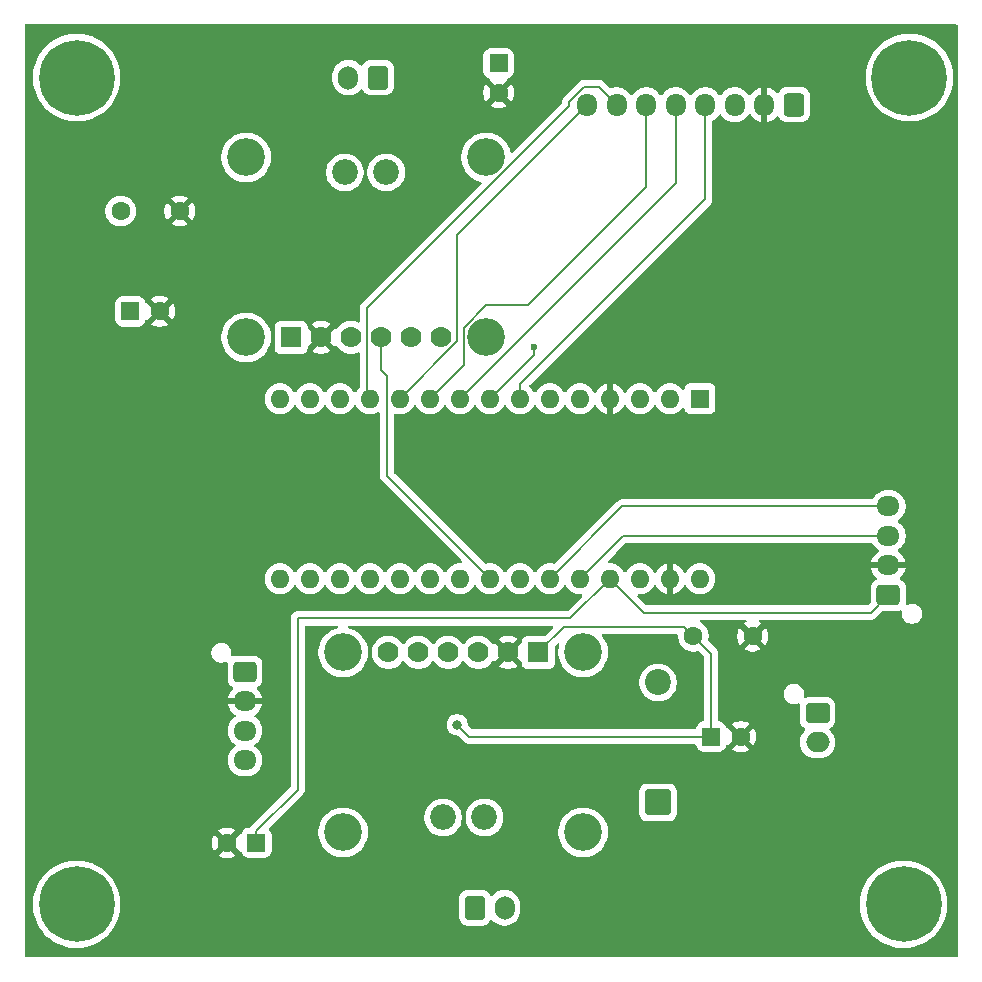
<source format=gbr>
%TF.GenerationSoftware,KiCad,Pcbnew,9.0.4*%
%TF.CreationDate,2025-10-27T02:22:17+05:45*%
%TF.ProjectId,CubeSat_STEM_Board,43756265-5361-4745-9f53-54454d5f426f,rev?*%
%TF.SameCoordinates,Original*%
%TF.FileFunction,Copper,L2,Bot*%
%TF.FilePolarity,Positive*%
%FSLAX46Y46*%
G04 Gerber Fmt 4.6, Leading zero omitted, Abs format (unit mm)*
G04 Created by KiCad (PCBNEW 9.0.4) date 2025-10-27 02:22:17*
%MOMM*%
%LPD*%
G01*
G04 APERTURE LIST*
G04 Aperture macros list*
%AMRoundRect*
0 Rectangle with rounded corners*
0 $1 Rounding radius*
0 $2 $3 $4 $5 $6 $7 $8 $9 X,Y pos of 4 corners*
0 Add a 4 corners polygon primitive as box body*
4,1,4,$2,$3,$4,$5,$6,$7,$8,$9,$2,$3,0*
0 Add four circle primitives for the rounded corners*
1,1,$1+$1,$2,$3*
1,1,$1+$1,$4,$5*
1,1,$1+$1,$6,$7*
1,1,$1+$1,$8,$9*
0 Add four rect primitives between the rounded corners*
20,1,$1+$1,$2,$3,$4,$5,0*
20,1,$1+$1,$4,$5,$6,$7,0*
20,1,$1+$1,$6,$7,$8,$9,0*
20,1,$1+$1,$8,$9,$2,$3,0*%
G04 Aperture macros list end*
%TA.AperFunction,ComponentPad*%
%ADD10C,0.800000*%
%TD*%
%TA.AperFunction,ComponentPad*%
%ADD11C,6.400000*%
%TD*%
%TA.AperFunction,ComponentPad*%
%ADD12R,1.778000X1.778000*%
%TD*%
%TA.AperFunction,ComponentPad*%
%ADD13C,1.778000*%
%TD*%
%TA.AperFunction,ComponentPad*%
%ADD14C,3.200000*%
%TD*%
%TA.AperFunction,ComponentPad*%
%ADD15C,2.184400*%
%TD*%
%TA.AperFunction,ComponentPad*%
%ADD16RoundRect,0.250000X0.600000X0.725000X-0.600000X0.725000X-0.600000X-0.725000X0.600000X-0.725000X0*%
%TD*%
%TA.AperFunction,ComponentPad*%
%ADD17O,1.700000X1.950000*%
%TD*%
%TA.AperFunction,ComponentPad*%
%ADD18RoundRect,0.250000X0.600000X0.750000X-0.600000X0.750000X-0.600000X-0.750000X0.600000X-0.750000X0*%
%TD*%
%TA.AperFunction,ComponentPad*%
%ADD19O,1.700000X2.000000*%
%TD*%
%TA.AperFunction,ComponentPad*%
%ADD20C,1.600000*%
%TD*%
%TA.AperFunction,ComponentPad*%
%ADD21R,1.600000X1.600000*%
%TD*%
%TA.AperFunction,ComponentPad*%
%ADD22O,1.600000X1.600000*%
%TD*%
%TA.AperFunction,ComponentPad*%
%ADD23RoundRect,0.250000X-0.550000X-0.550000X0.550000X-0.550000X0.550000X0.550000X-0.550000X0.550000X0*%
%TD*%
%TA.AperFunction,ComponentPad*%
%ADD24RoundRect,0.250000X-0.550000X0.550000X-0.550000X-0.550000X0.550000X-0.550000X0.550000X0.550000X0*%
%TD*%
%TA.AperFunction,ComponentPad*%
%ADD25RoundRect,0.249999X0.850001X-0.850001X0.850001X0.850001X-0.850001X0.850001X-0.850001X-0.850001X0*%
%TD*%
%TA.AperFunction,ComponentPad*%
%ADD26C,2.200000*%
%TD*%
%TA.AperFunction,ComponentPad*%
%ADD27RoundRect,0.250000X0.725000X-0.600000X0.725000X0.600000X-0.725000X0.600000X-0.725000X-0.600000X0*%
%TD*%
%TA.AperFunction,ComponentPad*%
%ADD28O,1.950000X1.700000*%
%TD*%
%TA.AperFunction,ComponentPad*%
%ADD29RoundRect,0.250000X-0.600000X-0.750000X0.600000X-0.750000X0.600000X0.750000X-0.600000X0.750000X0*%
%TD*%
%TA.AperFunction,ComponentPad*%
%ADD30RoundRect,0.250000X0.550000X0.550000X-0.550000X0.550000X-0.550000X-0.550000X0.550000X-0.550000X0*%
%TD*%
%TA.AperFunction,ComponentPad*%
%ADD31RoundRect,0.250000X-0.725000X0.600000X-0.725000X-0.600000X0.725000X-0.600000X0.725000X0.600000X0*%
%TD*%
%TA.AperFunction,ComponentPad*%
%ADD32RoundRect,0.250000X-0.750000X0.600000X-0.750000X-0.600000X0.750000X-0.600000X0.750000X0.600000X0*%
%TD*%
%TA.AperFunction,ComponentPad*%
%ADD33O,2.000000X1.700000*%
%TD*%
%TA.AperFunction,ViaPad*%
%ADD34C,0.800000*%
%TD*%
%TA.AperFunction,ViaPad*%
%ADD35C,0.600000*%
%TD*%
%TA.AperFunction,Conductor*%
%ADD36C,0.200000*%
%TD*%
G04 APERTURE END LIST*
D10*
%TO.P,REF\u002A\u002A,1*%
%TO.N,N/C*%
X113885000Y-125700000D03*
X114587944Y-124002944D03*
X114587944Y-127397056D03*
X116285000Y-123300000D03*
D11*
X116285000Y-125700000D03*
D10*
X116285000Y-128100000D03*
X117982056Y-124002944D03*
X117982056Y-127397056D03*
X118685000Y-125700000D03*
%TD*%
%TO.P,REF\u002A\u002A,1*%
%TO.N,N/C*%
X113885000Y-55700000D03*
X114587944Y-54002944D03*
X114587944Y-57397056D03*
X116285000Y-53300000D03*
D11*
X116285000Y-55700000D03*
D10*
X116285000Y-58100000D03*
X117982056Y-54002944D03*
X117982056Y-57397056D03*
X118685000Y-55700000D03*
%TD*%
%TO.P,REF\u002A\u002A,1*%
%TO.N,N/C*%
X183885000Y-125700000D03*
X184587944Y-124002944D03*
X184587944Y-127397056D03*
X186285000Y-123300000D03*
D11*
X186285000Y-125700000D03*
D10*
X186285000Y-128100000D03*
X187982056Y-124002944D03*
X187982056Y-127397056D03*
X188685000Y-125700000D03*
%TD*%
D12*
%TO.P,IAN2,1,VCC*%
%TO.N,/+3V3*%
X155350000Y-104380000D03*
D13*
%TO.P,IAN2,2,GND*%
%TO.N,GND*%
X152810000Y-104380000D03*
%TO.P,IAN2,3,SCL*%
%TO.N,/SCL*%
X150270000Y-104380000D03*
%TO.P,IAN2,4,SDA*%
%TO.N,/SDA*%
X147730000Y-104380000D03*
%TO.P,IAN2,5,VIN-*%
%TO.N,Net-(D1-A)*%
X145190000Y-104380000D03*
%TO.P,IAN2,6,VIN+*%
%TO.N,Net-(J2-Pin_1)*%
X142650000Y-104380000D03*
D14*
%TO.P,IAN2,SH1,SHIELD*%
%TO.N,unconnected-(IAN2-SHIELD-PadSH1)_1*%
X159160000Y-119620000D03*
%TO.P,IAN2,SH2,SHIELD*%
%TO.N,unconnected-(IAN2-SHIELD-PadSH1)*%
X138840000Y-119620000D03*
%TO.P,IAN2,SH3,SHIELD*%
%TO.N,unconnected-(IAN2-SHIELD-PadSH1)_3*%
X159160000Y-104380000D03*
%TO.P,IAN2,SH4,SHIELD*%
%TO.N,unconnected-(IAN2-SHIELD-PadSH1)_2*%
X138840000Y-104380000D03*
D15*
%TO.P,IAN2,VIN+,VIN+*%
%TO.N,Net-(J2-Pin_1)*%
X147300000Y-118350000D03*
%TO.P,IAN2,VIN-,VIN-*%
%TO.N,Net-(D1-A)*%
X150800000Y-118350000D03*
%TD*%
D16*
%TO.P,J6,1,Pin_1*%
%TO.N,/+3V3*%
X177000000Y-58000000D03*
D17*
%TO.P,J6,2,Pin_2*%
%TO.N,GND*%
X174500000Y-58000000D03*
%TO.P,J6,3,Pin_3*%
%TO.N,/PWM_X*%
X172000000Y-58000000D03*
%TO.P,J6,4,Pin_4*%
%TO.N,/DIR_X*%
X169500000Y-58000000D03*
%TO.P,J6,5,Pin_5*%
%TO.N,/PWM_Y*%
X167000000Y-58000000D03*
%TO.P,J6,6,Pin_6*%
%TO.N,/DIR_Y*%
X164500000Y-58000000D03*
%TO.P,J6,7,Pin_7*%
%TO.N,/PWM_Z*%
X162000000Y-58000000D03*
%TO.P,J6,8,Pin_8*%
%TO.N,/DIR_Z*%
X159500000Y-58000000D03*
%TD*%
D18*
%TO.P,J2,1,Pin_1*%
%TO.N,Net-(J2-Pin_1)*%
X141785000Y-55700000D03*
D19*
%TO.P,J2,2,Pin_2*%
%TO.N,Net-(D1-A)*%
X139285000Y-55700000D03*
%TD*%
D20*
%TO.P,C2,1*%
%TO.N,/+3V3*%
X120000000Y-67000000D03*
%TO.P,C2,2*%
%TO.N,GND*%
X125000000Y-67000000D03*
%TD*%
D10*
%TO.P,REF\u002A\u002A,1*%
%TO.N,N/C*%
X184385000Y-55700000D03*
X185087944Y-54002944D03*
X185087944Y-57397056D03*
X186785000Y-53300000D03*
D11*
X186785000Y-55700000D03*
D10*
X186785000Y-58100000D03*
X188482056Y-54002944D03*
X188482056Y-57397056D03*
X189185000Y-55700000D03*
%TD*%
D21*
%TO.P,A1,1,D1/TX*%
%TO.N,unconnected-(A1-D1{slash}TX-Pad1)*%
X169050000Y-82890000D03*
D22*
%TO.P,A1,2,D0/RX*%
%TO.N,unconnected-(A1-D0{slash}RX-Pad2)*%
X166510000Y-82890000D03*
%TO.P,A1,3,~{RESET}*%
%TO.N,unconnected-(A1-~{RESET}-Pad3)*%
X163970000Y-82890000D03*
%TO.P,A1,4,GND*%
%TO.N,GND*%
X161430000Y-82890000D03*
%TO.P,A1,5,D2*%
%TO.N,unconnected-(A1-D2-Pad5)*%
X158890000Y-82890000D03*
%TO.P,A1,6,D3*%
%TO.N,unconnected-(A1-D3-Pad6)*%
X156350000Y-82890000D03*
%TO.P,A1,7,D4*%
%TO.N,/DIR_X*%
X153810000Y-82890000D03*
%TO.P,A1,8,D5*%
%TO.N,/PWM_X*%
X151270000Y-82890000D03*
%TO.P,A1,9,D6*%
%TO.N,/PWM_Y*%
X148730000Y-82890000D03*
%TO.P,A1,10,D7*%
%TO.N,/DIR_Y*%
X146190000Y-82890000D03*
%TO.P,A1,11,D8*%
%TO.N,/DIR_Z*%
X143650000Y-82890000D03*
%TO.P,A1,12,D9*%
%TO.N,/PWM_Z*%
X141110000Y-82890000D03*
%TO.P,A1,13,D10*%
%TO.N,unconnected-(A1-D10-Pad13)*%
X138570000Y-82890000D03*
%TO.P,A1,14,D11*%
%TO.N,unconnected-(A1-D11-Pad14)*%
X136030000Y-82890000D03*
%TO.P,A1,15,D12*%
%TO.N,unconnected-(A1-D12-Pad15)*%
X133490000Y-82890000D03*
%TO.P,A1,16,D13*%
%TO.N,unconnected-(A1-D13-Pad16)*%
X133490000Y-98130000D03*
%TO.P,A1,17,3V3*%
%TO.N,/+3V3*%
X136030000Y-98130000D03*
%TO.P,A1,18,AREF*%
%TO.N,unconnected-(A1-AREF-Pad18)*%
X138570000Y-98130000D03*
%TO.P,A1,19,A0*%
%TO.N,/I2C_SDA*%
X141110000Y-98130000D03*
%TO.P,A1,20,A1*%
%TO.N,/I2C_SCL*%
X143650000Y-98130000D03*
%TO.P,A1,21,A2*%
%TO.N,/SDA*%
X146190000Y-98130000D03*
%TO.P,A1,22,A3*%
%TO.N,/SCL*%
X148730000Y-98130000D03*
%TO.P,A1,23,A4*%
%TO.N,/SDA2*%
X151270000Y-98130000D03*
%TO.P,A1,24,A5*%
%TO.N,/SCL2*%
X153810000Y-98130000D03*
%TO.P,A1,25,A6*%
%TO.N,Net-(A1-A6)*%
X156350000Y-98130000D03*
%TO.P,A1,26,A7*%
%TO.N,Net-(A1-A7)*%
X158890000Y-98130000D03*
%TO.P,A1,27,+5V*%
%TO.N,/3.3v*%
X161430000Y-98130000D03*
%TO.P,A1,28,~{RESET}*%
%TO.N,unconnected-(A1-~{RESET}-Pad28)*%
X163970000Y-98130000D03*
%TO.P,A1,29,GND*%
%TO.N,GND*%
X166510000Y-98130000D03*
%TO.P,A1,30,VIN*%
%TO.N,unconnected-(A1-VIN-Pad30)*%
X169050000Y-98130000D03*
%TD*%
D23*
%TO.P,C5,1*%
%TO.N,/+3V3*%
X170000000Y-111500000D03*
D20*
%TO.P,C5,2*%
%TO.N,GND*%
X172500000Y-111500000D03*
%TD*%
D24*
%TO.P,C6,1*%
%TO.N,/+3V3*%
X152000000Y-54500000D03*
D20*
%TO.P,C6,2*%
%TO.N,GND*%
X152000000Y-57000000D03*
%TD*%
D25*
%TO.P,D1,1,K*%
%TO.N,Net-(D1-K)*%
X165500000Y-117080000D03*
D26*
%TO.P,D1,2,A*%
%TO.N,Net-(D1-A)*%
X165500000Y-106920000D03*
%TD*%
D12*
%TO.P,IAN1,1,VCC*%
%TO.N,/+3V3*%
X134435000Y-77700000D03*
D13*
%TO.P,IAN1,2,GND*%
%TO.N,GND*%
X136975000Y-77700000D03*
%TO.P,IAN1,3,SCL*%
%TO.N,/SCL2*%
X139515000Y-77700000D03*
%TO.P,IAN1,4,SDA*%
%TO.N,/SDA2*%
X142055000Y-77700000D03*
%TO.P,IAN1,5,VIN-*%
%TO.N,Net-(D1-A)*%
X144595000Y-77700000D03*
%TO.P,IAN1,6,VIN+*%
%TO.N,Net-(J2-Pin_1)*%
X147135000Y-77700000D03*
D14*
%TO.P,IAN1,SH1,SHIELD*%
%TO.N,unconnected-(IAN1-SHIELD-PadSH1)_1*%
X130625000Y-62460000D03*
%TO.P,IAN1,SH2,SHIELD*%
%TO.N,unconnected-(IAN1-SHIELD-PadSH1)_2*%
X150945000Y-62460000D03*
%TO.P,IAN1,SH3,SHIELD*%
%TO.N,unconnected-(IAN1-SHIELD-PadSH1)_3*%
X130625000Y-77700000D03*
%TO.P,IAN1,SH4,SHIELD*%
%TO.N,unconnected-(IAN1-SHIELD-PadSH1)*%
X150945000Y-77700000D03*
D15*
%TO.P,IAN1,VIN+,VIN+*%
%TO.N,Net-(J2-Pin_1)*%
X142485000Y-63730000D03*
%TO.P,IAN1,VIN-,VIN-*%
%TO.N,Net-(D1-A)*%
X138985000Y-63730000D03*
%TD*%
D23*
%TO.P,C4,1*%
%TO.N,/+3V3*%
X120817621Y-75500000D03*
D20*
%TO.P,C4,2*%
%TO.N,GND*%
X123317621Y-75500000D03*
%TD*%
D27*
%TO.P,J5,1,Pin_1*%
%TO.N,/3.3v*%
X185000000Y-99500000D03*
D28*
%TO.P,J5,2,Pin_2*%
%TO.N,GND*%
X185000000Y-97000000D03*
%TO.P,J5,3,Pin_3*%
%TO.N,Net-(A1-A7)*%
X185000000Y-94500000D03*
%TO.P,J5,4,Pin_4*%
%TO.N,Net-(A1-A6)*%
X185000000Y-92000000D03*
%TD*%
D29*
%TO.P,J3,1,Pin_1*%
%TO.N,Net-(J2-Pin_1)*%
X150000000Y-126000000D03*
D19*
%TO.P,J3,2,Pin_2*%
%TO.N,Net-(D1-A)*%
X152500000Y-126000000D03*
%TD*%
D20*
%TO.P,C3,1*%
%TO.N,/+3V3*%
X168500000Y-103000000D03*
%TO.P,C3,2*%
%TO.N,GND*%
X173500000Y-103000000D03*
%TD*%
D30*
%TO.P,C1,1*%
%TO.N,/3.3v*%
X131500000Y-120500000D03*
D20*
%TO.P,C1,2*%
%TO.N,GND*%
X129000000Y-120500000D03*
%TD*%
D31*
%TO.P,J1,1,Pin_1*%
%TO.N,/3.3v*%
X130525000Y-106000000D03*
D28*
%TO.P,J1,2,Pin_2*%
%TO.N,GND*%
X130525000Y-108500000D03*
%TO.P,J1,3,Pin_3*%
%TO.N,/I2C_SDA*%
X130525000Y-111000000D03*
%TO.P,J1,4,Pin_4*%
%TO.N,/I2C_SCL*%
X130525000Y-113500000D03*
%TD*%
D32*
%TO.P,J4,1,Pin_1*%
%TO.N,Net-(J2-Pin_1)*%
X179000000Y-109500000D03*
D33*
%TO.P,J4,2,Pin_2*%
%TO.N,Net-(D1-K)*%
X179000000Y-112000000D03*
%TD*%
D34*
%TO.N,/+3V3*%
X148500000Y-110500000D03*
D35*
%TO.N,/PWM_X*%
X155000000Y-78500000D03*
%TD*%
D36*
%TO.N,/+3V3*%
X167700001Y-102200001D02*
X157529999Y-102200001D01*
X170000000Y-111500000D02*
X170000000Y-104500000D01*
X170000000Y-104500000D02*
X168500000Y-103000000D01*
X136030000Y-98239917D02*
X136030000Y-98130000D01*
X168500000Y-103000000D02*
X167700001Y-102200001D01*
X157529999Y-102200001D02*
X155350000Y-104380000D01*
X149500000Y-111500000D02*
X148500000Y-110500000D01*
X170000000Y-111500000D02*
X149500000Y-111500000D01*
%TO.N,/3.3v*%
X135000000Y-116000000D02*
X131500000Y-119500000D01*
X135000000Y-101500000D02*
X135000000Y-116000000D01*
X185000000Y-99500000D02*
X183500000Y-101000000D01*
X183500000Y-101000000D02*
X164300000Y-101000000D01*
X164300000Y-101000000D02*
X161430000Y-98130000D01*
X158060000Y-101500000D02*
X135000000Y-101500000D01*
X131500000Y-119500000D02*
X131500000Y-120500000D01*
X161430000Y-98130000D02*
X158060000Y-101500000D01*
%TO.N,/SDA2*%
X142055000Y-77700000D02*
X142055000Y-80445000D01*
X142549000Y-89409000D02*
X151270000Y-98130000D01*
X142055000Y-80445000D02*
X142549000Y-80939000D01*
X142549000Y-80939000D02*
X142549000Y-89409000D01*
%TO.N,Net-(A1-A7)*%
X185000000Y-94500000D02*
X162520000Y-94500000D01*
X162520000Y-94500000D02*
X158890000Y-98130000D01*
%TO.N,/DIR_Y*%
X150956580Y-75000000D02*
X154500000Y-75000000D01*
X154500000Y-75000000D02*
X164500000Y-65000000D01*
X164500000Y-65000000D02*
X164500000Y-58000000D01*
X149044000Y-76912580D02*
X150956580Y-75000000D01*
X146190000Y-82890000D02*
X149044000Y-80036000D01*
X149044000Y-80036000D02*
X149044000Y-76912580D01*
%TO.N,/PWM_Z*%
X141110000Y-82890000D02*
X140865000Y-82645000D01*
X140865000Y-82645000D02*
X140865000Y-75228420D01*
X158000000Y-58093420D02*
X158000000Y-57747240D01*
X159247240Y-56500000D02*
X160500000Y-56500000D01*
X140865000Y-75228420D02*
X158000000Y-58093420D01*
X158000000Y-57747240D02*
X159247240Y-56500000D01*
X160500000Y-56500000D02*
X162000000Y-58000000D01*
%TO.N,Net-(A1-A6)*%
X162480000Y-92000000D02*
X156350000Y-98130000D01*
X185000000Y-92000000D02*
X162480000Y-92000000D01*
%TO.N,/DIR_X*%
X153810000Y-81690000D02*
X169500000Y-66000000D01*
X169500000Y-66000000D02*
X169500000Y-58000000D01*
X153810000Y-82890000D02*
X153810000Y-81690000D01*
%TO.N,/DIR_Z*%
X148500000Y-69000000D02*
X159500000Y-58000000D01*
X143650000Y-82890000D02*
X148500000Y-78040000D01*
X148500000Y-78040000D02*
X148500000Y-69000000D01*
%TO.N,/PWM_Y*%
X167000000Y-64620000D02*
X167000000Y-58000000D01*
X148730000Y-82890000D02*
X167000000Y-64620000D01*
%TO.N,/PWM_X*%
X151270000Y-82890000D02*
X155000000Y-79160000D01*
X155000000Y-79160000D02*
X155000000Y-78500000D01*
%TD*%
%TA.AperFunction,Conductor*%
%TO.N,GND*%
G36*
X183656320Y-95120185D02*
G01*
X183699765Y-95168205D01*
X183719947Y-95207814D01*
X183719948Y-95207815D01*
X183844890Y-95379786D01*
X183995209Y-95530105D01*
X183995214Y-95530109D01*
X184160218Y-95649991D01*
X184202884Y-95705320D01*
X184208863Y-95774934D01*
X184176258Y-95836729D01*
X184160218Y-95850627D01*
X183995540Y-95970272D01*
X183995535Y-95970276D01*
X183845276Y-96120535D01*
X183845272Y-96120540D01*
X183720379Y-96292442D01*
X183623904Y-96481782D01*
X183558242Y-96683870D01*
X183558242Y-96683873D01*
X183547769Y-96750000D01*
X184595854Y-96750000D01*
X184557370Y-96816657D01*
X184525000Y-96937465D01*
X184525000Y-97062535D01*
X184557370Y-97183343D01*
X184595854Y-97250000D01*
X183547769Y-97250000D01*
X183558242Y-97316126D01*
X183558242Y-97316129D01*
X183623904Y-97518217D01*
X183720379Y-97707557D01*
X183845272Y-97879459D01*
X183845276Y-97879464D01*
X183984143Y-98018331D01*
X184017628Y-98079654D01*
X184012644Y-98149346D01*
X183970772Y-98205279D01*
X183961559Y-98211551D01*
X183806342Y-98307289D01*
X183682289Y-98431342D01*
X183590187Y-98580663D01*
X183590185Y-98580668D01*
X183580809Y-98608963D01*
X183535001Y-98747203D01*
X183535001Y-98747204D01*
X183535000Y-98747204D01*
X183524500Y-98849983D01*
X183524500Y-100074902D01*
X183504815Y-100141941D01*
X183488181Y-100162583D01*
X183287584Y-100363181D01*
X183226261Y-100396666D01*
X183199903Y-100399500D01*
X164600097Y-100399500D01*
X164533058Y-100379815D01*
X164512416Y-100363181D01*
X163791416Y-99642181D01*
X163757931Y-99580858D01*
X163762915Y-99511166D01*
X163804787Y-99455233D01*
X163870251Y-99430816D01*
X163879097Y-99430500D01*
X164072351Y-99430500D01*
X164072352Y-99430500D01*
X164274534Y-99398477D01*
X164469219Y-99335220D01*
X164651610Y-99242287D01*
X164744590Y-99174732D01*
X164817213Y-99121971D01*
X164817215Y-99121968D01*
X164817219Y-99121966D01*
X164961966Y-98977219D01*
X164961968Y-98977215D01*
X164961971Y-98977213D01*
X165082284Y-98811614D01*
X165082286Y-98811611D01*
X165082287Y-98811610D01*
X165129795Y-98718369D01*
X165177770Y-98667574D01*
X165245591Y-98650779D01*
X165311725Y-98673316D01*
X165350765Y-98718370D01*
X165398140Y-98811349D01*
X165518417Y-98976894D01*
X165518417Y-98976895D01*
X165663104Y-99121582D01*
X165828650Y-99241859D01*
X166010968Y-99334754D01*
X166205578Y-99397988D01*
X166260000Y-99406607D01*
X166260000Y-98563012D01*
X166317007Y-98595925D01*
X166444174Y-98630000D01*
X166575826Y-98630000D01*
X166702993Y-98595925D01*
X166760000Y-98563012D01*
X166760000Y-99406606D01*
X166814421Y-99397988D01*
X167009031Y-99334754D01*
X167191349Y-99241859D01*
X167356894Y-99121582D01*
X167356895Y-99121582D01*
X167501582Y-98976895D01*
X167501582Y-98976894D01*
X167621861Y-98811347D01*
X167669234Y-98718371D01*
X167717208Y-98667575D01*
X167785028Y-98650779D01*
X167851164Y-98673316D01*
X167890203Y-98718369D01*
X167937713Y-98811611D01*
X168058028Y-98977213D01*
X168202786Y-99121971D01*
X168357749Y-99234556D01*
X168368390Y-99242287D01*
X168484607Y-99301503D01*
X168550776Y-99335218D01*
X168550778Y-99335218D01*
X168550781Y-99335220D01*
X168655137Y-99369127D01*
X168745465Y-99398477D01*
X168846557Y-99414488D01*
X168947648Y-99430500D01*
X168947649Y-99430500D01*
X169152351Y-99430500D01*
X169152352Y-99430500D01*
X169354534Y-99398477D01*
X169549219Y-99335220D01*
X169731610Y-99242287D01*
X169824590Y-99174732D01*
X169897213Y-99121971D01*
X169897215Y-99121968D01*
X169897219Y-99121966D01*
X170041966Y-98977219D01*
X170041968Y-98977215D01*
X170041971Y-98977213D01*
X170094732Y-98904590D01*
X170162287Y-98811610D01*
X170255220Y-98629219D01*
X170318477Y-98434534D01*
X170350500Y-98232352D01*
X170350500Y-98027648D01*
X170318477Y-97825466D01*
X170317673Y-97822993D01*
X170255218Y-97630776D01*
X170209515Y-97541080D01*
X170162287Y-97448390D01*
X170154556Y-97437749D01*
X170041971Y-97282786D01*
X169897213Y-97138028D01*
X169731613Y-97017715D01*
X169731612Y-97017714D01*
X169731610Y-97017713D01*
X169674653Y-96988691D01*
X169549223Y-96924781D01*
X169354534Y-96861522D01*
X169179995Y-96833878D01*
X169152352Y-96829500D01*
X168947648Y-96829500D01*
X168923329Y-96833351D01*
X168745465Y-96861522D01*
X168550776Y-96924781D01*
X168368386Y-97017715D01*
X168202786Y-97138028D01*
X168058028Y-97282786D01*
X167937713Y-97448388D01*
X167890203Y-97541630D01*
X167842228Y-97592426D01*
X167774407Y-97609220D01*
X167708272Y-97586682D01*
X167669234Y-97541628D01*
X167621861Y-97448652D01*
X167501582Y-97283105D01*
X167501582Y-97283104D01*
X167356895Y-97138417D01*
X167191349Y-97018140D01*
X167009029Y-96925244D01*
X166814413Y-96862009D01*
X166760000Y-96853390D01*
X166760000Y-97696988D01*
X166702993Y-97664075D01*
X166575826Y-97630000D01*
X166444174Y-97630000D01*
X166317007Y-97664075D01*
X166260000Y-97696988D01*
X166260000Y-96853390D01*
X166205586Y-96862009D01*
X166010970Y-96925244D01*
X165828650Y-97018140D01*
X165663105Y-97138417D01*
X165663104Y-97138417D01*
X165518417Y-97283104D01*
X165518417Y-97283105D01*
X165398140Y-97448650D01*
X165350765Y-97541629D01*
X165302790Y-97592425D01*
X165234969Y-97609220D01*
X165168834Y-97586682D01*
X165129795Y-97541629D01*
X165082419Y-97448650D01*
X165082287Y-97448390D01*
X165074556Y-97437749D01*
X164961971Y-97282786D01*
X164817213Y-97138028D01*
X164651613Y-97017715D01*
X164651612Y-97017714D01*
X164651610Y-97017713D01*
X164594653Y-96988691D01*
X164469223Y-96924781D01*
X164274534Y-96861522D01*
X164099995Y-96833878D01*
X164072352Y-96829500D01*
X163867648Y-96829500D01*
X163843329Y-96833351D01*
X163665465Y-96861522D01*
X163470776Y-96924781D01*
X163288386Y-97017715D01*
X163122786Y-97138028D01*
X162978028Y-97282786D01*
X162857715Y-97448386D01*
X162810485Y-97541080D01*
X162762510Y-97591876D01*
X162694689Y-97608671D01*
X162628554Y-97586134D01*
X162589515Y-97541080D01*
X162588883Y-97539840D01*
X162542287Y-97448390D01*
X162534556Y-97437749D01*
X162421971Y-97282786D01*
X162277213Y-97138028D01*
X162111613Y-97017715D01*
X162111612Y-97017714D01*
X162111610Y-97017713D01*
X162054653Y-96988691D01*
X161929223Y-96924781D01*
X161734534Y-96861522D01*
X161559995Y-96833878D01*
X161532352Y-96829500D01*
X161339096Y-96829500D01*
X161272057Y-96809815D01*
X161226302Y-96757011D01*
X161216358Y-96687853D01*
X161245383Y-96624297D01*
X161251415Y-96617819D01*
X161898959Y-95970276D01*
X162732416Y-95136819D01*
X162793739Y-95103334D01*
X162820097Y-95100500D01*
X183589281Y-95100500D01*
X183656320Y-95120185D01*
G37*
%TD.AperFunction*%
%TA.AperFunction,Conductor*%
G36*
X190807539Y-51220185D02*
G01*
X190853294Y-51272989D01*
X190864500Y-51324500D01*
X190864500Y-130075500D01*
X190844815Y-130142539D01*
X190792011Y-130188294D01*
X190740500Y-130199500D01*
X111989500Y-130199500D01*
X111922461Y-130179815D01*
X111876706Y-130127011D01*
X111865500Y-130075500D01*
X111865500Y-125518209D01*
X112584500Y-125518209D01*
X112584500Y-125881790D01*
X112620137Y-126243630D01*
X112691064Y-126600212D01*
X112691067Y-126600223D01*
X112796614Y-126948165D01*
X112935754Y-127284078D01*
X112935756Y-127284083D01*
X113107140Y-127604720D01*
X113107151Y-127604738D01*
X113309140Y-127907035D01*
X113309150Y-127907049D01*
X113539807Y-128188106D01*
X113796893Y-128445192D01*
X113796898Y-128445196D01*
X113796899Y-128445197D01*
X114077956Y-128675854D01*
X114380268Y-128877853D01*
X114380277Y-128877858D01*
X114380279Y-128877859D01*
X114700916Y-129049243D01*
X114700918Y-129049243D01*
X114700924Y-129049247D01*
X115036836Y-129188386D01*
X115384767Y-129293930D01*
X115384773Y-129293931D01*
X115384776Y-129293932D01*
X115384787Y-129293935D01*
X115741369Y-129364862D01*
X116103206Y-129400500D01*
X116103209Y-129400500D01*
X116466791Y-129400500D01*
X116466794Y-129400500D01*
X116828631Y-129364862D01*
X116898045Y-129351054D01*
X117185212Y-129293935D01*
X117185223Y-129293932D01*
X117185223Y-129293931D01*
X117185233Y-129293930D01*
X117533164Y-129188386D01*
X117869076Y-129049247D01*
X118189732Y-128877853D01*
X118492044Y-128675854D01*
X118773101Y-128445197D01*
X119030197Y-128188101D01*
X119260854Y-127907044D01*
X119462853Y-127604732D01*
X119634247Y-127284076D01*
X119773386Y-126948164D01*
X119878930Y-126600233D01*
X119878932Y-126600223D01*
X119878935Y-126600212D01*
X119936054Y-126313045D01*
X119949862Y-126243631D01*
X119985500Y-125881794D01*
X119985500Y-125518206D01*
X119967120Y-125331588D01*
X119955045Y-125208988D01*
X119954158Y-125199983D01*
X148649500Y-125199983D01*
X148649500Y-126800001D01*
X148649501Y-126800018D01*
X148660000Y-126902796D01*
X148660001Y-126902799D01*
X148705894Y-127041294D01*
X148715186Y-127069334D01*
X148807288Y-127218656D01*
X148931344Y-127342712D01*
X149080666Y-127434814D01*
X149247203Y-127489999D01*
X149349991Y-127500500D01*
X150650008Y-127500499D01*
X150752797Y-127489999D01*
X150919334Y-127434814D01*
X151068656Y-127342712D01*
X151192712Y-127218656D01*
X151284814Y-127069334D01*
X151284814Y-127069331D01*
X151288178Y-127063879D01*
X151340126Y-127017154D01*
X151409088Y-127005931D01*
X151473170Y-127033774D01*
X151481398Y-127041294D01*
X151620213Y-127180109D01*
X151792179Y-127305048D01*
X151792181Y-127305049D01*
X151792184Y-127305051D01*
X151981588Y-127401557D01*
X152183757Y-127467246D01*
X152393713Y-127500500D01*
X152393714Y-127500500D01*
X152606286Y-127500500D01*
X152606287Y-127500500D01*
X152816243Y-127467246D01*
X153018412Y-127401557D01*
X153207816Y-127305051D01*
X153236686Y-127284076D01*
X153379786Y-127180109D01*
X153379788Y-127180106D01*
X153379792Y-127180104D01*
X153530104Y-127029792D01*
X153530106Y-127029788D01*
X153530109Y-127029786D01*
X153655048Y-126857820D01*
X153655047Y-126857820D01*
X153655051Y-126857816D01*
X153751557Y-126668412D01*
X153817246Y-126466243D01*
X153850500Y-126256287D01*
X153850500Y-125743713D01*
X153817246Y-125533757D01*
X153812194Y-125518209D01*
X182584500Y-125518209D01*
X182584500Y-125881790D01*
X182620137Y-126243630D01*
X182691064Y-126600212D01*
X182691067Y-126600223D01*
X182796614Y-126948165D01*
X182935754Y-127284078D01*
X182935756Y-127284083D01*
X183107140Y-127604720D01*
X183107151Y-127604738D01*
X183309140Y-127907035D01*
X183309150Y-127907049D01*
X183539807Y-128188106D01*
X183796893Y-128445192D01*
X183796898Y-128445196D01*
X183796899Y-128445197D01*
X184077956Y-128675854D01*
X184380268Y-128877853D01*
X184380277Y-128877858D01*
X184380279Y-128877859D01*
X184700916Y-129049243D01*
X184700918Y-129049243D01*
X184700924Y-129049247D01*
X185036836Y-129188386D01*
X185384767Y-129293930D01*
X185384773Y-129293931D01*
X185384776Y-129293932D01*
X185384787Y-129293935D01*
X185741369Y-129364862D01*
X186103206Y-129400500D01*
X186103209Y-129400500D01*
X186466791Y-129400500D01*
X186466794Y-129400500D01*
X186828631Y-129364862D01*
X186898045Y-129351054D01*
X187185212Y-129293935D01*
X187185223Y-129293932D01*
X187185223Y-129293931D01*
X187185233Y-129293930D01*
X187533164Y-129188386D01*
X187869076Y-129049247D01*
X188189732Y-128877853D01*
X188492044Y-128675854D01*
X188773101Y-128445197D01*
X189030197Y-128188101D01*
X189260854Y-127907044D01*
X189462853Y-127604732D01*
X189634247Y-127284076D01*
X189773386Y-126948164D01*
X189878930Y-126600233D01*
X189878932Y-126600223D01*
X189878935Y-126600212D01*
X189936054Y-126313045D01*
X189949862Y-126243631D01*
X189985500Y-125881794D01*
X189985500Y-125518206D01*
X189949862Y-125156369D01*
X189947039Y-125142179D01*
X189878935Y-124799787D01*
X189878932Y-124799776D01*
X189878931Y-124799773D01*
X189878930Y-124799767D01*
X189773386Y-124451836D01*
X189634247Y-124115924D01*
X189462853Y-123795268D01*
X189260854Y-123492956D01*
X189030197Y-123211899D01*
X189030196Y-123211898D01*
X189030192Y-123211893D01*
X188773106Y-122954807D01*
X188492049Y-122724150D01*
X188492048Y-122724149D01*
X188492044Y-122724146D01*
X188189732Y-122522147D01*
X188189727Y-122522144D01*
X188189720Y-122522140D01*
X187869083Y-122350756D01*
X187869078Y-122350754D01*
X187533165Y-122211614D01*
X187185223Y-122106067D01*
X187185212Y-122106064D01*
X186828630Y-122035137D01*
X186556111Y-122008296D01*
X186466794Y-121999500D01*
X186103206Y-121999500D01*
X186020679Y-122007628D01*
X185741369Y-122035137D01*
X185384787Y-122106064D01*
X185384776Y-122106067D01*
X185036834Y-122211614D01*
X184700921Y-122350754D01*
X184700916Y-122350756D01*
X184380279Y-122522140D01*
X184380261Y-122522151D01*
X184077964Y-122724140D01*
X184077950Y-122724150D01*
X183796893Y-122954807D01*
X183539807Y-123211893D01*
X183309150Y-123492950D01*
X183309140Y-123492964D01*
X183107151Y-123795261D01*
X183107140Y-123795279D01*
X182935756Y-124115916D01*
X182935754Y-124115921D01*
X182796614Y-124451834D01*
X182691067Y-124799776D01*
X182691064Y-124799787D01*
X182620137Y-125156369D01*
X182584500Y-125518209D01*
X153812194Y-125518209D01*
X153751557Y-125331588D01*
X153655051Y-125142184D01*
X153655049Y-125142181D01*
X153655048Y-125142179D01*
X153530109Y-124970213D01*
X153379786Y-124819890D01*
X153207820Y-124694951D01*
X153018414Y-124598444D01*
X153018413Y-124598443D01*
X153018412Y-124598443D01*
X152816243Y-124532754D01*
X152816241Y-124532753D01*
X152816240Y-124532753D01*
X152654957Y-124507208D01*
X152606287Y-124499500D01*
X152393713Y-124499500D01*
X152345042Y-124507208D01*
X152183760Y-124532753D01*
X151981585Y-124598444D01*
X151792179Y-124694951D01*
X151620215Y-124819889D01*
X151481398Y-124958706D01*
X151420075Y-124992190D01*
X151350383Y-124987206D01*
X151294450Y-124945334D01*
X151288178Y-124936120D01*
X151192712Y-124781344D01*
X151068657Y-124657289D01*
X151068656Y-124657288D01*
X150919334Y-124565186D01*
X150752797Y-124510001D01*
X150752795Y-124510000D01*
X150650010Y-124499500D01*
X149349998Y-124499500D01*
X149349981Y-124499501D01*
X149247203Y-124510000D01*
X149247200Y-124510001D01*
X149080668Y-124565185D01*
X149080663Y-124565187D01*
X148931342Y-124657289D01*
X148807289Y-124781342D01*
X148715187Y-124930663D01*
X148715185Y-124930668D01*
X148710325Y-124945334D01*
X148660001Y-125097203D01*
X148660001Y-125097204D01*
X148660000Y-125097204D01*
X148649500Y-125199983D01*
X119954158Y-125199983D01*
X119949862Y-125156369D01*
X119878935Y-124799787D01*
X119878932Y-124799776D01*
X119878931Y-124799773D01*
X119878930Y-124799767D01*
X119773386Y-124451836D01*
X119634247Y-124115924D01*
X119462853Y-123795268D01*
X119260854Y-123492956D01*
X119030197Y-123211899D01*
X119030196Y-123211898D01*
X119030192Y-123211893D01*
X118773106Y-122954807D01*
X118492049Y-122724150D01*
X118492048Y-122724149D01*
X118492044Y-122724146D01*
X118189732Y-122522147D01*
X118189727Y-122522144D01*
X118189720Y-122522140D01*
X117869083Y-122350756D01*
X117869078Y-122350754D01*
X117533165Y-122211614D01*
X117185223Y-122106067D01*
X117185212Y-122106064D01*
X116828630Y-122035137D01*
X116556111Y-122008296D01*
X116466794Y-121999500D01*
X116103206Y-121999500D01*
X116020679Y-122007628D01*
X115741369Y-122035137D01*
X115384787Y-122106064D01*
X115384776Y-122106067D01*
X115036834Y-122211614D01*
X114700921Y-122350754D01*
X114700916Y-122350756D01*
X114380279Y-122522140D01*
X114380261Y-122522151D01*
X114077964Y-122724140D01*
X114077950Y-122724150D01*
X113796893Y-122954807D01*
X113539807Y-123211893D01*
X113309150Y-123492950D01*
X113309140Y-123492964D01*
X113107151Y-123795261D01*
X113107140Y-123795279D01*
X112935756Y-124115916D01*
X112935754Y-124115921D01*
X112796614Y-124451834D01*
X112691067Y-124799776D01*
X112691064Y-124799787D01*
X112620137Y-125156369D01*
X112584500Y-125518209D01*
X111865500Y-125518209D01*
X111865500Y-120397682D01*
X127700000Y-120397682D01*
X127700000Y-120602317D01*
X127732009Y-120804417D01*
X127795244Y-120999031D01*
X127888141Y-121181350D01*
X127888147Y-121181359D01*
X127920523Y-121225921D01*
X127920524Y-121225922D01*
X128600000Y-120546446D01*
X128600000Y-120552661D01*
X128627259Y-120654394D01*
X128679920Y-120745606D01*
X128754394Y-120820080D01*
X128845606Y-120872741D01*
X128947339Y-120900000D01*
X128953553Y-120900000D01*
X128274076Y-121579474D01*
X128318650Y-121611859D01*
X128500968Y-121704755D01*
X128695582Y-121767990D01*
X128897683Y-121800000D01*
X129102317Y-121800000D01*
X129304417Y-121767990D01*
X129499031Y-121704755D01*
X129681349Y-121611859D01*
X129725921Y-121579474D01*
X129046447Y-120900000D01*
X129052661Y-120900000D01*
X129154394Y-120872741D01*
X129245606Y-120820080D01*
X129320080Y-120745606D01*
X129372741Y-120654394D01*
X129400000Y-120552661D01*
X129400000Y-120546447D01*
X130079473Y-121225921D01*
X130117280Y-121222946D01*
X130185658Y-121237310D01*
X130235415Y-121286361D01*
X130244714Y-121307556D01*
X130265186Y-121369334D01*
X130357288Y-121518656D01*
X130481344Y-121642712D01*
X130630666Y-121734814D01*
X130797203Y-121789999D01*
X130899991Y-121800500D01*
X132100008Y-121800499D01*
X132202797Y-121789999D01*
X132369334Y-121734814D01*
X132518656Y-121642712D01*
X132642712Y-121518656D01*
X132734814Y-121369334D01*
X132789999Y-121202797D01*
X132800500Y-121100009D01*
X132800499Y-119899992D01*
X132789999Y-119797203D01*
X132734814Y-119630666D01*
X132643321Y-119482332D01*
X136739500Y-119482332D01*
X136739500Y-119757667D01*
X136739501Y-119757684D01*
X136775438Y-120030655D01*
X136775439Y-120030660D01*
X136775440Y-120030666D01*
X136775441Y-120030668D01*
X136846704Y-120296630D01*
X136952075Y-120551017D01*
X136952080Y-120551028D01*
X137034861Y-120694407D01*
X137089751Y-120789479D01*
X137089753Y-120789482D01*
X137089754Y-120789483D01*
X137257370Y-121007926D01*
X137257376Y-121007933D01*
X137452066Y-121202623D01*
X137452073Y-121202629D01*
X137561195Y-121286361D01*
X137670521Y-121370249D01*
X137823778Y-121458732D01*
X137908971Y-121507919D01*
X137908976Y-121507921D01*
X137908979Y-121507923D01*
X138163368Y-121613295D01*
X138429334Y-121684560D01*
X138702326Y-121720500D01*
X138702333Y-121720500D01*
X138977667Y-121720500D01*
X138977674Y-121720500D01*
X139250666Y-121684560D01*
X139516632Y-121613295D01*
X139771021Y-121507923D01*
X140009479Y-121370249D01*
X140227928Y-121202628D01*
X140422628Y-121007928D01*
X140590249Y-120789479D01*
X140727923Y-120551021D01*
X140833295Y-120296632D01*
X140904560Y-120030666D01*
X140940500Y-119757674D01*
X140940500Y-119482326D01*
X140904560Y-119209334D01*
X140833295Y-118943368D01*
X140727923Y-118688979D01*
X140727921Y-118688976D01*
X140727919Y-118688971D01*
X140678732Y-118603778D01*
X140590249Y-118450521D01*
X140550452Y-118398656D01*
X140471119Y-118295266D01*
X140422629Y-118232073D01*
X140422623Y-118232066D01*
X140415209Y-118224652D01*
X145707300Y-118224652D01*
X145707300Y-118475348D01*
X145714802Y-118522712D01*
X145746518Y-118722959D01*
X145823985Y-118961382D01*
X145823986Y-118961385D01*
X145910554Y-119131282D01*
X145937801Y-119184757D01*
X146085156Y-119387574D01*
X146262426Y-119564844D01*
X146465243Y-119712199D01*
X146554512Y-119757684D01*
X146688614Y-119826013D01*
X146688617Y-119826014D01*
X146807828Y-119864747D01*
X146927042Y-119903482D01*
X147174652Y-119942700D01*
X147174653Y-119942700D01*
X147425347Y-119942700D01*
X147425348Y-119942700D01*
X147672958Y-119903482D01*
X147911385Y-119826013D01*
X148134757Y-119712199D01*
X148337574Y-119564844D01*
X148514844Y-119387574D01*
X148662199Y-119184757D01*
X148776013Y-118961385D01*
X148853482Y-118722958D01*
X148892700Y-118475348D01*
X148892700Y-118224652D01*
X149207300Y-118224652D01*
X149207300Y-118475348D01*
X149214802Y-118522712D01*
X149246518Y-118722959D01*
X149323985Y-118961382D01*
X149323986Y-118961385D01*
X149410554Y-119131282D01*
X149437801Y-119184757D01*
X149585156Y-119387574D01*
X149762426Y-119564844D01*
X149965243Y-119712199D01*
X150054512Y-119757684D01*
X150188614Y-119826013D01*
X150188617Y-119826014D01*
X150307828Y-119864747D01*
X150427042Y-119903482D01*
X150674652Y-119942700D01*
X150674653Y-119942700D01*
X150925347Y-119942700D01*
X150925348Y-119942700D01*
X151172958Y-119903482D01*
X151411385Y-119826013D01*
X151634757Y-119712199D01*
X151837574Y-119564844D01*
X151920086Y-119482332D01*
X157059500Y-119482332D01*
X157059500Y-119757667D01*
X157059501Y-119757684D01*
X157095438Y-120030655D01*
X157095439Y-120030660D01*
X157095440Y-120030666D01*
X157095441Y-120030668D01*
X157166704Y-120296630D01*
X157272075Y-120551017D01*
X157272080Y-120551028D01*
X157354861Y-120694407D01*
X157409751Y-120789479D01*
X157409753Y-120789482D01*
X157409754Y-120789483D01*
X157577370Y-121007926D01*
X157577376Y-121007933D01*
X157772066Y-121202623D01*
X157772073Y-121202629D01*
X157881195Y-121286361D01*
X157990521Y-121370249D01*
X158143778Y-121458732D01*
X158228971Y-121507919D01*
X158228976Y-121507921D01*
X158228979Y-121507923D01*
X158483368Y-121613295D01*
X158749334Y-121684560D01*
X159022326Y-121720500D01*
X159022333Y-121720500D01*
X159297667Y-121720500D01*
X159297674Y-121720500D01*
X159570666Y-121684560D01*
X159836632Y-121613295D01*
X160091021Y-121507923D01*
X160329479Y-121370249D01*
X160547928Y-121202628D01*
X160742628Y-121007928D01*
X160910249Y-120789479D01*
X161047923Y-120551021D01*
X161153295Y-120296632D01*
X161224560Y-120030666D01*
X161260500Y-119757674D01*
X161260500Y-119482326D01*
X161224560Y-119209334D01*
X161153295Y-118943368D01*
X161047923Y-118688979D01*
X161047921Y-118688976D01*
X161047919Y-118688971D01*
X160998732Y-118603778D01*
X160910249Y-118450521D01*
X160755876Y-118249337D01*
X160742629Y-118232073D01*
X160742623Y-118232066D01*
X160547933Y-118037376D01*
X160547926Y-118037370D01*
X160329483Y-117869754D01*
X160329482Y-117869753D01*
X160329479Y-117869751D01*
X160234407Y-117814861D01*
X160091028Y-117732080D01*
X160091017Y-117732075D01*
X159836630Y-117626704D01*
X159703649Y-117591072D01*
X159570666Y-117555440D01*
X159570660Y-117555439D01*
X159570655Y-117555438D01*
X159297684Y-117519501D01*
X159297679Y-117519500D01*
X159297674Y-117519500D01*
X159022326Y-117519500D01*
X159022320Y-117519500D01*
X159022315Y-117519501D01*
X158749344Y-117555438D01*
X158749337Y-117555439D01*
X158749334Y-117555440D01*
X158693125Y-117570500D01*
X158483369Y-117626704D01*
X158228982Y-117732075D01*
X158228971Y-117732080D01*
X157990516Y-117869754D01*
X157772073Y-118037370D01*
X157772066Y-118037376D01*
X157577376Y-118232066D01*
X157577370Y-118232073D01*
X157409754Y-118450516D01*
X157272080Y-118688971D01*
X157272075Y-118688982D01*
X157166704Y-118943369D01*
X157095441Y-119209331D01*
X157095438Y-119209344D01*
X157059501Y-119482315D01*
X157059500Y-119482332D01*
X151920086Y-119482332D01*
X152014844Y-119387574D01*
X152162199Y-119184757D01*
X152276013Y-118961385D01*
X152353482Y-118722958D01*
X152392700Y-118475348D01*
X152392700Y-118224652D01*
X152353482Y-117977042D01*
X152276013Y-117738615D01*
X152276013Y-117738614D01*
X152182679Y-117555438D01*
X152162199Y-117515243D01*
X152014844Y-117312426D01*
X151837574Y-117135156D01*
X151634757Y-116987801D01*
X151411385Y-116873986D01*
X151411382Y-116873985D01*
X151172959Y-116796518D01*
X151049153Y-116776909D01*
X150925348Y-116757300D01*
X150674652Y-116757300D01*
X150592115Y-116770372D01*
X150427040Y-116796518D01*
X150188617Y-116873985D01*
X150188614Y-116873986D01*
X149965242Y-116987801D01*
X149762423Y-117135158D01*
X149585158Y-117312423D01*
X149437801Y-117515242D01*
X149323986Y-117738614D01*
X149323985Y-117738617D01*
X149246518Y-117977040D01*
X149236962Y-118037376D01*
X149207300Y-118224652D01*
X148892700Y-118224652D01*
X148853482Y-117977042D01*
X148776013Y-117738615D01*
X148776013Y-117738614D01*
X148682679Y-117555438D01*
X148662199Y-117515243D01*
X148514844Y-117312426D01*
X148337574Y-117135156D01*
X148134757Y-116987801D01*
X147911385Y-116873986D01*
X147911382Y-116873985D01*
X147672959Y-116796518D01*
X147549153Y-116776909D01*
X147425348Y-116757300D01*
X147174652Y-116757300D01*
X147092115Y-116770372D01*
X146927040Y-116796518D01*
X146688617Y-116873985D01*
X146688614Y-116873986D01*
X146465242Y-116987801D01*
X146262423Y-117135158D01*
X146085158Y-117312423D01*
X145937801Y-117515242D01*
X145823986Y-117738614D01*
X145823985Y-117738617D01*
X145746518Y-117977040D01*
X145736962Y-118037376D01*
X145707300Y-118224652D01*
X140415209Y-118224652D01*
X140227933Y-118037376D01*
X140227926Y-118037370D01*
X140009483Y-117869754D01*
X140009482Y-117869753D01*
X140009479Y-117869751D01*
X139914407Y-117814861D01*
X139771028Y-117732080D01*
X139771017Y-117732075D01*
X139516630Y-117626704D01*
X139383649Y-117591072D01*
X139250666Y-117555440D01*
X139250660Y-117555439D01*
X139250655Y-117555438D01*
X138977684Y-117519501D01*
X138977679Y-117519500D01*
X138977674Y-117519500D01*
X138702326Y-117519500D01*
X138702320Y-117519500D01*
X138702315Y-117519501D01*
X138429344Y-117555438D01*
X138429337Y-117555439D01*
X138429334Y-117555440D01*
X138373125Y-117570500D01*
X138163369Y-117626704D01*
X137908982Y-117732075D01*
X137908971Y-117732080D01*
X137670516Y-117869754D01*
X137452073Y-118037370D01*
X137452066Y-118037376D01*
X137257376Y-118232066D01*
X137257370Y-118232073D01*
X137089754Y-118450516D01*
X136952080Y-118688971D01*
X136952075Y-118688982D01*
X136846704Y-118943369D01*
X136775441Y-119209331D01*
X136775438Y-119209344D01*
X136739501Y-119482315D01*
X136739500Y-119482332D01*
X132643321Y-119482332D01*
X132642712Y-119481344D01*
X132587802Y-119426434D01*
X132583263Y-119420673D01*
X132572867Y-119394776D01*
X132559497Y-119370289D01*
X132560032Y-119362801D01*
X132557235Y-119355832D01*
X132562491Y-119328422D01*
X132564482Y-119300597D01*
X132569251Y-119293175D01*
X132570395Y-119287213D01*
X132578673Y-119278514D01*
X132592980Y-119256253D01*
X135358506Y-116490728D01*
X135358511Y-116490724D01*
X135368714Y-116480520D01*
X135368716Y-116480520D01*
X135480520Y-116368716D01*
X135559577Y-116231784D01*
X135573457Y-116179982D01*
X163899500Y-116179982D01*
X163899500Y-117980017D01*
X163910000Y-118082796D01*
X163910001Y-118082798D01*
X163965186Y-118249335D01*
X164057288Y-118398656D01*
X164181344Y-118522712D01*
X164330665Y-118614814D01*
X164497202Y-118669999D01*
X164599990Y-118680500D01*
X164599995Y-118680500D01*
X166400005Y-118680500D01*
X166400010Y-118680500D01*
X166502798Y-118669999D01*
X166669335Y-118614814D01*
X166818656Y-118522712D01*
X166942712Y-118398656D01*
X167034814Y-118249335D01*
X167089999Y-118082798D01*
X167100500Y-117980010D01*
X167100500Y-116179990D01*
X167089999Y-116077202D01*
X167034814Y-115910665D01*
X166942712Y-115761344D01*
X166818656Y-115637288D01*
X166669335Y-115545186D01*
X166502798Y-115490001D01*
X166502796Y-115490000D01*
X166400017Y-115479500D01*
X166400010Y-115479500D01*
X164599990Y-115479500D01*
X164599982Y-115479500D01*
X164497203Y-115490000D01*
X164497202Y-115490001D01*
X164414669Y-115517349D01*
X164330667Y-115545185D01*
X164330662Y-115545187D01*
X164181342Y-115637289D01*
X164057289Y-115761342D01*
X163965187Y-115910662D01*
X163965186Y-115910665D01*
X163910001Y-116077202D01*
X163910001Y-116077203D01*
X163910000Y-116077203D01*
X163899500Y-116179982D01*
X135573457Y-116179982D01*
X135600500Y-116079057D01*
X135600500Y-106794038D01*
X163899500Y-106794038D01*
X163899500Y-107045962D01*
X163903095Y-107068657D01*
X163938910Y-107294785D01*
X164016760Y-107534383D01*
X164131132Y-107758848D01*
X164279201Y-107962649D01*
X164279205Y-107962654D01*
X164457345Y-108140794D01*
X164457350Y-108140798D01*
X164607655Y-108250000D01*
X164661155Y-108288870D01*
X164804184Y-108361747D01*
X164885616Y-108403239D01*
X164885618Y-108403239D01*
X164885621Y-108403241D01*
X165125215Y-108481090D01*
X165374038Y-108520500D01*
X165374039Y-108520500D01*
X165625961Y-108520500D01*
X165625962Y-108520500D01*
X165874785Y-108481090D01*
X166114379Y-108403241D01*
X166338845Y-108288870D01*
X166542656Y-108140793D01*
X166720793Y-107962656D01*
X166868870Y-107758845D01*
X166983241Y-107534379D01*
X167061090Y-107294785D01*
X167100500Y-107045962D01*
X167100500Y-106794038D01*
X167061090Y-106545215D01*
X166983241Y-106305621D01*
X166983239Y-106305618D01*
X166983239Y-106305616D01*
X166941747Y-106224184D01*
X166868870Y-106081155D01*
X166782756Y-105962629D01*
X166720798Y-105877350D01*
X166720794Y-105877345D01*
X166542654Y-105699205D01*
X166542649Y-105699201D01*
X166338848Y-105551132D01*
X166338847Y-105551131D01*
X166338845Y-105551130D01*
X166260729Y-105511328D01*
X166114383Y-105436760D01*
X165874785Y-105358910D01*
X165818517Y-105349998D01*
X165625962Y-105319500D01*
X165374038Y-105319500D01*
X165249626Y-105339205D01*
X165125214Y-105358910D01*
X164885616Y-105436760D01*
X164661151Y-105551132D01*
X164457350Y-105699201D01*
X164457345Y-105699205D01*
X164279205Y-105877345D01*
X164279201Y-105877350D01*
X164131132Y-106081151D01*
X164016760Y-106305616D01*
X163959937Y-106480500D01*
X163938910Y-106545215D01*
X163899500Y-106794038D01*
X135600500Y-106794038D01*
X135600500Y-102224500D01*
X135620185Y-102157461D01*
X135672989Y-102111706D01*
X135724500Y-102100500D01*
X138289628Y-102100500D01*
X138356667Y-102120185D01*
X138402422Y-102172989D01*
X138412366Y-102242147D01*
X138383341Y-102305703D01*
X138324563Y-102343477D01*
X138321747Y-102344267D01*
X138271981Y-102357602D01*
X138163369Y-102386704D01*
X137908982Y-102492075D01*
X137908971Y-102492080D01*
X137670516Y-102629754D01*
X137452073Y-102797370D01*
X137452066Y-102797376D01*
X137257376Y-102992066D01*
X137257370Y-102992073D01*
X137089754Y-103210516D01*
X136952080Y-103448971D01*
X136952075Y-103448982D01*
X136846704Y-103703369D01*
X136775441Y-103969331D01*
X136775438Y-103969344D01*
X136739501Y-104242315D01*
X136739500Y-104242332D01*
X136739500Y-104517667D01*
X136739501Y-104517684D01*
X136775438Y-104790655D01*
X136775439Y-104790660D01*
X136775440Y-104790666D01*
X136790247Y-104845925D01*
X136846704Y-105056630D01*
X136952075Y-105311017D01*
X136952080Y-105311028D01*
X137026458Y-105439852D01*
X137089751Y-105549479D01*
X137089753Y-105549482D01*
X137089754Y-105549483D01*
X137257370Y-105767926D01*
X137257376Y-105767933D01*
X137452066Y-105962623D01*
X137452072Y-105962628D01*
X137670521Y-106130249D01*
X137823778Y-106218732D01*
X137908971Y-106267919D01*
X137908976Y-106267921D01*
X137908979Y-106267923D01*
X138163368Y-106373295D01*
X138429334Y-106444560D01*
X138702326Y-106480500D01*
X138702333Y-106480500D01*
X138977667Y-106480500D01*
X138977674Y-106480500D01*
X139250666Y-106444560D01*
X139516632Y-106373295D01*
X139771021Y-106267923D01*
X140009479Y-106130249D01*
X140227928Y-105962628D01*
X140422628Y-105767928D01*
X140590249Y-105549479D01*
X140727923Y-105311021D01*
X140833295Y-105056632D01*
X140904560Y-104790666D01*
X140940500Y-104517674D01*
X140940500Y-104242326D01*
X140904560Y-103969334D01*
X140833295Y-103703368D01*
X140727923Y-103448979D01*
X140727921Y-103448976D01*
X140727919Y-103448971D01*
X140653542Y-103320148D01*
X140590249Y-103210521D01*
X140454916Y-103034151D01*
X140422629Y-102992073D01*
X140422623Y-102992066D01*
X140227933Y-102797376D01*
X140227926Y-102797370D01*
X140009483Y-102629754D01*
X140009482Y-102629753D01*
X140009479Y-102629751D01*
X139914407Y-102574861D01*
X139771028Y-102492080D01*
X139771017Y-102492075D01*
X139516630Y-102386704D01*
X139424691Y-102362069D01*
X139358278Y-102344274D01*
X139298618Y-102307910D01*
X139268089Y-102245063D01*
X139276384Y-102175688D01*
X139320869Y-102121810D01*
X139387421Y-102100535D01*
X139390372Y-102100500D01*
X156480903Y-102100500D01*
X156547942Y-102120185D01*
X156593697Y-102172989D01*
X156603641Y-102242147D01*
X156574616Y-102305703D01*
X156568587Y-102312177D01*
X156234318Y-102646446D01*
X155926583Y-102954181D01*
X155865260Y-102987666D01*
X155838902Y-102990500D01*
X154413129Y-102990500D01*
X154413123Y-102990501D01*
X154353516Y-102996908D01*
X154218671Y-103047202D01*
X154218664Y-103047206D01*
X154103455Y-103133452D01*
X154103452Y-103133455D01*
X154017206Y-103248664D01*
X154017202Y-103248671D01*
X153966908Y-103383517D01*
X153960501Y-103443116D01*
X153960500Y-103443135D01*
X153960500Y-103531690D01*
X153940815Y-103598729D01*
X153924181Y-103619371D01*
X153292962Y-104250589D01*
X153275925Y-104187007D01*
X153210099Y-104072993D01*
X153117007Y-103979901D01*
X153002993Y-103914075D01*
X152939407Y-103897037D01*
X153599638Y-103236807D01*
X153599638Y-103236806D01*
X153537995Y-103192021D01*
X153537993Y-103192020D01*
X153343191Y-103092762D01*
X153343188Y-103092761D01*
X153135259Y-103025202D01*
X152919316Y-102991000D01*
X152700684Y-102991000D01*
X152484740Y-103025202D01*
X152276811Y-103092761D01*
X152276808Y-103092762D01*
X152082001Y-103192023D01*
X152020360Y-103236806D01*
X152020360Y-103236807D01*
X152680590Y-103897037D01*
X152617007Y-103914075D01*
X152502993Y-103979901D01*
X152409901Y-104072993D01*
X152344075Y-104187007D01*
X152327037Y-104250590D01*
X151666807Y-103590360D01*
X151666805Y-103590360D01*
X151640626Y-103626394D01*
X151585297Y-103669060D01*
X151515683Y-103675039D01*
X151453888Y-103642434D01*
X151439995Y-103626401D01*
X151329852Y-103474801D01*
X151175199Y-103320148D01*
X151175193Y-103320142D01*
X150998260Y-103191595D01*
X150998259Y-103191594D01*
X150998257Y-103191593D01*
X150935825Y-103159782D01*
X150803383Y-103092298D01*
X150803380Y-103092297D01*
X150595376Y-103024714D01*
X150379361Y-102990500D01*
X150379356Y-102990500D01*
X150160644Y-102990500D01*
X150160639Y-102990500D01*
X149944623Y-103024714D01*
X149736619Y-103092297D01*
X149736616Y-103092298D01*
X149541739Y-103191595D01*
X149364806Y-103320142D01*
X149210142Y-103474806D01*
X149100318Y-103625969D01*
X149044989Y-103668635D01*
X148975375Y-103674614D01*
X148913580Y-103642009D01*
X148899682Y-103625969D01*
X148789857Y-103474806D01*
X148635193Y-103320142D01*
X148458260Y-103191595D01*
X148458259Y-103191594D01*
X148458257Y-103191593D01*
X148395825Y-103159782D01*
X148263383Y-103092298D01*
X148263380Y-103092297D01*
X148055376Y-103024714D01*
X147839361Y-102990500D01*
X147839356Y-102990500D01*
X147620644Y-102990500D01*
X147620639Y-102990500D01*
X147404623Y-103024714D01*
X147196619Y-103092297D01*
X147196616Y-103092298D01*
X147001739Y-103191595D01*
X146824806Y-103320142D01*
X146670142Y-103474806D01*
X146560318Y-103625969D01*
X146504989Y-103668635D01*
X146435375Y-103674614D01*
X146373580Y-103642009D01*
X146359682Y-103625969D01*
X146249857Y-103474806D01*
X146095193Y-103320142D01*
X145918260Y-103191595D01*
X145918259Y-103191594D01*
X145918257Y-103191593D01*
X145855825Y-103159782D01*
X145723383Y-103092298D01*
X145723380Y-103092297D01*
X145515376Y-103024714D01*
X145299361Y-102990500D01*
X145299356Y-102990500D01*
X145080644Y-102990500D01*
X145080639Y-102990500D01*
X144864623Y-103024714D01*
X144656619Y-103092297D01*
X144656616Y-103092298D01*
X144461739Y-103191595D01*
X144284806Y-103320142D01*
X144130142Y-103474806D01*
X144020318Y-103625969D01*
X143964989Y-103668635D01*
X143895375Y-103674614D01*
X143833580Y-103642009D01*
X143819682Y-103625969D01*
X143709857Y-103474806D01*
X143555193Y-103320142D01*
X143378260Y-103191595D01*
X143378259Y-103191594D01*
X143378257Y-103191593D01*
X143315825Y-103159782D01*
X143183383Y-103092298D01*
X143183380Y-103092297D01*
X142975376Y-103024714D01*
X142759361Y-102990500D01*
X142759356Y-102990500D01*
X142540644Y-102990500D01*
X142540639Y-102990500D01*
X142324623Y-103024714D01*
X142116619Y-103092297D01*
X142116616Y-103092298D01*
X141921739Y-103191595D01*
X141744806Y-103320142D01*
X141590142Y-103474806D01*
X141461595Y-103651739D01*
X141362298Y-103846616D01*
X141362297Y-103846619D01*
X141294714Y-104054623D01*
X141260500Y-104270638D01*
X141260500Y-104489361D01*
X141294714Y-104705376D01*
X141362297Y-104913380D01*
X141362298Y-104913383D01*
X141429782Y-105045825D01*
X141449722Y-105084960D01*
X141461595Y-105108260D01*
X141590142Y-105285193D01*
X141744806Y-105439857D01*
X141895696Y-105549483D01*
X141921743Y-105568407D01*
X142049132Y-105633315D01*
X142116616Y-105667701D01*
X142116619Y-105667702D01*
X142213565Y-105699201D01*
X142324625Y-105735286D01*
X142424672Y-105751132D01*
X142540639Y-105769500D01*
X142540644Y-105769500D01*
X142759361Y-105769500D01*
X142864082Y-105752912D01*
X142975375Y-105735286D01*
X143183383Y-105667701D01*
X143378257Y-105568407D01*
X143477601Y-105496229D01*
X143555193Y-105439857D01*
X143555195Y-105439854D01*
X143555199Y-105439852D01*
X143709852Y-105285199D01*
X143819683Y-105134028D01*
X143875011Y-105091364D01*
X143944624Y-105085385D01*
X144006420Y-105117990D01*
X144020313Y-105134023D01*
X144104937Y-105250499D01*
X144130148Y-105285199D01*
X144284806Y-105439857D01*
X144435696Y-105549483D01*
X144461743Y-105568407D01*
X144589132Y-105633315D01*
X144656616Y-105667701D01*
X144656619Y-105667702D01*
X144753565Y-105699201D01*
X144864625Y-105735286D01*
X144964672Y-105751132D01*
X145080639Y-105769500D01*
X145080644Y-105769500D01*
X145299361Y-105769500D01*
X145404082Y-105752912D01*
X145515375Y-105735286D01*
X145723383Y-105667701D01*
X145918257Y-105568407D01*
X146017601Y-105496229D01*
X146095193Y-105439857D01*
X146095195Y-105439854D01*
X146095199Y-105439852D01*
X146249852Y-105285199D01*
X146359683Y-105134028D01*
X146415011Y-105091364D01*
X146484624Y-105085385D01*
X146546420Y-105117990D01*
X146560313Y-105134023D01*
X146644937Y-105250499D01*
X146670148Y-105285199D01*
X146824806Y-105439857D01*
X146975696Y-105549483D01*
X147001743Y-105568407D01*
X147129132Y-105633315D01*
X147196616Y-105667701D01*
X147196619Y-105667702D01*
X147293565Y-105699201D01*
X147404625Y-105735286D01*
X147504672Y-105751132D01*
X147620639Y-105769500D01*
X147620644Y-105769500D01*
X147839361Y-105769500D01*
X147944082Y-105752912D01*
X148055375Y-105735286D01*
X148263383Y-105667701D01*
X148458257Y-105568407D01*
X148557601Y-105496229D01*
X148635193Y-105439857D01*
X148635195Y-105439854D01*
X148635199Y-105439852D01*
X148789852Y-105285199D01*
X148899683Y-105134028D01*
X148955011Y-105091364D01*
X149024624Y-105085385D01*
X149086420Y-105117990D01*
X149100313Y-105134023D01*
X149184937Y-105250499D01*
X149210148Y-105285199D01*
X149364806Y-105439857D01*
X149515696Y-105549483D01*
X149541743Y-105568407D01*
X149669132Y-105633315D01*
X149736616Y-105667701D01*
X149736619Y-105667702D01*
X149833565Y-105699201D01*
X149944625Y-105735286D01*
X150044672Y-105751132D01*
X150160639Y-105769500D01*
X150160644Y-105769500D01*
X150379361Y-105769500D01*
X150484082Y-105752912D01*
X150595375Y-105735286D01*
X150803383Y-105667701D01*
X150998257Y-105568407D01*
X151097601Y-105496229D01*
X151175193Y-105439857D01*
X151175195Y-105439854D01*
X151175199Y-105439852D01*
X151329852Y-105285199D01*
X151439991Y-105133603D01*
X151495320Y-105090939D01*
X151564933Y-105084960D01*
X151626729Y-105117565D01*
X151640628Y-105133606D01*
X151666806Y-105169638D01*
X151666807Y-105169638D01*
X152327037Y-104509408D01*
X152344075Y-104572993D01*
X152409901Y-104687007D01*
X152502993Y-104780099D01*
X152617007Y-104845925D01*
X152680590Y-104862962D01*
X152020360Y-105523191D01*
X152082008Y-105567980D01*
X152276808Y-105667237D01*
X152276811Y-105667238D01*
X152484740Y-105734797D01*
X152700684Y-105769000D01*
X152919316Y-105769000D01*
X153135259Y-105734797D01*
X153343188Y-105667238D01*
X153343191Y-105667237D01*
X153537995Y-105567978D01*
X153599638Y-105523191D01*
X153599639Y-105523191D01*
X152939409Y-104862962D01*
X153002993Y-104845925D01*
X153117007Y-104780099D01*
X153210099Y-104687007D01*
X153275925Y-104572993D01*
X153292962Y-104509410D01*
X153924181Y-105140629D01*
X153957666Y-105201952D01*
X153960500Y-105228309D01*
X153960500Y-105316869D01*
X153960501Y-105316876D01*
X153966908Y-105376483D01*
X154017202Y-105511328D01*
X154017206Y-105511335D01*
X154103452Y-105626544D01*
X154103455Y-105626547D01*
X154218664Y-105712793D01*
X154218671Y-105712797D01*
X154353517Y-105763091D01*
X154353516Y-105763091D01*
X154360444Y-105763835D01*
X154413127Y-105769500D01*
X156286872Y-105769499D01*
X156346483Y-105763091D01*
X156481331Y-105712796D01*
X156596546Y-105626546D01*
X156682796Y-105511331D01*
X156733091Y-105376483D01*
X156739500Y-105316873D01*
X156739499Y-103891096D01*
X156759184Y-103824058D01*
X156775818Y-103803416D01*
X156853313Y-103725921D01*
X156945931Y-103633302D01*
X157007252Y-103599819D01*
X157076943Y-103604803D01*
X157132877Y-103646674D01*
X157157294Y-103712139D01*
X157153385Y-103753078D01*
X157095441Y-103969331D01*
X157095438Y-103969344D01*
X157059501Y-104242315D01*
X157059500Y-104242332D01*
X157059500Y-104517667D01*
X157059501Y-104517684D01*
X157095438Y-104790655D01*
X157095439Y-104790660D01*
X157095440Y-104790666D01*
X157110247Y-104845925D01*
X157166704Y-105056630D01*
X157272075Y-105311017D01*
X157272080Y-105311028D01*
X157346458Y-105439852D01*
X157409751Y-105549479D01*
X157409753Y-105549482D01*
X157409754Y-105549483D01*
X157577370Y-105767926D01*
X157577376Y-105767933D01*
X157772066Y-105962623D01*
X157772072Y-105962628D01*
X157990521Y-106130249D01*
X158143778Y-106218732D01*
X158228971Y-106267919D01*
X158228976Y-106267921D01*
X158228979Y-106267923D01*
X158483368Y-106373295D01*
X158749334Y-106444560D01*
X159022326Y-106480500D01*
X159022333Y-106480500D01*
X159297667Y-106480500D01*
X159297674Y-106480500D01*
X159570666Y-106444560D01*
X159836632Y-106373295D01*
X160091021Y-106267923D01*
X160329479Y-106130249D01*
X160547928Y-105962628D01*
X160742628Y-105767928D01*
X160910249Y-105549479D01*
X161047923Y-105311021D01*
X161153295Y-105056632D01*
X161224560Y-104790666D01*
X161260500Y-104517674D01*
X161260500Y-104242326D01*
X161224560Y-103969334D01*
X161153295Y-103703368D01*
X161047923Y-103448979D01*
X161047921Y-103448976D01*
X161047919Y-103448971D01*
X160973542Y-103320148D01*
X160910249Y-103210521D01*
X160867181Y-103154394D01*
X160748702Y-102999987D01*
X160723508Y-102934818D01*
X160737547Y-102866373D01*
X160786361Y-102816383D01*
X160847078Y-102800501D01*
X167075500Y-102800501D01*
X167142539Y-102820186D01*
X167188294Y-102872990D01*
X167199500Y-102924501D01*
X167199500Y-103102351D01*
X167231522Y-103304534D01*
X167294781Y-103499223D01*
X167345483Y-103598729D01*
X167387585Y-103681359D01*
X167387715Y-103681613D01*
X167508028Y-103847213D01*
X167652786Y-103991971D01*
X167773226Y-104079474D01*
X167818390Y-104112287D01*
X167896184Y-104151925D01*
X168000776Y-104205218D01*
X168000778Y-104205218D01*
X168000781Y-104205220D01*
X168105137Y-104239127D01*
X168195465Y-104268477D01*
X168296557Y-104284488D01*
X168397648Y-104300500D01*
X168397649Y-104300500D01*
X168602351Y-104300500D01*
X168602352Y-104300500D01*
X168804534Y-104268477D01*
X168818842Y-104263827D01*
X168888682Y-104261831D01*
X168944842Y-104294077D01*
X169363181Y-104712416D01*
X169396666Y-104773739D01*
X169399500Y-104800097D01*
X169399500Y-110087837D01*
X169379815Y-110154876D01*
X169327011Y-110200631D01*
X169301459Y-110209089D01*
X169297207Y-110209999D01*
X169130668Y-110265185D01*
X169130663Y-110265187D01*
X168981342Y-110357289D01*
X168857289Y-110481342D01*
X168765187Y-110630663D01*
X168765185Y-110630668D01*
X168710000Y-110797204D01*
X168709088Y-110801467D01*
X168675801Y-110862898D01*
X168614586Y-110896581D01*
X168587837Y-110899500D01*
X149800098Y-110899500D01*
X149733059Y-110879815D01*
X149712417Y-110863181D01*
X149436819Y-110587583D01*
X149403334Y-110526260D01*
X149400500Y-110499902D01*
X149400500Y-110411306D01*
X149400499Y-110411304D01*
X149365896Y-110237341D01*
X149365893Y-110237332D01*
X149298016Y-110073459D01*
X149298009Y-110073446D01*
X149199464Y-109925965D01*
X149199461Y-109925961D01*
X149074038Y-109800538D01*
X149074034Y-109800535D01*
X148926553Y-109701990D01*
X148926540Y-109701983D01*
X148762667Y-109634106D01*
X148762658Y-109634103D01*
X148588694Y-109599500D01*
X148588691Y-109599500D01*
X148411309Y-109599500D01*
X148411306Y-109599500D01*
X148237341Y-109634103D01*
X148237332Y-109634106D01*
X148073459Y-109701983D01*
X148073446Y-109701990D01*
X147925965Y-109800535D01*
X147925961Y-109800538D01*
X147800538Y-109925961D01*
X147800535Y-109925965D01*
X147701990Y-110073446D01*
X147701983Y-110073459D01*
X147634106Y-110237332D01*
X147634103Y-110237341D01*
X147599500Y-110411304D01*
X147599500Y-110588695D01*
X147634103Y-110762658D01*
X147634106Y-110762667D01*
X147701983Y-110926540D01*
X147701990Y-110926553D01*
X147800535Y-111074034D01*
X147800538Y-111074038D01*
X147925961Y-111199461D01*
X147925965Y-111199464D01*
X148073446Y-111298009D01*
X148073459Y-111298016D01*
X148188354Y-111345606D01*
X148237334Y-111365894D01*
X148237336Y-111365894D01*
X148237341Y-111365896D01*
X148411304Y-111400499D01*
X148411307Y-111400500D01*
X148411309Y-111400500D01*
X148499903Y-111400500D01*
X148566942Y-111420185D01*
X148587583Y-111436818D01*
X149131284Y-111980520D01*
X149131286Y-111980521D01*
X149131290Y-111980524D01*
X149217175Y-112030109D01*
X149268216Y-112059577D01*
X149420943Y-112100501D01*
X149420945Y-112100501D01*
X149586654Y-112100501D01*
X149586670Y-112100500D01*
X168587837Y-112100500D01*
X168654876Y-112120185D01*
X168700631Y-112172989D01*
X168709089Y-112198541D01*
X168709999Y-112202792D01*
X168725681Y-112250116D01*
X168765186Y-112369334D01*
X168857288Y-112518656D01*
X168981344Y-112642712D01*
X169130666Y-112734814D01*
X169297203Y-112789999D01*
X169399991Y-112800500D01*
X170600008Y-112800499D01*
X170702797Y-112789999D01*
X170869334Y-112734814D01*
X171018656Y-112642712D01*
X171142712Y-112518656D01*
X171234814Y-112369334D01*
X171258102Y-112299054D01*
X171262110Y-112291050D01*
X171280060Y-112271772D01*
X171295055Y-112250116D01*
X171303495Y-112246606D01*
X171309725Y-112239917D01*
X171335249Y-112233404D01*
X171359571Y-112223292D01*
X171375834Y-112223048D01*
X171377425Y-112222643D01*
X171378523Y-112223008D01*
X171382719Y-112222946D01*
X171420525Y-112225921D01*
X172100000Y-111546446D01*
X172100000Y-111552661D01*
X172127259Y-111654394D01*
X172179920Y-111745606D01*
X172254394Y-111820080D01*
X172345606Y-111872741D01*
X172447339Y-111900000D01*
X172453553Y-111900000D01*
X171774076Y-112579474D01*
X171818650Y-112611859D01*
X172000968Y-112704755D01*
X172195582Y-112767990D01*
X172397683Y-112800000D01*
X172602317Y-112800000D01*
X172804417Y-112767990D01*
X172999031Y-112704755D01*
X173181349Y-112611859D01*
X173225921Y-112579474D01*
X172546447Y-111900000D01*
X172552661Y-111900000D01*
X172654394Y-111872741D01*
X172745606Y-111820080D01*
X172820080Y-111745606D01*
X172872741Y-111654394D01*
X172900000Y-111552661D01*
X172900000Y-111546447D01*
X173579474Y-112225921D01*
X173611859Y-112181349D01*
X173704755Y-111999031D01*
X173767990Y-111804417D01*
X173800000Y-111602317D01*
X173800000Y-111397682D01*
X173767990Y-111195582D01*
X173704755Y-111000968D01*
X173611859Y-110818650D01*
X173579474Y-110774077D01*
X173579474Y-110774076D01*
X172900000Y-111453551D01*
X172900000Y-111447339D01*
X172872741Y-111345606D01*
X172820080Y-111254394D01*
X172745606Y-111179920D01*
X172654394Y-111127259D01*
X172552661Y-111100000D01*
X172546446Y-111100000D01*
X173225922Y-110420524D01*
X173225921Y-110420523D01*
X173181359Y-110388147D01*
X173181350Y-110388141D01*
X172999031Y-110295244D01*
X172804417Y-110232009D01*
X172602317Y-110200000D01*
X172397683Y-110200000D01*
X172195582Y-110232009D01*
X172000968Y-110295244D01*
X171818644Y-110388143D01*
X171774077Y-110420523D01*
X171774077Y-110420524D01*
X172453554Y-111100000D01*
X172447339Y-111100000D01*
X172345606Y-111127259D01*
X172254394Y-111179920D01*
X172179920Y-111254394D01*
X172127259Y-111345606D01*
X172100000Y-111447339D01*
X172100000Y-111453553D01*
X171420524Y-110774077D01*
X171382719Y-110777053D01*
X171314341Y-110762689D01*
X171264584Y-110713638D01*
X171262110Y-110708949D01*
X171258101Y-110700942D01*
X171234814Y-110630666D01*
X171142712Y-110481344D01*
X171018656Y-110357288D01*
X170869334Y-110265186D01*
X170785304Y-110237341D01*
X170702795Y-110210000D01*
X170698533Y-110209088D01*
X170637102Y-110175801D01*
X170603419Y-110114586D01*
X170600500Y-110087837D01*
X170600500Y-107816228D01*
X176149500Y-107816228D01*
X176149500Y-107983771D01*
X176182182Y-108148074D01*
X176182184Y-108148082D01*
X176246295Y-108302860D01*
X176339373Y-108442162D01*
X176457837Y-108560626D01*
X176550494Y-108622537D01*
X176597137Y-108653703D01*
X176751918Y-108717816D01*
X176899643Y-108747200D01*
X176916228Y-108750499D01*
X176916232Y-108750500D01*
X176916233Y-108750500D01*
X177083768Y-108750500D01*
X177083769Y-108750499D01*
X177248082Y-108717816D01*
X177332786Y-108682729D01*
X177402254Y-108675261D01*
X177464733Y-108706536D01*
X177500386Y-108766624D01*
X177503596Y-108809893D01*
X177499500Y-108849981D01*
X177499500Y-110150001D01*
X177499501Y-110150018D01*
X177510000Y-110252796D01*
X177510001Y-110252799D01*
X177544626Y-110357288D01*
X177565186Y-110419334D01*
X177614880Y-110499902D01*
X177657289Y-110568657D01*
X177781344Y-110692712D01*
X177936120Y-110788178D01*
X177982845Y-110840126D01*
X177994068Y-110909088D01*
X177966224Y-110973171D01*
X177958706Y-110981398D01*
X177819889Y-111120215D01*
X177694951Y-111292179D01*
X177598444Y-111481585D01*
X177532753Y-111683760D01*
X177499500Y-111893713D01*
X177499500Y-112106286D01*
X177529387Y-112294989D01*
X177532754Y-112316243D01*
X177582678Y-112469894D01*
X177598444Y-112518414D01*
X177694951Y-112707820D01*
X177819890Y-112879786D01*
X177970213Y-113030109D01*
X178142179Y-113155048D01*
X178142181Y-113155049D01*
X178142184Y-113155051D01*
X178331588Y-113251557D01*
X178533757Y-113317246D01*
X178743713Y-113350500D01*
X178743714Y-113350500D01*
X179256286Y-113350500D01*
X179256287Y-113350500D01*
X179466243Y-113317246D01*
X179668412Y-113251557D01*
X179857816Y-113155051D01*
X179879789Y-113139086D01*
X180029786Y-113030109D01*
X180029788Y-113030106D01*
X180029792Y-113030104D01*
X180180104Y-112879792D01*
X180180106Y-112879788D01*
X180180109Y-112879786D01*
X180305048Y-112707820D01*
X180305047Y-112707820D01*
X180305051Y-112707816D01*
X180401557Y-112518412D01*
X180467246Y-112316243D01*
X180500500Y-112106287D01*
X180500500Y-111893713D01*
X180467246Y-111683757D01*
X180401557Y-111481588D01*
X180305051Y-111292184D01*
X180305049Y-111292181D01*
X180305048Y-111292179D01*
X180180109Y-111120213D01*
X180041294Y-110981398D01*
X180007809Y-110920075D01*
X180012793Y-110850383D01*
X180054665Y-110794450D01*
X180063879Y-110788178D01*
X180069331Y-110784814D01*
X180069334Y-110784814D01*
X180218656Y-110692712D01*
X180342712Y-110568656D01*
X180434814Y-110419334D01*
X180489999Y-110252797D01*
X180500500Y-110150009D01*
X180500499Y-108849992D01*
X180489999Y-108747203D01*
X180434814Y-108580666D01*
X180342712Y-108431344D01*
X180218656Y-108307288D01*
X180069334Y-108215186D01*
X179902797Y-108160001D01*
X179902795Y-108160000D01*
X179800010Y-108149500D01*
X178199998Y-108149500D01*
X178199981Y-108149501D01*
X178097203Y-108160000D01*
X178097200Y-108160001D01*
X177997735Y-108192961D01*
X177927906Y-108195363D01*
X177867865Y-108159631D01*
X177836672Y-108097110D01*
X177837114Y-108051063D01*
X177842298Y-108025000D01*
X177850500Y-107983767D01*
X177850500Y-107816233D01*
X177817816Y-107651918D01*
X177753703Y-107497137D01*
X177695051Y-107409358D01*
X177660626Y-107357837D01*
X177542162Y-107239373D01*
X177402860Y-107146295D01*
X177248082Y-107082184D01*
X177248074Y-107082182D01*
X177083771Y-107049500D01*
X177083767Y-107049500D01*
X176916233Y-107049500D01*
X176916228Y-107049500D01*
X176751925Y-107082182D01*
X176751917Y-107082184D01*
X176597139Y-107146295D01*
X176457837Y-107239373D01*
X176339373Y-107357837D01*
X176246295Y-107497139D01*
X176182184Y-107651917D01*
X176182182Y-107651925D01*
X176149500Y-107816228D01*
X170600500Y-107816228D01*
X170600500Y-104420945D01*
X170600500Y-104420943D01*
X170559577Y-104268216D01*
X170544623Y-104242315D01*
X170480524Y-104131290D01*
X170480518Y-104131282D01*
X170469136Y-104119900D01*
X170368716Y-104019480D01*
X170368713Y-104019478D01*
X169794077Y-103444842D01*
X169760592Y-103383519D01*
X169763828Y-103318841D01*
X169768477Y-103304534D01*
X169800500Y-103102352D01*
X169800500Y-102897648D01*
X169768477Y-102695465D01*
X169737458Y-102600000D01*
X169705220Y-102500781D01*
X169705218Y-102500778D01*
X169705218Y-102500776D01*
X169647095Y-102386705D01*
X169612287Y-102318390D01*
X169580092Y-102274077D01*
X169491971Y-102152786D01*
X169347213Y-102008028D01*
X169181613Y-101887715D01*
X169181612Y-101887714D01*
X169181610Y-101887713D01*
X169078126Y-101834985D01*
X169027330Y-101787010D01*
X169010535Y-101719189D01*
X169033073Y-101653054D01*
X169087788Y-101609603D01*
X169134421Y-101600500D01*
X172866680Y-101600500D01*
X172933719Y-101620185D01*
X172979474Y-101672989D01*
X172989418Y-101742147D01*
X172960393Y-101805703D01*
X172922975Y-101834985D01*
X172818644Y-101888143D01*
X172774077Y-101920523D01*
X172774077Y-101920524D01*
X173453554Y-102600000D01*
X173447339Y-102600000D01*
X173345606Y-102627259D01*
X173254394Y-102679920D01*
X173179920Y-102754394D01*
X173127259Y-102845606D01*
X173100000Y-102947339D01*
X173100000Y-102953553D01*
X172420524Y-102274077D01*
X172420523Y-102274077D01*
X172388143Y-102318644D01*
X172295244Y-102500968D01*
X172232009Y-102695582D01*
X172200000Y-102897682D01*
X172200000Y-103102317D01*
X172232009Y-103304417D01*
X172295244Y-103499031D01*
X172388141Y-103681350D01*
X172388147Y-103681359D01*
X172420523Y-103725921D01*
X172420524Y-103725922D01*
X173100000Y-103046446D01*
X173100000Y-103052661D01*
X173127259Y-103154394D01*
X173179920Y-103245606D01*
X173254394Y-103320080D01*
X173345606Y-103372741D01*
X173447339Y-103400000D01*
X173453553Y-103400000D01*
X172774076Y-104079474D01*
X172818650Y-104111859D01*
X173000968Y-104204755D01*
X173195582Y-104267990D01*
X173397683Y-104300000D01*
X173602317Y-104300000D01*
X173804417Y-104267990D01*
X173999031Y-104204755D01*
X174181349Y-104111859D01*
X174225921Y-104079474D01*
X173546447Y-103400000D01*
X173552661Y-103400000D01*
X173654394Y-103372741D01*
X173745606Y-103320080D01*
X173820080Y-103245606D01*
X173872741Y-103154394D01*
X173900000Y-103052661D01*
X173900000Y-103046448D01*
X174579474Y-103725922D01*
X174579474Y-103725921D01*
X174611859Y-103681349D01*
X174704755Y-103499031D01*
X174767990Y-103304417D01*
X174800000Y-103102317D01*
X174800000Y-102897682D01*
X174767990Y-102695582D01*
X174704755Y-102500968D01*
X174611859Y-102318650D01*
X174579474Y-102274077D01*
X174579474Y-102274076D01*
X173900000Y-102953551D01*
X173900000Y-102947339D01*
X173872741Y-102845606D01*
X173820080Y-102754394D01*
X173745606Y-102679920D01*
X173654394Y-102627259D01*
X173552661Y-102600000D01*
X173546446Y-102600000D01*
X174225922Y-101920524D01*
X174225921Y-101920523D01*
X174181359Y-101888147D01*
X174181350Y-101888141D01*
X174077025Y-101834985D01*
X174026229Y-101787011D01*
X174009434Y-101719190D01*
X174031971Y-101653055D01*
X174086686Y-101609603D01*
X174133320Y-101600500D01*
X183413331Y-101600500D01*
X183413347Y-101600501D01*
X183420943Y-101600501D01*
X183579054Y-101600501D01*
X183579057Y-101600501D01*
X183731785Y-101559577D01*
X183781904Y-101530639D01*
X183868716Y-101480520D01*
X183980520Y-101368716D01*
X183980520Y-101368714D01*
X183990728Y-101358507D01*
X183990730Y-101358504D01*
X184462416Y-100886818D01*
X184523739Y-100853333D01*
X184550097Y-100850499D01*
X185775002Y-100850499D01*
X185775008Y-100850499D01*
X185877797Y-100839999D01*
X186004031Y-100798168D01*
X186073855Y-100795767D01*
X186133897Y-100831498D01*
X186165091Y-100894018D01*
X186164650Y-100940065D01*
X186149500Y-101016234D01*
X186149500Y-101183771D01*
X186182182Y-101348074D01*
X186182184Y-101348082D01*
X186246295Y-101502860D01*
X186339373Y-101642162D01*
X186457837Y-101760626D01*
X186525300Y-101805703D01*
X186597137Y-101853703D01*
X186751918Y-101917816D01*
X186916228Y-101950499D01*
X186916232Y-101950500D01*
X186916233Y-101950500D01*
X187083768Y-101950500D01*
X187083769Y-101950499D01*
X187248082Y-101917816D01*
X187402863Y-101853703D01*
X187542162Y-101760626D01*
X187660626Y-101642162D01*
X187753703Y-101502863D01*
X187817816Y-101348082D01*
X187850500Y-101183767D01*
X187850500Y-101016233D01*
X187817816Y-100851918D01*
X187753703Y-100697137D01*
X187722537Y-100650494D01*
X187660626Y-100557837D01*
X187542162Y-100439373D01*
X187402860Y-100346295D01*
X187248082Y-100282184D01*
X187248074Y-100282182D01*
X187083771Y-100249500D01*
X187083767Y-100249500D01*
X186916233Y-100249500D01*
X186916228Y-100249500D01*
X186751925Y-100282182D01*
X186751913Y-100282185D01*
X186641109Y-100328082D01*
X186571640Y-100335551D01*
X186509161Y-100304276D01*
X186473509Y-100244187D01*
X186470299Y-100200918D01*
X186475499Y-100150016D01*
X186475500Y-100150009D01*
X186475499Y-98849992D01*
X186464999Y-98747203D01*
X186409814Y-98580666D01*
X186317712Y-98431344D01*
X186193656Y-98307288D01*
X186044334Y-98215186D01*
X186044332Y-98215185D01*
X186038440Y-98211551D01*
X185991716Y-98159603D01*
X185980493Y-98090641D01*
X186008337Y-98026558D01*
X186015856Y-98018330D01*
X186154728Y-97879458D01*
X186279620Y-97707557D01*
X186376095Y-97518217D01*
X186441757Y-97316129D01*
X186441757Y-97316126D01*
X186452231Y-97250000D01*
X185404146Y-97250000D01*
X185442630Y-97183343D01*
X185475000Y-97062535D01*
X185475000Y-96937465D01*
X185442630Y-96816657D01*
X185404146Y-96750000D01*
X186452231Y-96750000D01*
X186441757Y-96683873D01*
X186441757Y-96683870D01*
X186376095Y-96481782D01*
X186279620Y-96292442D01*
X186154727Y-96120540D01*
X186154723Y-96120535D01*
X186004464Y-95970276D01*
X186004459Y-95970272D01*
X185839781Y-95850627D01*
X185797115Y-95795297D01*
X185791136Y-95725684D01*
X185823741Y-95663889D01*
X185839776Y-95649994D01*
X186004792Y-95530104D01*
X186155104Y-95379792D01*
X186155106Y-95379788D01*
X186155109Y-95379786D01*
X186280048Y-95207820D01*
X186280047Y-95207820D01*
X186280051Y-95207816D01*
X186376557Y-95018412D01*
X186442246Y-94816243D01*
X186475500Y-94606287D01*
X186475500Y-94393713D01*
X186442246Y-94183757D01*
X186376557Y-93981588D01*
X186280051Y-93792184D01*
X186280049Y-93792181D01*
X186280048Y-93792179D01*
X186155109Y-93620213D01*
X186004792Y-93469896D01*
X186004784Y-93469890D01*
X185840204Y-93350316D01*
X185797540Y-93294989D01*
X185791561Y-93225376D01*
X185824166Y-93163580D01*
X185840199Y-93149686D01*
X186004792Y-93030104D01*
X186155104Y-92879792D01*
X186155106Y-92879788D01*
X186155109Y-92879786D01*
X186280048Y-92707820D01*
X186280047Y-92707820D01*
X186280051Y-92707816D01*
X186376557Y-92518412D01*
X186442246Y-92316243D01*
X186475500Y-92106287D01*
X186475500Y-91893713D01*
X186442246Y-91683757D01*
X186376557Y-91481588D01*
X186280051Y-91292184D01*
X186280049Y-91292181D01*
X186280048Y-91292179D01*
X186155109Y-91120213D01*
X186004786Y-90969890D01*
X185832820Y-90844951D01*
X185643414Y-90748444D01*
X185643413Y-90748443D01*
X185643412Y-90748443D01*
X185441243Y-90682754D01*
X185441241Y-90682753D01*
X185441240Y-90682753D01*
X185279957Y-90657208D01*
X185231287Y-90649500D01*
X184768713Y-90649500D01*
X184720042Y-90657208D01*
X184558760Y-90682753D01*
X184356585Y-90748444D01*
X184167179Y-90844951D01*
X183995213Y-90969890D01*
X183844890Y-91120213D01*
X183719948Y-91292184D01*
X183719947Y-91292185D01*
X183699765Y-91331795D01*
X183651791Y-91382591D01*
X183589281Y-91399500D01*
X162559057Y-91399500D01*
X162400943Y-91399500D01*
X162248215Y-91440423D01*
X162248214Y-91440423D01*
X162248212Y-91440424D01*
X162248209Y-91440425D01*
X162198096Y-91469359D01*
X162198095Y-91469360D01*
X162154689Y-91494420D01*
X162111285Y-91519479D01*
X162111282Y-91519481D01*
X161999478Y-91631286D01*
X156794842Y-96835921D01*
X156733519Y-96869406D01*
X156668848Y-96866173D01*
X156654534Y-96861522D01*
X156479995Y-96833878D01*
X156452352Y-96829500D01*
X156247648Y-96829500D01*
X156223329Y-96833351D01*
X156045465Y-96861522D01*
X155850776Y-96924781D01*
X155668386Y-97017715D01*
X155502786Y-97138028D01*
X155358028Y-97282786D01*
X155237715Y-97448386D01*
X155190485Y-97541080D01*
X155142510Y-97591876D01*
X155074689Y-97608671D01*
X155008554Y-97586134D01*
X154969515Y-97541080D01*
X154968883Y-97539840D01*
X154922287Y-97448390D01*
X154914556Y-97437749D01*
X154801971Y-97282786D01*
X154657213Y-97138028D01*
X154491613Y-97017715D01*
X154491612Y-97017714D01*
X154491610Y-97017713D01*
X154434653Y-96988691D01*
X154309223Y-96924781D01*
X154114534Y-96861522D01*
X153939995Y-96833878D01*
X153912352Y-96829500D01*
X153707648Y-96829500D01*
X153683329Y-96833351D01*
X153505465Y-96861522D01*
X153310776Y-96924781D01*
X153128386Y-97017715D01*
X152962786Y-97138028D01*
X152818028Y-97282786D01*
X152697715Y-97448386D01*
X152650485Y-97541080D01*
X152602510Y-97591876D01*
X152534689Y-97608671D01*
X152468554Y-97586134D01*
X152429515Y-97541080D01*
X152428883Y-97539840D01*
X152382287Y-97448390D01*
X152374556Y-97437749D01*
X152261971Y-97282786D01*
X152117213Y-97138028D01*
X151951613Y-97017715D01*
X151951612Y-97017714D01*
X151951610Y-97017713D01*
X151894653Y-96988691D01*
X151769223Y-96924781D01*
X151574534Y-96861522D01*
X151399995Y-96833878D01*
X151372352Y-96829500D01*
X151167648Y-96829500D01*
X151129599Y-96835526D01*
X150965468Y-96861522D01*
X150956717Y-96864365D01*
X150951154Y-96866173D01*
X150881313Y-96868167D01*
X150825157Y-96835922D01*
X143185819Y-89196584D01*
X143152334Y-89135261D01*
X143149500Y-89108903D01*
X143149500Y-84265475D01*
X143169185Y-84198436D01*
X143221989Y-84152681D01*
X143291147Y-84142737D01*
X143311820Y-84147545D01*
X143345458Y-84158475D01*
X143345461Y-84158475D01*
X143345466Y-84158477D01*
X143547648Y-84190500D01*
X143547649Y-84190500D01*
X143752351Y-84190500D01*
X143752352Y-84190500D01*
X143954534Y-84158477D01*
X144149219Y-84095220D01*
X144331610Y-84002287D01*
X144427901Y-83932328D01*
X144497213Y-83881971D01*
X144497215Y-83881968D01*
X144497219Y-83881966D01*
X144641966Y-83737219D01*
X144641968Y-83737215D01*
X144641971Y-83737213D01*
X144762284Y-83571614D01*
X144762286Y-83571611D01*
X144762287Y-83571610D01*
X144809516Y-83478917D01*
X144857489Y-83428123D01*
X144925310Y-83411328D01*
X144991445Y-83433865D01*
X145030485Y-83478919D01*
X145077715Y-83571614D01*
X145198028Y-83737213D01*
X145342786Y-83881971D01*
X145497749Y-83994556D01*
X145508390Y-84002287D01*
X145597212Y-84047544D01*
X145690776Y-84095218D01*
X145690778Y-84095218D01*
X145690781Y-84095220D01*
X145781502Y-84124697D01*
X145885465Y-84158477D01*
X145986557Y-84174488D01*
X146087648Y-84190500D01*
X146087649Y-84190500D01*
X146292351Y-84190500D01*
X146292352Y-84190500D01*
X146494534Y-84158477D01*
X146689219Y-84095220D01*
X146871610Y-84002287D01*
X146967901Y-83932328D01*
X147037213Y-83881971D01*
X147037215Y-83881968D01*
X147037219Y-83881966D01*
X147181966Y-83737219D01*
X147181968Y-83737215D01*
X147181971Y-83737213D01*
X147302284Y-83571614D01*
X147302286Y-83571611D01*
X147302287Y-83571610D01*
X147349516Y-83478917D01*
X147397489Y-83428123D01*
X147465310Y-83411328D01*
X147531445Y-83433865D01*
X147570485Y-83478919D01*
X147617715Y-83571614D01*
X147738028Y-83737213D01*
X147882786Y-83881971D01*
X148037749Y-83994556D01*
X148048390Y-84002287D01*
X148137212Y-84047544D01*
X148230776Y-84095218D01*
X148230778Y-84095218D01*
X148230781Y-84095220D01*
X148321502Y-84124697D01*
X148425465Y-84158477D01*
X148526557Y-84174488D01*
X148627648Y-84190500D01*
X148627649Y-84190500D01*
X148832351Y-84190500D01*
X148832352Y-84190500D01*
X149034534Y-84158477D01*
X149229219Y-84095220D01*
X149411610Y-84002287D01*
X149507901Y-83932328D01*
X149577213Y-83881971D01*
X149577215Y-83881968D01*
X149577219Y-83881966D01*
X149721966Y-83737219D01*
X149721968Y-83737215D01*
X149721971Y-83737213D01*
X149842284Y-83571614D01*
X149842286Y-83571611D01*
X149842287Y-83571610D01*
X149889516Y-83478917D01*
X149937489Y-83428123D01*
X150005310Y-83411328D01*
X150071445Y-83433865D01*
X150110485Y-83478919D01*
X150157715Y-83571614D01*
X150278028Y-83737213D01*
X150422786Y-83881971D01*
X150577749Y-83994556D01*
X150588390Y-84002287D01*
X150677212Y-84047544D01*
X150770776Y-84095218D01*
X150770778Y-84095218D01*
X150770781Y-84095220D01*
X150861502Y-84124697D01*
X150965465Y-84158477D01*
X151066557Y-84174488D01*
X151167648Y-84190500D01*
X151167649Y-84190500D01*
X151372351Y-84190500D01*
X151372352Y-84190500D01*
X151574534Y-84158477D01*
X151769219Y-84095220D01*
X151951610Y-84002287D01*
X152047901Y-83932328D01*
X152117213Y-83881971D01*
X152117215Y-83881968D01*
X152117219Y-83881966D01*
X152261966Y-83737219D01*
X152261968Y-83737215D01*
X152261971Y-83737213D01*
X152382284Y-83571614D01*
X152382286Y-83571611D01*
X152382287Y-83571610D01*
X152429516Y-83478917D01*
X152477489Y-83428123D01*
X152545310Y-83411328D01*
X152611445Y-83433865D01*
X152650485Y-83478919D01*
X152697715Y-83571614D01*
X152818028Y-83737213D01*
X152962786Y-83881971D01*
X153117749Y-83994556D01*
X153128390Y-84002287D01*
X153217212Y-84047544D01*
X153310776Y-84095218D01*
X153310778Y-84095218D01*
X153310781Y-84095220D01*
X153401502Y-84124697D01*
X153505465Y-84158477D01*
X153606557Y-84174488D01*
X153707648Y-84190500D01*
X153707649Y-84190500D01*
X153912351Y-84190500D01*
X153912352Y-84190500D01*
X154114534Y-84158477D01*
X154309219Y-84095220D01*
X154491610Y-84002287D01*
X154587901Y-83932328D01*
X154657213Y-83881971D01*
X154657215Y-83881968D01*
X154657219Y-83881966D01*
X154801966Y-83737219D01*
X154801968Y-83737215D01*
X154801971Y-83737213D01*
X154922284Y-83571614D01*
X154922286Y-83571611D01*
X154922287Y-83571610D01*
X154969516Y-83478917D01*
X155017489Y-83428123D01*
X155085310Y-83411328D01*
X155151445Y-83433865D01*
X155190485Y-83478919D01*
X155237715Y-83571614D01*
X155358028Y-83737213D01*
X155502786Y-83881971D01*
X155657749Y-83994556D01*
X155668390Y-84002287D01*
X155757212Y-84047544D01*
X155850776Y-84095218D01*
X155850778Y-84095218D01*
X155850781Y-84095220D01*
X155941502Y-84124697D01*
X156045465Y-84158477D01*
X156146557Y-84174488D01*
X156247648Y-84190500D01*
X156247649Y-84190500D01*
X156452351Y-84190500D01*
X156452352Y-84190500D01*
X156654534Y-84158477D01*
X156849219Y-84095220D01*
X157031610Y-84002287D01*
X157127901Y-83932328D01*
X157197213Y-83881971D01*
X157197215Y-83881968D01*
X157197219Y-83881966D01*
X157341966Y-83737219D01*
X157341968Y-83737215D01*
X157341971Y-83737213D01*
X157462284Y-83571614D01*
X157462286Y-83571611D01*
X157462287Y-83571610D01*
X157509516Y-83478917D01*
X157557489Y-83428123D01*
X157625310Y-83411328D01*
X157691445Y-83433865D01*
X157730485Y-83478919D01*
X157777715Y-83571614D01*
X157898028Y-83737213D01*
X158042786Y-83881971D01*
X158197749Y-83994556D01*
X158208390Y-84002287D01*
X158297212Y-84047544D01*
X158390776Y-84095218D01*
X158390778Y-84095218D01*
X158390781Y-84095220D01*
X158481502Y-84124697D01*
X158585465Y-84158477D01*
X158686557Y-84174488D01*
X158787648Y-84190500D01*
X158787649Y-84190500D01*
X158992351Y-84190500D01*
X158992352Y-84190500D01*
X159194534Y-84158477D01*
X159389219Y-84095220D01*
X159571610Y-84002287D01*
X159667901Y-83932328D01*
X159737213Y-83881971D01*
X159737215Y-83881968D01*
X159737219Y-83881966D01*
X159881966Y-83737219D01*
X159881968Y-83737215D01*
X159881971Y-83737213D01*
X160002284Y-83571614D01*
X160002286Y-83571611D01*
X160002287Y-83571610D01*
X160049795Y-83478369D01*
X160097770Y-83427574D01*
X160165591Y-83410779D01*
X160231725Y-83433316D01*
X160270765Y-83478370D01*
X160318140Y-83571349D01*
X160438417Y-83736894D01*
X160438417Y-83736895D01*
X160583104Y-83881582D01*
X160748650Y-84001859D01*
X160930968Y-84094754D01*
X161125578Y-84157988D01*
X161180000Y-84166607D01*
X161180000Y-83323012D01*
X161237007Y-83355925D01*
X161364174Y-83390000D01*
X161495826Y-83390000D01*
X161622993Y-83355925D01*
X161680000Y-83323012D01*
X161680000Y-84166606D01*
X161734421Y-84157988D01*
X161929031Y-84094754D01*
X162111349Y-84001859D01*
X162276894Y-83881582D01*
X162276895Y-83881582D01*
X162421582Y-83736895D01*
X162421582Y-83736894D01*
X162541861Y-83571347D01*
X162589234Y-83478371D01*
X162637208Y-83427575D01*
X162705028Y-83410779D01*
X162771164Y-83433316D01*
X162810203Y-83478369D01*
X162857713Y-83571611D01*
X162978028Y-83737213D01*
X163122786Y-83881971D01*
X163277749Y-83994556D01*
X163288390Y-84002287D01*
X163377212Y-84047544D01*
X163470776Y-84095218D01*
X163470778Y-84095218D01*
X163470781Y-84095220D01*
X163561502Y-84124697D01*
X163665465Y-84158477D01*
X163766557Y-84174488D01*
X163867648Y-84190500D01*
X163867649Y-84190500D01*
X164072351Y-84190500D01*
X164072352Y-84190500D01*
X164274534Y-84158477D01*
X164469219Y-84095220D01*
X164651610Y-84002287D01*
X164747901Y-83932328D01*
X164817213Y-83881971D01*
X164817215Y-83881968D01*
X164817219Y-83881966D01*
X164961966Y-83737219D01*
X164961968Y-83737215D01*
X164961971Y-83737213D01*
X165082284Y-83571614D01*
X165082286Y-83571611D01*
X165082287Y-83571610D01*
X165129516Y-83478917D01*
X165177489Y-83428123D01*
X165245310Y-83411328D01*
X165311445Y-83433865D01*
X165350485Y-83478919D01*
X165397715Y-83571614D01*
X165518028Y-83737213D01*
X165662786Y-83881971D01*
X165817749Y-83994556D01*
X165828390Y-84002287D01*
X165917212Y-84047544D01*
X166010776Y-84095218D01*
X166010778Y-84095218D01*
X166010781Y-84095220D01*
X166101502Y-84124697D01*
X166205465Y-84158477D01*
X166306557Y-84174488D01*
X166407648Y-84190500D01*
X166407649Y-84190500D01*
X166612351Y-84190500D01*
X166612352Y-84190500D01*
X166814534Y-84158477D01*
X167009219Y-84095220D01*
X167191610Y-84002287D01*
X167287901Y-83932328D01*
X167357213Y-83881971D01*
X167357215Y-83881968D01*
X167357219Y-83881966D01*
X167501966Y-83737219D01*
X167528330Y-83700930D01*
X167583658Y-83658265D01*
X167653271Y-83652284D01*
X167715067Y-83684889D01*
X167749426Y-83745726D01*
X167751938Y-83760559D01*
X167755907Y-83797480D01*
X167806202Y-83932328D01*
X167806206Y-83932335D01*
X167892452Y-84047544D01*
X167892455Y-84047547D01*
X168007664Y-84133793D01*
X168007671Y-84133797D01*
X168142517Y-84184091D01*
X168142516Y-84184091D01*
X168149444Y-84184835D01*
X168202127Y-84190500D01*
X169897872Y-84190499D01*
X169957483Y-84184091D01*
X170092331Y-84133796D01*
X170207546Y-84047546D01*
X170293796Y-83932331D01*
X170344091Y-83797483D01*
X170350500Y-83737873D01*
X170350499Y-82042128D01*
X170344091Y-81982517D01*
X170325485Y-81932633D01*
X170293797Y-81847671D01*
X170293793Y-81847664D01*
X170207547Y-81732455D01*
X170207544Y-81732452D01*
X170092335Y-81646206D01*
X170092328Y-81646202D01*
X169957482Y-81595908D01*
X169957483Y-81595908D01*
X169897883Y-81589501D01*
X169897881Y-81589500D01*
X169897873Y-81589500D01*
X169897864Y-81589500D01*
X168202129Y-81589500D01*
X168202123Y-81589501D01*
X168142516Y-81595908D01*
X168007671Y-81646202D01*
X168007664Y-81646206D01*
X167892455Y-81732452D01*
X167892452Y-81732455D01*
X167806206Y-81847664D01*
X167806202Y-81847671D01*
X167755908Y-81982516D01*
X167751939Y-82019440D01*
X167725201Y-82083991D01*
X167667809Y-82123839D01*
X167597983Y-82126332D01*
X167537895Y-82090679D01*
X167528332Y-82079070D01*
X167501967Y-82042782D01*
X167357213Y-81898028D01*
X167191613Y-81777715D01*
X167191612Y-81777714D01*
X167191610Y-81777713D01*
X167134653Y-81748691D01*
X167009223Y-81684781D01*
X166814534Y-81621522D01*
X166639995Y-81593878D01*
X166612352Y-81589500D01*
X166407648Y-81589500D01*
X166383329Y-81593351D01*
X166205465Y-81621522D01*
X166010776Y-81684781D01*
X165828386Y-81777715D01*
X165662786Y-81898028D01*
X165518028Y-82042786D01*
X165397715Y-82208386D01*
X165350485Y-82301080D01*
X165302510Y-82351876D01*
X165234689Y-82368671D01*
X165168554Y-82346134D01*
X165129515Y-82301080D01*
X165082419Y-82208650D01*
X165082287Y-82208390D01*
X165020858Y-82123839D01*
X164961971Y-82042786D01*
X164817213Y-81898028D01*
X164651613Y-81777715D01*
X164651612Y-81777714D01*
X164651610Y-81777713D01*
X164594653Y-81748691D01*
X164469223Y-81684781D01*
X164274534Y-81621522D01*
X164099995Y-81593878D01*
X164072352Y-81589500D01*
X163867648Y-81589500D01*
X163843329Y-81593351D01*
X163665465Y-81621522D01*
X163470776Y-81684781D01*
X163288386Y-81777715D01*
X163122786Y-81898028D01*
X162978028Y-82042786D01*
X162857713Y-82208388D01*
X162810203Y-82301630D01*
X162762228Y-82352426D01*
X162694407Y-82369220D01*
X162628272Y-82346682D01*
X162589234Y-82301628D01*
X162541861Y-82208652D01*
X162421582Y-82043105D01*
X162421582Y-82043104D01*
X162276895Y-81898417D01*
X162111349Y-81778140D01*
X161929029Y-81685244D01*
X161734413Y-81622009D01*
X161680000Y-81613390D01*
X161680000Y-82456988D01*
X161622993Y-82424075D01*
X161495826Y-82390000D01*
X161364174Y-82390000D01*
X161237007Y-82424075D01*
X161180000Y-82456988D01*
X161180000Y-81613390D01*
X161125586Y-81622009D01*
X160930970Y-81685244D01*
X160748650Y-81778140D01*
X160583105Y-81898417D01*
X160583104Y-81898417D01*
X160438417Y-82043104D01*
X160438417Y-82043105D01*
X160318140Y-82208650D01*
X160270765Y-82301629D01*
X160222790Y-82352425D01*
X160154969Y-82369220D01*
X160088834Y-82346682D01*
X160049795Y-82301629D01*
X160002419Y-82208650D01*
X160002287Y-82208390D01*
X159940858Y-82123839D01*
X159881971Y-82042786D01*
X159737213Y-81898028D01*
X159571613Y-81777715D01*
X159571612Y-81777714D01*
X159571610Y-81777713D01*
X159514653Y-81748691D01*
X159389223Y-81684781D01*
X159194534Y-81621522D01*
X159019995Y-81593878D01*
X158992352Y-81589500D01*
X158787648Y-81589500D01*
X158763329Y-81593351D01*
X158585465Y-81621522D01*
X158390776Y-81684781D01*
X158208386Y-81777715D01*
X158042786Y-81898028D01*
X157898028Y-82042786D01*
X157777715Y-82208386D01*
X157730485Y-82301080D01*
X157682510Y-82351876D01*
X157614689Y-82368671D01*
X157548554Y-82346134D01*
X157509515Y-82301080D01*
X157462419Y-82208650D01*
X157462287Y-82208390D01*
X157400858Y-82123839D01*
X157341971Y-82042786D01*
X157197213Y-81898028D01*
X157031613Y-81777715D01*
X157031612Y-81777714D01*
X157031610Y-81777713D01*
X156974653Y-81748691D01*
X156849223Y-81684781D01*
X156654534Y-81621522D01*
X156479995Y-81593878D01*
X156452352Y-81589500D01*
X156247648Y-81589500D01*
X156223329Y-81593351D01*
X156045465Y-81621522D01*
X155850776Y-81684781D01*
X155668386Y-81777715D01*
X155502786Y-81898028D01*
X155358028Y-82042786D01*
X155237715Y-82208386D01*
X155190485Y-82301080D01*
X155142510Y-82351876D01*
X155074689Y-82368671D01*
X155008554Y-82346134D01*
X154969515Y-82301080D01*
X154922419Y-82208650D01*
X154922287Y-82208390D01*
X154860858Y-82123839D01*
X154801971Y-82042786D01*
X154657217Y-81898032D01*
X154657212Y-81898028D01*
X154655346Y-81896672D01*
X154654807Y-81895974D01*
X154653506Y-81894862D01*
X154653739Y-81894588D01*
X154612683Y-81841339D01*
X154606708Y-81771726D01*
X154639318Y-81709933D01*
X154640486Y-81708747D01*
X169980520Y-66368716D01*
X170059577Y-66231785D01*
X170100501Y-66079057D01*
X170100501Y-65920942D01*
X170100501Y-65913347D01*
X170100500Y-65913329D01*
X170100500Y-59410718D01*
X170120185Y-59343679D01*
X170168207Y-59300233D01*
X170207815Y-59280052D01*
X170207815Y-59280051D01*
X170207816Y-59280051D01*
X170326728Y-59193657D01*
X170379786Y-59155109D01*
X170379788Y-59155106D01*
X170379792Y-59155104D01*
X170530104Y-59004792D01*
X170649683Y-58840204D01*
X170705011Y-58797540D01*
X170774624Y-58791561D01*
X170836420Y-58824166D01*
X170850313Y-58840199D01*
X170953606Y-58982371D01*
X170969896Y-59004792D01*
X171120213Y-59155109D01*
X171292179Y-59280048D01*
X171292181Y-59280049D01*
X171292184Y-59280051D01*
X171481588Y-59376557D01*
X171683757Y-59442246D01*
X171893713Y-59475500D01*
X171893714Y-59475500D01*
X172106286Y-59475500D01*
X172106287Y-59475500D01*
X172316243Y-59442246D01*
X172518412Y-59376557D01*
X172707816Y-59280051D01*
X172729789Y-59264086D01*
X172879786Y-59155109D01*
X172879788Y-59155106D01*
X172879792Y-59155104D01*
X173030104Y-59004792D01*
X173149991Y-58839779D01*
X173205320Y-58797115D01*
X173274933Y-58791136D01*
X173336729Y-58823741D01*
X173350627Y-58839781D01*
X173470272Y-59004459D01*
X173470276Y-59004464D01*
X173620535Y-59154723D01*
X173620540Y-59154727D01*
X173792442Y-59279620D01*
X173981782Y-59376095D01*
X174183871Y-59441757D01*
X174250000Y-59452231D01*
X174250000Y-58404145D01*
X174316657Y-58442630D01*
X174437465Y-58475000D01*
X174562535Y-58475000D01*
X174683343Y-58442630D01*
X174750000Y-58404145D01*
X174750000Y-59452230D01*
X174816126Y-59441757D01*
X174816129Y-59441757D01*
X175018217Y-59376095D01*
X175207557Y-59279620D01*
X175379458Y-59154728D01*
X175518330Y-59015856D01*
X175579653Y-58982371D01*
X175649345Y-58987355D01*
X175705279Y-59029226D01*
X175711551Y-59038440D01*
X175715185Y-59044331D01*
X175715186Y-59044334D01*
X175807288Y-59193656D01*
X175931344Y-59317712D01*
X176080666Y-59409814D01*
X176247203Y-59464999D01*
X176349991Y-59475500D01*
X177650008Y-59475499D01*
X177752797Y-59464999D01*
X177919334Y-59409814D01*
X178068656Y-59317712D01*
X178192712Y-59193656D01*
X178284814Y-59044334D01*
X178339999Y-58877797D01*
X178350500Y-58775009D01*
X178350499Y-57224992D01*
X178348851Y-57208863D01*
X178339999Y-57122203D01*
X178339998Y-57122200D01*
X178333409Y-57102317D01*
X178284814Y-56955666D01*
X178192712Y-56806344D01*
X178068656Y-56682288D01*
X177973253Y-56623443D01*
X177919336Y-56590187D01*
X177919331Y-56590185D01*
X177917862Y-56589698D01*
X177752797Y-56535001D01*
X177752795Y-56535000D01*
X177650010Y-56524500D01*
X176349998Y-56524500D01*
X176349981Y-56524501D01*
X176247203Y-56535000D01*
X176247200Y-56535001D01*
X176080668Y-56590185D01*
X176080663Y-56590187D01*
X175931342Y-56682289D01*
X175807289Y-56806342D01*
X175711551Y-56961559D01*
X175659603Y-57008283D01*
X175590640Y-57019506D01*
X175526558Y-56991662D01*
X175518331Y-56984143D01*
X175379464Y-56845276D01*
X175379459Y-56845272D01*
X175207557Y-56720379D01*
X175018215Y-56623903D01*
X174816124Y-56558241D01*
X174750000Y-56547768D01*
X174750000Y-57595854D01*
X174683343Y-57557370D01*
X174562535Y-57525000D01*
X174437465Y-57525000D01*
X174316657Y-57557370D01*
X174250000Y-57595854D01*
X174250000Y-56547768D01*
X174249999Y-56547768D01*
X174183875Y-56558241D01*
X173981784Y-56623903D01*
X173792442Y-56720379D01*
X173620540Y-56845272D01*
X173620535Y-56845276D01*
X173470276Y-56995535D01*
X173470272Y-56995540D01*
X173350627Y-57160218D01*
X173295297Y-57202884D01*
X173225684Y-57208863D01*
X173163889Y-57176257D01*
X173149991Y-57160218D01*
X173030109Y-56995214D01*
X173030105Y-56995209D01*
X172879786Y-56844890D01*
X172707820Y-56719951D01*
X172518414Y-56623444D01*
X172518413Y-56623443D01*
X172518412Y-56623443D01*
X172316243Y-56557754D01*
X172316241Y-56557753D01*
X172316240Y-56557753D01*
X172154957Y-56532208D01*
X172106287Y-56524500D01*
X171893713Y-56524500D01*
X171845042Y-56532208D01*
X171683760Y-56557753D01*
X171481585Y-56623444D01*
X171292179Y-56719951D01*
X171120213Y-56844890D01*
X170969894Y-56995209D01*
X170969890Y-56995214D01*
X170850318Y-57159793D01*
X170794989Y-57202459D01*
X170725375Y-57208438D01*
X170663580Y-57175833D01*
X170649682Y-57159793D01*
X170530109Y-56995214D01*
X170530105Y-56995209D01*
X170379786Y-56844890D01*
X170207820Y-56719951D01*
X170018414Y-56623444D01*
X170018413Y-56623443D01*
X170018412Y-56623443D01*
X169816243Y-56557754D01*
X169816241Y-56557753D01*
X169816240Y-56557753D01*
X169654957Y-56532208D01*
X169606287Y-56524500D01*
X169393713Y-56524500D01*
X169345042Y-56532208D01*
X169183760Y-56557753D01*
X168981585Y-56623444D01*
X168792179Y-56719951D01*
X168620213Y-56844890D01*
X168469894Y-56995209D01*
X168469890Y-56995214D01*
X168350318Y-57159793D01*
X168294989Y-57202459D01*
X168225375Y-57208438D01*
X168163580Y-57175833D01*
X168149682Y-57159793D01*
X168030109Y-56995214D01*
X168030105Y-56995209D01*
X167879786Y-56844890D01*
X167707820Y-56719951D01*
X167518414Y-56623444D01*
X167518413Y-56623443D01*
X167518412Y-56623443D01*
X167316243Y-56557754D01*
X167316241Y-56557753D01*
X167316240Y-56557753D01*
X167154957Y-56532208D01*
X167106287Y-56524500D01*
X166893713Y-56524500D01*
X166845042Y-56532208D01*
X166683760Y-56557753D01*
X166481585Y-56623444D01*
X166292179Y-56719951D01*
X166120213Y-56844890D01*
X165969894Y-56995209D01*
X165969890Y-56995214D01*
X165850318Y-57159793D01*
X165794989Y-57202459D01*
X165725375Y-57208438D01*
X165663580Y-57175833D01*
X165649682Y-57159793D01*
X165530109Y-56995214D01*
X165530105Y-56995209D01*
X165379786Y-56844890D01*
X165207820Y-56719951D01*
X165018414Y-56623444D01*
X165018413Y-56623443D01*
X165018412Y-56623443D01*
X164816243Y-56557754D01*
X164816241Y-56557753D01*
X164816240Y-56557753D01*
X164654957Y-56532208D01*
X164606287Y-56524500D01*
X164393713Y-56524500D01*
X164345042Y-56532208D01*
X164183760Y-56557753D01*
X163981585Y-56623444D01*
X163792179Y-56719951D01*
X163620213Y-56844890D01*
X163469894Y-56995209D01*
X163469890Y-56995214D01*
X163350318Y-57159793D01*
X163294989Y-57202459D01*
X163225375Y-57208438D01*
X163163580Y-57175833D01*
X163149682Y-57159793D01*
X163030109Y-56995214D01*
X163030105Y-56995209D01*
X162879786Y-56844890D01*
X162707820Y-56719951D01*
X162518414Y-56623444D01*
X162518413Y-56623443D01*
X162518412Y-56623443D01*
X162316243Y-56557754D01*
X162316241Y-56557753D01*
X162316240Y-56557753D01*
X162154957Y-56532208D01*
X162106287Y-56524500D01*
X161893713Y-56524500D01*
X161845042Y-56532208D01*
X161683760Y-56557753D01*
X161683757Y-56557754D01*
X161547129Y-56602147D01*
X161477290Y-56604142D01*
X161421132Y-56571897D01*
X160987590Y-56138355D01*
X160987588Y-56138352D01*
X160868717Y-56019481D01*
X160868716Y-56019480D01*
X160781904Y-55969360D01*
X160781904Y-55969359D01*
X160781900Y-55969358D01*
X160731785Y-55940423D01*
X160579057Y-55899499D01*
X160420943Y-55899499D01*
X160413347Y-55899499D01*
X160413331Y-55899500D01*
X159333910Y-55899500D01*
X159333894Y-55899499D01*
X159326298Y-55899499D01*
X159168183Y-55899499D01*
X159091819Y-55919961D01*
X159015454Y-55940423D01*
X159015449Y-55940426D01*
X158878530Y-56019475D01*
X158878522Y-56019481D01*
X157519479Y-57378524D01*
X157494360Y-57422032D01*
X157483743Y-57440423D01*
X157440423Y-57515455D01*
X157399499Y-57668183D01*
X157399499Y-57668185D01*
X157399499Y-57793323D01*
X157379814Y-57860362D01*
X157363180Y-57881004D01*
X153200584Y-62043599D01*
X153139261Y-62077084D01*
X153069569Y-62072100D01*
X153013636Y-62030228D01*
X152993129Y-61988013D01*
X152938295Y-61783368D01*
X152832923Y-61528979D01*
X152832921Y-61528976D01*
X152832919Y-61528971D01*
X152783732Y-61443778D01*
X152695249Y-61290521D01*
X152527628Y-61072072D01*
X152527623Y-61072066D01*
X152332933Y-60877376D01*
X152332926Y-60877370D01*
X152114483Y-60709754D01*
X152114482Y-60709753D01*
X152114479Y-60709751D01*
X152019407Y-60654861D01*
X151876028Y-60572080D01*
X151876017Y-60572075D01*
X151621630Y-60466704D01*
X151488649Y-60431072D01*
X151355666Y-60395440D01*
X151355660Y-60395439D01*
X151355655Y-60395438D01*
X151082684Y-60359501D01*
X151082679Y-60359500D01*
X151082674Y-60359500D01*
X150807326Y-60359500D01*
X150807320Y-60359500D01*
X150807315Y-60359501D01*
X150534344Y-60395438D01*
X150534337Y-60395439D01*
X150534334Y-60395440D01*
X150478125Y-60410500D01*
X150268369Y-60466704D01*
X150013982Y-60572075D01*
X150013971Y-60572080D01*
X149775516Y-60709754D01*
X149557073Y-60877370D01*
X149557066Y-60877376D01*
X149362376Y-61072066D01*
X149362370Y-61072073D01*
X149194754Y-61290516D01*
X149057080Y-61528971D01*
X149057075Y-61528982D01*
X148951704Y-61783369D01*
X148896871Y-61988011D01*
X148885560Y-62030228D01*
X148880441Y-62049331D01*
X148880438Y-62049344D01*
X148844501Y-62322315D01*
X148844500Y-62322332D01*
X148844500Y-62597667D01*
X148844501Y-62597684D01*
X148880438Y-62870655D01*
X148880439Y-62870660D01*
X148880440Y-62870666D01*
X148916072Y-63003649D01*
X148951704Y-63136630D01*
X149057075Y-63391017D01*
X149057080Y-63391028D01*
X149139861Y-63534407D01*
X149194751Y-63629479D01*
X149194753Y-63629482D01*
X149194754Y-63629483D01*
X149362370Y-63847926D01*
X149362376Y-63847933D01*
X149557066Y-64042623D01*
X149557072Y-64042628D01*
X149775521Y-64210249D01*
X149928778Y-64298732D01*
X150013971Y-64347919D01*
X150013976Y-64347921D01*
X150013979Y-64347923D01*
X150268368Y-64453295D01*
X150473012Y-64508129D01*
X150532672Y-64544493D01*
X150563201Y-64607340D01*
X150554906Y-64676715D01*
X150528599Y-64715584D01*
X140499322Y-74744861D01*
X140499315Y-74744868D01*
X140496286Y-74747898D01*
X140496284Y-74747900D01*
X140384480Y-74859704D01*
X140361221Y-74899991D01*
X140305423Y-74996635D01*
X140264499Y-75149363D01*
X140264499Y-75149365D01*
X140264499Y-75317466D01*
X140264500Y-75317479D01*
X140264500Y-76320066D01*
X140244815Y-76387105D01*
X140192011Y-76432860D01*
X140122853Y-76442804D01*
X140084205Y-76430551D01*
X140048383Y-76412299D01*
X140048380Y-76412297D01*
X139840376Y-76344714D01*
X139624361Y-76310500D01*
X139624356Y-76310500D01*
X139405644Y-76310500D01*
X139405639Y-76310500D01*
X139189623Y-76344714D01*
X138981619Y-76412297D01*
X138981616Y-76412298D01*
X138786739Y-76511595D01*
X138609806Y-76640142D01*
X138455146Y-76794802D01*
X138455142Y-76794807D01*
X138345008Y-76946394D01*
X138289678Y-76989060D01*
X138220065Y-76995039D01*
X138158270Y-76962433D01*
X138144372Y-76946394D01*
X138118192Y-76910360D01*
X138118191Y-76910360D01*
X137457962Y-77570589D01*
X137440925Y-77507007D01*
X137375099Y-77392993D01*
X137282007Y-77299901D01*
X137167993Y-77234075D01*
X137104407Y-77217037D01*
X137764638Y-76556807D01*
X137764638Y-76556806D01*
X137702995Y-76512021D01*
X137702993Y-76512020D01*
X137508191Y-76412762D01*
X137508188Y-76412761D01*
X137300259Y-76345202D01*
X137084316Y-76311000D01*
X136865684Y-76311000D01*
X136649740Y-76345202D01*
X136441811Y-76412761D01*
X136441808Y-76412762D01*
X136247001Y-76512023D01*
X136185360Y-76556806D01*
X136185360Y-76556807D01*
X136845590Y-77217037D01*
X136782007Y-77234075D01*
X136667993Y-77299901D01*
X136574901Y-77392993D01*
X136509075Y-77507007D01*
X136492037Y-77570590D01*
X135860818Y-76939370D01*
X135827333Y-76878047D01*
X135824499Y-76851689D01*
X135824499Y-76763129D01*
X135824498Y-76763123D01*
X135818091Y-76703517D01*
X135813890Y-76692254D01*
X135797161Y-76647398D01*
X135767797Y-76568671D01*
X135767793Y-76568664D01*
X135681547Y-76453455D01*
X135681544Y-76453452D01*
X135566335Y-76367206D01*
X135566328Y-76367202D01*
X135431482Y-76316908D01*
X135431483Y-76316908D01*
X135371883Y-76310501D01*
X135371881Y-76310500D01*
X135371873Y-76310500D01*
X135371864Y-76310500D01*
X133498129Y-76310500D01*
X133498123Y-76310501D01*
X133438516Y-76316908D01*
X133303671Y-76367202D01*
X133303664Y-76367206D01*
X133188455Y-76453452D01*
X133188452Y-76453455D01*
X133102206Y-76568664D01*
X133102202Y-76568671D01*
X133051908Y-76703517D01*
X133048544Y-76734812D01*
X133045501Y-76763123D01*
X133045500Y-76763135D01*
X133045500Y-78636870D01*
X133045501Y-78636876D01*
X133051908Y-78696483D01*
X133102202Y-78831328D01*
X133102206Y-78831335D01*
X133188452Y-78946544D01*
X133188455Y-78946547D01*
X133303664Y-79032793D01*
X133303671Y-79032797D01*
X133438517Y-79083091D01*
X133438516Y-79083091D01*
X133445444Y-79083835D01*
X133498127Y-79089500D01*
X135371872Y-79089499D01*
X135431483Y-79083091D01*
X135566331Y-79032796D01*
X135681546Y-78946546D01*
X135767796Y-78831331D01*
X135818091Y-78696483D01*
X135824500Y-78636873D01*
X135824499Y-78548305D01*
X135844183Y-78481270D01*
X135860818Y-78460627D01*
X136492037Y-77829407D01*
X136509075Y-77892993D01*
X136574901Y-78007007D01*
X136667993Y-78100099D01*
X136782007Y-78165925D01*
X136845590Y-78182962D01*
X136185360Y-78843191D01*
X136247008Y-78887980D01*
X136441808Y-78987237D01*
X136441811Y-78987238D01*
X136649740Y-79054797D01*
X136865684Y-79089000D01*
X137084316Y-79089000D01*
X137300259Y-79054797D01*
X137508188Y-78987238D01*
X137508191Y-78987237D01*
X137702995Y-78887978D01*
X137764638Y-78843191D01*
X137764639Y-78843191D01*
X137104409Y-78182962D01*
X137167993Y-78165925D01*
X137282007Y-78100099D01*
X137375099Y-78007007D01*
X137440925Y-77892993D01*
X137457962Y-77829409D01*
X138118191Y-78489639D01*
X138118191Y-78489638D01*
X138144372Y-78453605D01*
X138199702Y-78410939D01*
X138269315Y-78404960D01*
X138331110Y-78437565D01*
X138345008Y-78453605D01*
X138455142Y-78605192D01*
X138455146Y-78605197D01*
X138609806Y-78759857D01*
X138760696Y-78869483D01*
X138786743Y-78888407D01*
X138914132Y-78953315D01*
X138981616Y-78987701D01*
X138981619Y-78987702D01*
X139059880Y-79013130D01*
X139189625Y-79055286D01*
X139289672Y-79071132D01*
X139405639Y-79089500D01*
X139405644Y-79089500D01*
X139624361Y-79089500D01*
X139729082Y-79072912D01*
X139840375Y-79055286D01*
X140048383Y-78987701D01*
X140084205Y-78969448D01*
X140152872Y-78956552D01*
X140217613Y-78982827D01*
X140257871Y-79039933D01*
X140264500Y-79079933D01*
X140264500Y-81844952D01*
X140244815Y-81911991D01*
X140228182Y-81932633D01*
X140118027Y-82042788D01*
X139997715Y-82208386D01*
X139950485Y-82301080D01*
X139902510Y-82351876D01*
X139834689Y-82368671D01*
X139768554Y-82346134D01*
X139729515Y-82301080D01*
X139682419Y-82208650D01*
X139682287Y-82208390D01*
X139620858Y-82123839D01*
X139561971Y-82042786D01*
X139417213Y-81898028D01*
X139251613Y-81777715D01*
X139251612Y-81777714D01*
X139251610Y-81777713D01*
X139194653Y-81748691D01*
X139069223Y-81684781D01*
X138874534Y-81621522D01*
X138699995Y-81593878D01*
X138672352Y-81589500D01*
X138467648Y-81589500D01*
X138443329Y-81593351D01*
X138265465Y-81621522D01*
X138070776Y-81684781D01*
X137888386Y-81777715D01*
X137722786Y-81898028D01*
X137578028Y-82042786D01*
X137457715Y-82208386D01*
X137410485Y-82301080D01*
X137362510Y-82351876D01*
X137294689Y-82368671D01*
X137228554Y-82346134D01*
X137189515Y-82301080D01*
X137142419Y-82208650D01*
X137142287Y-82208390D01*
X137080858Y-82123839D01*
X137021971Y-82042786D01*
X136877213Y-81898028D01*
X136711613Y-81777715D01*
X136711612Y-81777714D01*
X136711610Y-81777713D01*
X136654653Y-81748691D01*
X136529223Y-81684781D01*
X136334534Y-81621522D01*
X136159995Y-81593878D01*
X136132352Y-81589500D01*
X135927648Y-81589500D01*
X135903329Y-81593351D01*
X135725465Y-81621522D01*
X135530776Y-81684781D01*
X135348386Y-81777715D01*
X135182786Y-81898028D01*
X135038028Y-82042786D01*
X134917715Y-82208386D01*
X134870485Y-82301080D01*
X134822510Y-82351876D01*
X134754689Y-82368671D01*
X134688554Y-82346134D01*
X134649515Y-82301080D01*
X134602419Y-82208650D01*
X134602287Y-82208390D01*
X134540858Y-82123839D01*
X134481971Y-82042786D01*
X134337213Y-81898028D01*
X134171613Y-81777715D01*
X134171612Y-81777714D01*
X134171610Y-81777713D01*
X134114653Y-81748691D01*
X133989223Y-81684781D01*
X133794534Y-81621522D01*
X133619995Y-81593878D01*
X133592352Y-81589500D01*
X133387648Y-81589500D01*
X133363329Y-81593351D01*
X133185465Y-81621522D01*
X132990776Y-81684781D01*
X132808386Y-81777715D01*
X132642786Y-81898028D01*
X132498028Y-82042786D01*
X132377715Y-82208386D01*
X132284781Y-82390776D01*
X132221522Y-82585465D01*
X132189500Y-82787648D01*
X132189500Y-82992351D01*
X132221522Y-83194534D01*
X132284781Y-83389223D01*
X132377715Y-83571613D01*
X132498028Y-83737213D01*
X132642786Y-83881971D01*
X132797749Y-83994556D01*
X132808390Y-84002287D01*
X132897212Y-84047544D01*
X132990776Y-84095218D01*
X132990778Y-84095218D01*
X132990781Y-84095220D01*
X133081502Y-84124697D01*
X133185465Y-84158477D01*
X133286557Y-84174488D01*
X133387648Y-84190500D01*
X133387649Y-84190500D01*
X133592351Y-84190500D01*
X133592352Y-84190500D01*
X133794534Y-84158477D01*
X133989219Y-84095220D01*
X134171610Y-84002287D01*
X134267901Y-83932328D01*
X134337213Y-83881971D01*
X134337215Y-83881968D01*
X134337219Y-83881966D01*
X134481966Y-83737219D01*
X134481968Y-83737215D01*
X134481971Y-83737213D01*
X134602284Y-83571614D01*
X134602286Y-83571611D01*
X134602287Y-83571610D01*
X134649516Y-83478917D01*
X134697489Y-83428123D01*
X134765310Y-83411328D01*
X134831445Y-83433865D01*
X134870485Y-83478919D01*
X134917715Y-83571614D01*
X135038028Y-83737213D01*
X135182786Y-83881971D01*
X135337749Y-83994556D01*
X135348390Y-84002287D01*
X135437212Y-84047544D01*
X135530776Y-84095218D01*
X135530778Y-84095218D01*
X135530781Y-84095220D01*
X135621502Y-84124697D01*
X135725465Y-84158477D01*
X135826557Y-84174488D01*
X135927648Y-84190500D01*
X135927649Y-84190500D01*
X136132351Y-84190500D01*
X136132352Y-84190500D01*
X136334534Y-84158477D01*
X136529219Y-84095220D01*
X136711610Y-84002287D01*
X136807901Y-83932328D01*
X136877213Y-83881971D01*
X136877215Y-83881968D01*
X136877219Y-83881966D01*
X137021966Y-83737219D01*
X137021968Y-83737215D01*
X137021971Y-83737213D01*
X137142284Y-83571614D01*
X137142286Y-83571611D01*
X137142287Y-83571610D01*
X137189516Y-83478917D01*
X137237489Y-83428123D01*
X137305310Y-83411328D01*
X137371445Y-83433865D01*
X137410485Y-83478919D01*
X137457715Y-83571614D01*
X137578028Y-83737213D01*
X137722786Y-83881971D01*
X137877749Y-83994556D01*
X137888390Y-84002287D01*
X137977212Y-84047544D01*
X138070776Y-84095218D01*
X138070778Y-84095218D01*
X138070781Y-84095220D01*
X138161502Y-84124697D01*
X138265465Y-84158477D01*
X138366557Y-84174488D01*
X138467648Y-84190500D01*
X138467649Y-84190500D01*
X138672351Y-84190500D01*
X138672352Y-84190500D01*
X138874534Y-84158477D01*
X139069219Y-84095220D01*
X139251610Y-84002287D01*
X139347901Y-83932328D01*
X139417213Y-83881971D01*
X139417215Y-83881968D01*
X139417219Y-83881966D01*
X139561966Y-83737219D01*
X139561968Y-83737215D01*
X139561971Y-83737213D01*
X139682284Y-83571614D01*
X139682286Y-83571611D01*
X139682287Y-83571610D01*
X139729516Y-83478917D01*
X139777489Y-83428123D01*
X139845310Y-83411328D01*
X139911445Y-83433865D01*
X139950485Y-83478919D01*
X139997715Y-83571614D01*
X140118028Y-83737213D01*
X140262786Y-83881971D01*
X140417749Y-83994556D01*
X140428390Y-84002287D01*
X140517212Y-84047544D01*
X140610776Y-84095218D01*
X140610778Y-84095218D01*
X140610781Y-84095220D01*
X140701502Y-84124697D01*
X140805465Y-84158477D01*
X140906557Y-84174488D01*
X141007648Y-84190500D01*
X141007649Y-84190500D01*
X141212351Y-84190500D01*
X141212352Y-84190500D01*
X141414534Y-84158477D01*
X141609219Y-84095220D01*
X141768206Y-84014211D01*
X141836874Y-84001316D01*
X141901614Y-84027592D01*
X141941872Y-84084698D01*
X141948500Y-84124697D01*
X141948500Y-89322330D01*
X141948499Y-89322348D01*
X141948499Y-89488054D01*
X141948498Y-89488054D01*
X141989423Y-89640785D01*
X142018358Y-89690900D01*
X142018359Y-89690904D01*
X142018360Y-89690904D01*
X142068479Y-89777714D01*
X142068481Y-89777717D01*
X142187349Y-89896585D01*
X142187355Y-89896590D01*
X148908584Y-96617819D01*
X148942069Y-96679142D01*
X148937085Y-96748834D01*
X148895213Y-96804767D01*
X148829749Y-96829184D01*
X148820903Y-96829500D01*
X148627648Y-96829500D01*
X148603329Y-96833351D01*
X148425465Y-96861522D01*
X148230776Y-96924781D01*
X148048386Y-97017715D01*
X147882786Y-97138028D01*
X147738028Y-97282786D01*
X147617715Y-97448386D01*
X147570485Y-97541080D01*
X147522510Y-97591876D01*
X147454689Y-97608671D01*
X147388554Y-97586134D01*
X147349515Y-97541080D01*
X147348883Y-97539840D01*
X147302287Y-97448390D01*
X147294556Y-97437749D01*
X147181971Y-97282786D01*
X147037213Y-97138028D01*
X146871613Y-97017715D01*
X146871612Y-97017714D01*
X146871610Y-97017713D01*
X146814653Y-96988691D01*
X146689223Y-96924781D01*
X146494534Y-96861522D01*
X146319995Y-96833878D01*
X146292352Y-96829500D01*
X146087648Y-96829500D01*
X146063329Y-96833351D01*
X145885465Y-96861522D01*
X145690776Y-96924781D01*
X145508386Y-97017715D01*
X145342786Y-97138028D01*
X145198028Y-97282786D01*
X145077715Y-97448386D01*
X145030485Y-97541080D01*
X144982510Y-97591876D01*
X144914689Y-97608671D01*
X144848554Y-97586134D01*
X144809515Y-97541080D01*
X144808883Y-97539840D01*
X144762287Y-97448390D01*
X144754556Y-97437749D01*
X144641971Y-97282786D01*
X144497213Y-97138028D01*
X144331613Y-97017715D01*
X144331612Y-97017714D01*
X144331610Y-97017713D01*
X144274653Y-96988691D01*
X144149223Y-96924781D01*
X143954534Y-96861522D01*
X143779995Y-96833878D01*
X143752352Y-96829500D01*
X143547648Y-96829500D01*
X143523329Y-96833351D01*
X143345465Y-96861522D01*
X143150776Y-96924781D01*
X142968386Y-97017715D01*
X142802786Y-97138028D01*
X142658028Y-97282786D01*
X142537715Y-97448386D01*
X142490485Y-97541080D01*
X142442510Y-97591876D01*
X142374689Y-97608671D01*
X142308554Y-97586134D01*
X142269515Y-97541080D01*
X142268883Y-97539840D01*
X142222287Y-97448390D01*
X142214556Y-97437749D01*
X142101971Y-97282786D01*
X141957213Y-97138028D01*
X141791613Y-97017715D01*
X141791612Y-97017714D01*
X141791610Y-97017713D01*
X141734653Y-96988691D01*
X141609223Y-96924781D01*
X141414534Y-96861522D01*
X141239995Y-96833878D01*
X141212352Y-96829500D01*
X141007648Y-96829500D01*
X140983329Y-96833351D01*
X140805465Y-96861522D01*
X140610776Y-96924781D01*
X140428386Y-97017715D01*
X140262786Y-97138028D01*
X140118028Y-97282786D01*
X139997715Y-97448386D01*
X139950485Y-97541080D01*
X139902510Y-97591876D01*
X139834689Y-97608671D01*
X139768554Y-97586134D01*
X139729515Y-97541080D01*
X139728883Y-97539840D01*
X139682287Y-97448390D01*
X139674556Y-97437749D01*
X139561971Y-97282786D01*
X139417213Y-97138028D01*
X139251613Y-97017715D01*
X139251612Y-97017714D01*
X139251610Y-97017713D01*
X139194653Y-96988691D01*
X139069223Y-96924781D01*
X138874534Y-96861522D01*
X138699995Y-96833878D01*
X138672352Y-96829500D01*
X138467648Y-96829500D01*
X138443329Y-96833351D01*
X138265465Y-96861522D01*
X138070776Y-96924781D01*
X137888386Y-97017715D01*
X137722786Y-97138028D01*
X137578028Y-97282786D01*
X137457715Y-97448386D01*
X137410485Y-97541080D01*
X137362510Y-97591876D01*
X137294689Y-97608671D01*
X137228554Y-97586134D01*
X137189515Y-97541080D01*
X137188883Y-97539840D01*
X137142287Y-97448390D01*
X137134556Y-97437749D01*
X137021971Y-97282786D01*
X136877213Y-97138028D01*
X136711613Y-97017715D01*
X136711612Y-97017714D01*
X136711610Y-97017713D01*
X136654653Y-96988691D01*
X136529223Y-96924781D01*
X136334534Y-96861522D01*
X136159995Y-96833878D01*
X136132352Y-96829500D01*
X135927648Y-96829500D01*
X135903329Y-96833351D01*
X135725465Y-96861522D01*
X135530776Y-96924781D01*
X135348386Y-97017715D01*
X135182786Y-97138028D01*
X135038028Y-97282786D01*
X134917715Y-97448386D01*
X134870485Y-97541080D01*
X134822510Y-97591876D01*
X134754689Y-97608671D01*
X134688554Y-97586134D01*
X134649515Y-97541080D01*
X134648883Y-97539840D01*
X134602287Y-97448390D01*
X134594556Y-97437749D01*
X134481971Y-97282786D01*
X134337213Y-97138028D01*
X134171613Y-97017715D01*
X134171612Y-97017714D01*
X134171610Y-97017713D01*
X134114653Y-96988691D01*
X133989223Y-96924781D01*
X133794534Y-96861522D01*
X133619995Y-96833878D01*
X133592352Y-96829500D01*
X133387648Y-96829500D01*
X133363329Y-96833351D01*
X133185465Y-96861522D01*
X132990776Y-96924781D01*
X132808386Y-97017715D01*
X132642786Y-97138028D01*
X132498028Y-97282786D01*
X132377715Y-97448386D01*
X132284781Y-97630776D01*
X132221522Y-97825465D01*
X132189500Y-98027648D01*
X132189500Y-98232351D01*
X132221522Y-98434534D01*
X132284781Y-98629223D01*
X132377715Y-98811613D01*
X132498028Y-98977213D01*
X132642786Y-99121971D01*
X132797749Y-99234556D01*
X132808390Y-99242287D01*
X132924607Y-99301503D01*
X132990776Y-99335218D01*
X132990778Y-99335218D01*
X132990781Y-99335220D01*
X133095137Y-99369127D01*
X133185465Y-99398477D01*
X133286557Y-99414488D01*
X133387648Y-99430500D01*
X133387649Y-99430500D01*
X133592351Y-99430500D01*
X133592352Y-99430500D01*
X133794534Y-99398477D01*
X133989219Y-99335220D01*
X134171610Y-99242287D01*
X134264590Y-99174732D01*
X134337213Y-99121971D01*
X134337215Y-99121968D01*
X134337219Y-99121966D01*
X134481966Y-98977219D01*
X134481968Y-98977215D01*
X134481971Y-98977213D01*
X134602284Y-98811614D01*
X134602286Y-98811611D01*
X134602287Y-98811610D01*
X134649516Y-98718917D01*
X134697489Y-98668123D01*
X134765310Y-98651328D01*
X134831445Y-98673865D01*
X134870483Y-98718917D01*
X134914348Y-98805006D01*
X134917715Y-98811614D01*
X135038028Y-98977213D01*
X135182786Y-99121971D01*
X135337749Y-99234556D01*
X135348390Y-99242287D01*
X135464607Y-99301503D01*
X135530776Y-99335218D01*
X135530778Y-99335218D01*
X135530781Y-99335220D01*
X135635137Y-99369127D01*
X135725465Y-99398477D01*
X135826557Y-99414488D01*
X135927648Y-99430500D01*
X135927649Y-99430500D01*
X136132351Y-99430500D01*
X136132352Y-99430500D01*
X136334534Y-99398477D01*
X136529219Y-99335220D01*
X136711610Y-99242287D01*
X136804590Y-99174732D01*
X136877213Y-99121971D01*
X136877215Y-99121968D01*
X136877219Y-99121966D01*
X137021966Y-98977219D01*
X137021968Y-98977215D01*
X137021971Y-98977213D01*
X137142284Y-98811614D01*
X137142286Y-98811611D01*
X137142287Y-98811610D01*
X137189516Y-98718917D01*
X137237489Y-98668123D01*
X137305310Y-98651328D01*
X137371445Y-98673865D01*
X137410483Y-98718917D01*
X137454348Y-98805006D01*
X137457715Y-98811614D01*
X137578028Y-98977213D01*
X137722786Y-99121971D01*
X137877749Y-99234556D01*
X137888390Y-99242287D01*
X138004607Y-99301503D01*
X138070776Y-99335218D01*
X138070778Y-99335218D01*
X138070781Y-99335220D01*
X138175137Y-99369127D01*
X138265465Y-99398477D01*
X138366557Y-99414488D01*
X138467648Y-99430500D01*
X138467649Y-99430500D01*
X138672351Y-99430500D01*
X138672352Y-99430500D01*
X138874534Y-99398477D01*
X139069219Y-99335220D01*
X139251610Y-99242287D01*
X139344590Y-99174732D01*
X139417213Y-99121971D01*
X139417215Y-99121968D01*
X139417219Y-99121966D01*
X139561966Y-98977219D01*
X139561968Y-98977215D01*
X139561971Y-98977213D01*
X139682284Y-98811614D01*
X139682286Y-98811611D01*
X139682287Y-98811610D01*
X139729516Y-98718917D01*
X139777489Y-98668123D01*
X139845310Y-98651328D01*
X139911445Y-98673865D01*
X139950483Y-98718917D01*
X139994348Y-98805006D01*
X139997715Y-98811614D01*
X140118028Y-98977213D01*
X140262786Y-99121971D01*
X140417749Y-99234556D01*
X140428390Y-99242287D01*
X140544607Y-99301503D01*
X140610776Y-99335218D01*
X140610778Y-99335218D01*
X140610781Y-99335220D01*
X140715137Y-99369127D01*
X140805465Y-99398477D01*
X140906557Y-99414488D01*
X141007648Y-99430500D01*
X141007649Y-99430500D01*
X141212351Y-99430500D01*
X141212352Y-99430500D01*
X141414534Y-99398477D01*
X141609219Y-99335220D01*
X141791610Y-99242287D01*
X141884590Y-99174732D01*
X141957213Y-99121971D01*
X141957215Y-99121968D01*
X141957219Y-99121966D01*
X142101966Y-98977219D01*
X142101968Y-98977215D01*
X142101971Y-98977213D01*
X142222284Y-98811614D01*
X142222286Y-98811611D01*
X142222287Y-98811610D01*
X142269516Y-98718917D01*
X142317489Y-98668123D01*
X142385310Y-98651328D01*
X142451445Y-98673865D01*
X142490483Y-98718917D01*
X142534348Y-98805006D01*
X142537715Y-98811614D01*
X142658028Y-98977213D01*
X142802786Y-99121971D01*
X142957749Y-99234556D01*
X142968390Y-99242287D01*
X143084607Y-99301503D01*
X143150776Y-99335218D01*
X143150778Y-99335218D01*
X143150781Y-99335220D01*
X143255137Y-99369127D01*
X143345465Y-99398477D01*
X143446557Y-99414488D01*
X143547648Y-99430500D01*
X143547649Y-99430500D01*
X143752351Y-99430500D01*
X143752352Y-99430500D01*
X143954534Y-99398477D01*
X144149219Y-99335220D01*
X144331610Y-99242287D01*
X144424590Y-99174732D01*
X144497213Y-99121971D01*
X144497215Y-99121968D01*
X144497219Y-99121966D01*
X144641966Y-98977219D01*
X144641968Y-98977215D01*
X144641971Y-98977213D01*
X144762284Y-98811614D01*
X144762286Y-98811611D01*
X144762287Y-98811610D01*
X144809516Y-98718917D01*
X144857489Y-98668123D01*
X144925310Y-98651328D01*
X144991445Y-98673865D01*
X145030483Y-98718917D01*
X145074348Y-98805006D01*
X145077715Y-98811614D01*
X145198028Y-98977213D01*
X145342786Y-99121971D01*
X145497749Y-99234556D01*
X145508390Y-99242287D01*
X145624607Y-99301503D01*
X145690776Y-99335218D01*
X145690778Y-99335218D01*
X145690781Y-99335220D01*
X145795137Y-99369127D01*
X145885465Y-99398477D01*
X145986557Y-99414488D01*
X146087648Y-99430500D01*
X146087649Y-99430500D01*
X146292351Y-99430500D01*
X146292352Y-99430500D01*
X146494534Y-99398477D01*
X146689219Y-99335220D01*
X146871610Y-99242287D01*
X146964590Y-99174732D01*
X147037213Y-99121971D01*
X147037215Y-99121968D01*
X147037219Y-99121966D01*
X147181966Y-98977219D01*
X147181968Y-98977215D01*
X147181971Y-98977213D01*
X147302284Y-98811614D01*
X147302286Y-98811611D01*
X147302287Y-98811610D01*
X147349516Y-98718917D01*
X147397489Y-98668123D01*
X147465310Y-98651328D01*
X147531445Y-98673865D01*
X147570483Y-98718917D01*
X147614348Y-98805006D01*
X147617715Y-98811614D01*
X147738028Y-98977213D01*
X147882786Y-99121971D01*
X148037749Y-99234556D01*
X148048390Y-99242287D01*
X148164607Y-99301503D01*
X148230776Y-99335218D01*
X148230778Y-99335218D01*
X148230781Y-99335220D01*
X148335137Y-99369127D01*
X148425465Y-99398477D01*
X148526557Y-99414488D01*
X148627648Y-99430500D01*
X148627649Y-99430500D01*
X148832351Y-99430500D01*
X148832352Y-99430500D01*
X149034534Y-99398477D01*
X149229219Y-99335220D01*
X149411610Y-99242287D01*
X149504590Y-99174732D01*
X149577213Y-99121971D01*
X149577215Y-99121968D01*
X149577219Y-99121966D01*
X149721966Y-98977219D01*
X149721968Y-98977215D01*
X149721971Y-98977213D01*
X149842284Y-98811614D01*
X149842286Y-98811611D01*
X149842287Y-98811610D01*
X149889516Y-98718917D01*
X149937489Y-98668123D01*
X150005310Y-98651328D01*
X150071445Y-98673865D01*
X150110483Y-98718917D01*
X150154348Y-98805006D01*
X150157715Y-98811614D01*
X150278028Y-98977213D01*
X150422786Y-99121971D01*
X150577749Y-99234556D01*
X150588390Y-99242287D01*
X150704607Y-99301503D01*
X150770776Y-99335218D01*
X150770778Y-99335218D01*
X150770781Y-99335220D01*
X150875137Y-99369127D01*
X150965465Y-99398477D01*
X151066557Y-99414488D01*
X151167648Y-99430500D01*
X151167649Y-99430500D01*
X151372351Y-99430500D01*
X151372352Y-99430500D01*
X151574534Y-99398477D01*
X151769219Y-99335220D01*
X151951610Y-99242287D01*
X152044590Y-99174732D01*
X152117213Y-99121971D01*
X152117215Y-99121968D01*
X152117219Y-99121966D01*
X152261966Y-98977219D01*
X152261968Y-98977215D01*
X152261971Y-98977213D01*
X152382284Y-98811614D01*
X152382286Y-98811611D01*
X152382287Y-98811610D01*
X152429516Y-98718917D01*
X152477489Y-98668123D01*
X152545310Y-98651328D01*
X152611445Y-98673865D01*
X152650483Y-98718917D01*
X152694348Y-98805006D01*
X152697715Y-98811614D01*
X152818028Y-98977213D01*
X152962786Y-99121971D01*
X153117749Y-99234556D01*
X153128390Y-99242287D01*
X153244607Y-99301503D01*
X153310776Y-99335218D01*
X153310778Y-99335218D01*
X153310781Y-99335220D01*
X153415137Y-99369127D01*
X153505465Y-99398477D01*
X153606557Y-99414488D01*
X153707648Y-99430500D01*
X153707649Y-99430500D01*
X153912351Y-99430500D01*
X153912352Y-99430500D01*
X154114534Y-99398477D01*
X154309219Y-99335220D01*
X154491610Y-99242287D01*
X154584590Y-99174732D01*
X154657213Y-99121971D01*
X154657215Y-99121968D01*
X154657219Y-99121966D01*
X154801966Y-98977219D01*
X154801968Y-98977215D01*
X154801971Y-98977213D01*
X154922284Y-98811614D01*
X154922286Y-98811611D01*
X154922287Y-98811610D01*
X154969516Y-98718917D01*
X155017489Y-98668123D01*
X155085310Y-98651328D01*
X155151445Y-98673865D01*
X155190483Y-98718917D01*
X155234348Y-98805006D01*
X155237715Y-98811614D01*
X155358028Y-98977213D01*
X155502786Y-99121971D01*
X155657749Y-99234556D01*
X155668390Y-99242287D01*
X155784607Y-99301503D01*
X155850776Y-99335218D01*
X155850778Y-99335218D01*
X155850781Y-99335220D01*
X155955137Y-99369127D01*
X156045465Y-99398477D01*
X156146557Y-99414488D01*
X156247648Y-99430500D01*
X156247649Y-99430500D01*
X156452351Y-99430500D01*
X156452352Y-99430500D01*
X156654534Y-99398477D01*
X156849219Y-99335220D01*
X157031610Y-99242287D01*
X157124590Y-99174732D01*
X157197213Y-99121971D01*
X157197215Y-99121968D01*
X157197219Y-99121966D01*
X157341966Y-98977219D01*
X157341968Y-98977215D01*
X157341971Y-98977213D01*
X157462284Y-98811614D01*
X157462286Y-98811611D01*
X157462287Y-98811610D01*
X157509516Y-98718917D01*
X157557489Y-98668123D01*
X157625310Y-98651328D01*
X157691445Y-98673865D01*
X157730483Y-98718917D01*
X157774348Y-98805006D01*
X157777715Y-98811614D01*
X157898028Y-98977213D01*
X158042786Y-99121971D01*
X158197749Y-99234556D01*
X158208390Y-99242287D01*
X158324607Y-99301503D01*
X158390776Y-99335218D01*
X158390778Y-99335218D01*
X158390781Y-99335220D01*
X158495137Y-99369127D01*
X158585465Y-99398477D01*
X158686557Y-99414488D01*
X158787648Y-99430500D01*
X158787649Y-99430500D01*
X158980901Y-99430500D01*
X159047940Y-99450185D01*
X159093695Y-99502989D01*
X159103639Y-99572147D01*
X159074614Y-99635703D01*
X159068582Y-99642181D01*
X157847584Y-100863181D01*
X157786261Y-100896666D01*
X157759903Y-100899500D01*
X134920943Y-100899500D01*
X134768216Y-100940423D01*
X134768209Y-100940426D01*
X134631290Y-101019475D01*
X134631282Y-101019481D01*
X134519481Y-101131282D01*
X134519475Y-101131290D01*
X134440426Y-101268209D01*
X134440423Y-101268216D01*
X134399500Y-101420943D01*
X134399500Y-115699902D01*
X134379815Y-115766941D01*
X134363181Y-115787583D01*
X131019481Y-119131282D01*
X131019475Y-119131290D01*
X131015887Y-119137505D01*
X130965318Y-119185718D01*
X130908514Y-119199500D01*
X130900004Y-119199500D01*
X130899980Y-119199501D01*
X130797203Y-119210000D01*
X130797200Y-119210001D01*
X130630668Y-119265185D01*
X130630663Y-119265187D01*
X130481342Y-119357289D01*
X130357289Y-119481342D01*
X130265187Y-119630663D01*
X130265185Y-119630668D01*
X130244717Y-119692438D01*
X130204944Y-119749883D01*
X130140428Y-119776706D01*
X130117283Y-119777052D01*
X130079474Y-119774076D01*
X129400000Y-120453551D01*
X129400000Y-120447339D01*
X129372741Y-120345606D01*
X129320080Y-120254394D01*
X129245606Y-120179920D01*
X129154394Y-120127259D01*
X129052661Y-120100000D01*
X129046446Y-120100000D01*
X129725922Y-119420524D01*
X129725921Y-119420523D01*
X129681359Y-119388147D01*
X129681350Y-119388141D01*
X129499031Y-119295244D01*
X129304417Y-119232009D01*
X129102317Y-119200000D01*
X128897683Y-119200000D01*
X128695582Y-119232009D01*
X128500968Y-119295244D01*
X128318644Y-119388143D01*
X128274077Y-119420523D01*
X128274077Y-119420524D01*
X128953554Y-120100000D01*
X128947339Y-120100000D01*
X128845606Y-120127259D01*
X128754394Y-120179920D01*
X128679920Y-120254394D01*
X128627259Y-120345606D01*
X128600000Y-120447339D01*
X128600000Y-120453553D01*
X127920524Y-119774077D01*
X127920523Y-119774077D01*
X127888143Y-119818644D01*
X127795244Y-120000968D01*
X127732009Y-120195582D01*
X127700000Y-120397682D01*
X111865500Y-120397682D01*
X111865500Y-104316228D01*
X127674500Y-104316228D01*
X127674500Y-104483771D01*
X127707182Y-104648074D01*
X127707184Y-104648082D01*
X127771295Y-104802860D01*
X127864373Y-104942162D01*
X127982837Y-105060626D01*
X128054127Y-105108260D01*
X128122137Y-105153703D01*
X128276918Y-105217816D01*
X128424643Y-105247200D01*
X128441228Y-105250499D01*
X128441232Y-105250500D01*
X128441233Y-105250500D01*
X128608768Y-105250500D01*
X128608769Y-105250499D01*
X128773082Y-105217816D01*
X128883891Y-105171916D01*
X128953358Y-105164448D01*
X129015837Y-105195722D01*
X129051490Y-105255811D01*
X129054700Y-105299078D01*
X129049501Y-105349976D01*
X129049500Y-105349996D01*
X129049500Y-106650001D01*
X129049501Y-106650018D01*
X129060000Y-106752796D01*
X129060001Y-106752799D01*
X129115185Y-106919331D01*
X129115186Y-106919334D01*
X129193290Y-107045962D01*
X129207289Y-107068657D01*
X129331344Y-107192712D01*
X129486558Y-107288448D01*
X129533283Y-107340396D01*
X129544506Y-107409358D01*
X129516663Y-107473441D01*
X129509144Y-107481668D01*
X129370271Y-107620541D01*
X129245379Y-107792442D01*
X129148904Y-107981782D01*
X129083242Y-108183870D01*
X129083242Y-108183873D01*
X129072769Y-108250000D01*
X130120854Y-108250000D01*
X130082370Y-108316657D01*
X130050000Y-108437465D01*
X130050000Y-108562535D01*
X130082370Y-108683343D01*
X130120854Y-108750000D01*
X129072769Y-108750000D01*
X129083242Y-108816126D01*
X129083242Y-108816129D01*
X129148904Y-109018217D01*
X129245379Y-109207557D01*
X129370272Y-109379459D01*
X129370276Y-109379464D01*
X129520535Y-109529723D01*
X129520540Y-109529727D01*
X129685218Y-109649372D01*
X129727884Y-109704701D01*
X129733863Y-109774315D01*
X129701258Y-109836110D01*
X129685218Y-109850008D01*
X129520214Y-109969890D01*
X129520209Y-109969894D01*
X129369890Y-110120213D01*
X129244951Y-110292179D01*
X129148444Y-110481585D01*
X129082753Y-110683760D01*
X129049500Y-110893713D01*
X129049500Y-111106286D01*
X129079866Y-111298013D01*
X129082754Y-111316243D01*
X129142460Y-111499999D01*
X129148444Y-111518414D01*
X129244951Y-111707820D01*
X129369890Y-111879786D01*
X129520209Y-112030105D01*
X129520214Y-112030109D01*
X129684793Y-112149682D01*
X129727459Y-112205011D01*
X129733438Y-112274625D01*
X129700833Y-112336420D01*
X129684793Y-112350318D01*
X129520214Y-112469890D01*
X129520209Y-112469894D01*
X129369890Y-112620213D01*
X129244951Y-112792179D01*
X129148444Y-112981585D01*
X129148443Y-112981587D01*
X129148443Y-112981588D01*
X129115598Y-113082672D01*
X129082753Y-113183760D01*
X129049500Y-113393713D01*
X129049500Y-113606286D01*
X129082753Y-113816239D01*
X129148444Y-114018414D01*
X129244951Y-114207820D01*
X129369890Y-114379786D01*
X129520213Y-114530109D01*
X129692179Y-114655048D01*
X129692181Y-114655049D01*
X129692184Y-114655051D01*
X129881588Y-114751557D01*
X130083757Y-114817246D01*
X130293713Y-114850500D01*
X130293714Y-114850500D01*
X130756286Y-114850500D01*
X130756287Y-114850500D01*
X130966243Y-114817246D01*
X131168412Y-114751557D01*
X131357816Y-114655051D01*
X131379789Y-114639086D01*
X131529786Y-114530109D01*
X131529788Y-114530106D01*
X131529792Y-114530104D01*
X131680104Y-114379792D01*
X131680106Y-114379788D01*
X131680109Y-114379786D01*
X131805048Y-114207820D01*
X131805047Y-114207820D01*
X131805051Y-114207816D01*
X131901557Y-114018412D01*
X131967246Y-113816243D01*
X132000500Y-113606287D01*
X132000500Y-113393713D01*
X131967246Y-113183757D01*
X131901557Y-112981588D01*
X131805051Y-112792184D01*
X131805049Y-112792181D01*
X131805048Y-112792179D01*
X131680109Y-112620213D01*
X131529792Y-112469896D01*
X131529784Y-112469890D01*
X131365204Y-112350316D01*
X131322540Y-112294989D01*
X131316561Y-112225376D01*
X131349166Y-112163580D01*
X131365199Y-112149686D01*
X131529792Y-112030104D01*
X131680104Y-111879792D01*
X131680106Y-111879788D01*
X131680109Y-111879786D01*
X131805048Y-111707820D01*
X131805047Y-111707820D01*
X131805051Y-111707816D01*
X131901557Y-111518412D01*
X131967246Y-111316243D01*
X132000500Y-111106287D01*
X132000500Y-110893713D01*
X131967246Y-110683757D01*
X131901557Y-110481588D01*
X131805051Y-110292184D01*
X131805049Y-110292181D01*
X131805048Y-110292179D01*
X131680109Y-110120213D01*
X131529790Y-109969894D01*
X131529785Y-109969890D01*
X131364781Y-109850008D01*
X131322115Y-109794678D01*
X131316136Y-109725065D01*
X131348741Y-109663270D01*
X131364781Y-109649371D01*
X131529466Y-109529721D01*
X131679723Y-109379464D01*
X131679727Y-109379459D01*
X131804620Y-109207557D01*
X131901095Y-109018217D01*
X131966757Y-108816129D01*
X131966757Y-108816126D01*
X131977231Y-108750000D01*
X130929146Y-108750000D01*
X130967630Y-108683343D01*
X131000000Y-108562535D01*
X131000000Y-108437465D01*
X130967630Y-108316657D01*
X130929146Y-108250000D01*
X131977231Y-108250000D01*
X131966757Y-108183873D01*
X131966757Y-108183870D01*
X131901095Y-107981782D01*
X131804620Y-107792442D01*
X131679727Y-107620540D01*
X131679723Y-107620535D01*
X131540856Y-107481668D01*
X131507371Y-107420345D01*
X131512355Y-107350653D01*
X131554227Y-107294720D01*
X131563441Y-107288448D01*
X131569331Y-107284814D01*
X131569334Y-107284814D01*
X131718656Y-107192712D01*
X131842712Y-107068656D01*
X131934814Y-106919334D01*
X131989999Y-106752797D01*
X132000500Y-106650009D01*
X132000499Y-105349992D01*
X131997115Y-105316869D01*
X131989999Y-105247203D01*
X131989998Y-105247200D01*
X131972940Y-105195722D01*
X131934814Y-105080666D01*
X131842712Y-104931344D01*
X131718656Y-104807288D01*
X131569334Y-104715186D01*
X131402797Y-104660001D01*
X131402795Y-104660000D01*
X131300010Y-104649500D01*
X129749998Y-104649500D01*
X129749981Y-104649501D01*
X129647203Y-104660000D01*
X129647200Y-104660001D01*
X129520971Y-104701830D01*
X129451143Y-104704232D01*
X129391101Y-104668500D01*
X129359908Y-104605980D01*
X129360350Y-104559933D01*
X129365805Y-104532504D01*
X129375500Y-104483767D01*
X129375500Y-104316233D01*
X129342816Y-104151918D01*
X129278703Y-103997137D01*
X129207849Y-103891097D01*
X129185626Y-103857837D01*
X129067162Y-103739373D01*
X128927860Y-103646295D01*
X128773082Y-103582184D01*
X128773074Y-103582182D01*
X128608771Y-103549500D01*
X128608767Y-103549500D01*
X128441233Y-103549500D01*
X128441228Y-103549500D01*
X128276925Y-103582182D01*
X128276917Y-103582184D01*
X128122139Y-103646295D01*
X127982837Y-103739373D01*
X127864373Y-103857837D01*
X127771295Y-103997139D01*
X127707184Y-104151917D01*
X127707182Y-104151925D01*
X127674500Y-104316228D01*
X111865500Y-104316228D01*
X111865500Y-77562332D01*
X128524500Y-77562332D01*
X128524500Y-77837667D01*
X128524501Y-77837684D01*
X128560438Y-78110655D01*
X128560439Y-78110660D01*
X128560440Y-78110666D01*
X128563161Y-78120821D01*
X128631704Y-78376630D01*
X128737075Y-78631017D01*
X128737080Y-78631028D01*
X128796244Y-78733501D01*
X128874751Y-78869479D01*
X128874753Y-78869482D01*
X128874754Y-78869483D01*
X129042370Y-79087926D01*
X129042376Y-79087933D01*
X129237066Y-79282623D01*
X129237072Y-79282628D01*
X129455521Y-79450249D01*
X129608778Y-79538732D01*
X129693971Y-79587919D01*
X129693976Y-79587921D01*
X129693979Y-79587923D01*
X129948368Y-79693295D01*
X130214334Y-79764560D01*
X130487326Y-79800500D01*
X130487333Y-79800500D01*
X130762667Y-79800500D01*
X130762674Y-79800500D01*
X131035666Y-79764560D01*
X131301632Y-79693295D01*
X131556021Y-79587923D01*
X131794479Y-79450249D01*
X132012928Y-79282628D01*
X132207628Y-79087928D01*
X132375249Y-78869479D01*
X132512923Y-78631021D01*
X132618295Y-78376632D01*
X132689560Y-78110666D01*
X132725500Y-77837674D01*
X132725500Y-77562326D01*
X132689560Y-77289334D01*
X132618295Y-77023368D01*
X132521630Y-76789999D01*
X132512927Y-76768987D01*
X132512919Y-76768971D01*
X132442728Y-76647398D01*
X132375249Y-76530521D01*
X132259587Y-76379787D01*
X132207629Y-76312073D01*
X132207623Y-76312066D01*
X132012933Y-76117376D01*
X132012926Y-76117370D01*
X131794483Y-75949754D01*
X131794482Y-75949753D01*
X131794479Y-75949751D01*
X131661094Y-75872741D01*
X131556028Y-75812080D01*
X131556017Y-75812075D01*
X131301630Y-75706704D01*
X131168649Y-75671072D01*
X131035666Y-75635440D01*
X131035660Y-75635439D01*
X131035655Y-75635438D01*
X130762684Y-75599501D01*
X130762679Y-75599500D01*
X130762674Y-75599500D01*
X130487326Y-75599500D01*
X130487320Y-75599500D01*
X130487315Y-75599501D01*
X130214344Y-75635438D01*
X130214337Y-75635439D01*
X130214334Y-75635440D01*
X130158125Y-75650500D01*
X129948369Y-75706704D01*
X129693982Y-75812075D01*
X129693971Y-75812080D01*
X129455516Y-75949754D01*
X129237073Y-76117370D01*
X129237066Y-76117376D01*
X129042376Y-76312066D01*
X129042370Y-76312073D01*
X128874754Y-76530516D01*
X128737080Y-76768971D01*
X128737075Y-76768982D01*
X128631704Y-77023369D01*
X128560441Y-77289331D01*
X128560438Y-77289344D01*
X128524501Y-77562315D01*
X128524500Y-77562332D01*
X111865500Y-77562332D01*
X111865500Y-74899983D01*
X119517121Y-74899983D01*
X119517121Y-76100001D01*
X119517122Y-76100018D01*
X119527621Y-76202796D01*
X119527622Y-76202799D01*
X119565435Y-76316909D01*
X119582807Y-76369334D01*
X119674909Y-76518656D01*
X119798965Y-76642712D01*
X119948287Y-76734814D01*
X120114824Y-76789999D01*
X120217612Y-76800500D01*
X121417629Y-76800499D01*
X121520418Y-76789999D01*
X121686955Y-76734814D01*
X121836277Y-76642712D01*
X121960333Y-76518656D01*
X122052435Y-76369334D01*
X122075723Y-76299054D01*
X122079731Y-76291050D01*
X122097681Y-76271772D01*
X122112676Y-76250116D01*
X122121116Y-76246606D01*
X122127346Y-76239917D01*
X122152870Y-76233404D01*
X122177192Y-76223292D01*
X122193455Y-76223048D01*
X122195046Y-76222643D01*
X122196144Y-76223008D01*
X122200340Y-76222946D01*
X122238146Y-76225921D01*
X122917621Y-75546446D01*
X122917621Y-75552661D01*
X122944880Y-75654394D01*
X122997541Y-75745606D01*
X123072015Y-75820080D01*
X123163227Y-75872741D01*
X123264960Y-75900000D01*
X123271174Y-75900000D01*
X122591697Y-76579474D01*
X122636271Y-76611859D01*
X122818589Y-76704755D01*
X123013203Y-76767990D01*
X123215304Y-76800000D01*
X123419938Y-76800000D01*
X123622038Y-76767990D01*
X123816652Y-76704755D01*
X123998970Y-76611859D01*
X124043542Y-76579474D01*
X123364068Y-75900000D01*
X123370282Y-75900000D01*
X123472015Y-75872741D01*
X123563227Y-75820080D01*
X123637701Y-75745606D01*
X123690362Y-75654394D01*
X123717621Y-75552661D01*
X123717621Y-75546448D01*
X124397095Y-76225922D01*
X124397095Y-76225921D01*
X124429480Y-76181349D01*
X124522376Y-75999031D01*
X124585611Y-75804417D01*
X124617621Y-75602317D01*
X124617621Y-75397682D01*
X124585611Y-75195582D01*
X124522376Y-75000968D01*
X124429480Y-74818650D01*
X124397095Y-74774077D01*
X124397095Y-74774076D01*
X123717621Y-75453551D01*
X123717621Y-75447339D01*
X123690362Y-75345606D01*
X123637701Y-75254394D01*
X123563227Y-75179920D01*
X123472015Y-75127259D01*
X123370282Y-75100000D01*
X123364067Y-75100000D01*
X124043543Y-74420524D01*
X124043542Y-74420523D01*
X123998980Y-74388147D01*
X123998971Y-74388141D01*
X123816652Y-74295244D01*
X123622038Y-74232009D01*
X123419938Y-74200000D01*
X123215304Y-74200000D01*
X123013203Y-74232009D01*
X122818589Y-74295244D01*
X122636265Y-74388143D01*
X122591698Y-74420523D01*
X122591698Y-74420524D01*
X123271175Y-75100000D01*
X123264960Y-75100000D01*
X123163227Y-75127259D01*
X123072015Y-75179920D01*
X122997541Y-75254394D01*
X122944880Y-75345606D01*
X122917621Y-75447339D01*
X122917621Y-75453553D01*
X122238145Y-74774077D01*
X122200340Y-74777053D01*
X122131962Y-74762689D01*
X122082205Y-74713638D01*
X122079731Y-74708949D01*
X122075722Y-74700942D01*
X122052435Y-74630666D01*
X121960333Y-74481344D01*
X121836277Y-74357288D01*
X121686955Y-74265186D01*
X121520418Y-74210001D01*
X121520416Y-74210000D01*
X121417631Y-74199500D01*
X120217619Y-74199500D01*
X120217602Y-74199501D01*
X120114824Y-74210000D01*
X120114821Y-74210001D01*
X119948289Y-74265185D01*
X119948284Y-74265187D01*
X119798963Y-74357289D01*
X119674910Y-74481342D01*
X119582808Y-74630663D01*
X119582807Y-74630666D01*
X119527622Y-74797203D01*
X119527622Y-74797204D01*
X119527621Y-74797204D01*
X119517121Y-74899983D01*
X111865500Y-74899983D01*
X111865500Y-66897648D01*
X118699500Y-66897648D01*
X118699500Y-67102351D01*
X118731522Y-67304534D01*
X118794781Y-67499223D01*
X118858691Y-67624653D01*
X118887585Y-67681359D01*
X118887715Y-67681613D01*
X119008028Y-67847213D01*
X119152786Y-67991971D01*
X119273226Y-68079474D01*
X119318390Y-68112287D01*
X119434607Y-68171503D01*
X119500776Y-68205218D01*
X119500778Y-68205218D01*
X119500781Y-68205220D01*
X119605137Y-68239127D01*
X119695465Y-68268477D01*
X119796557Y-68284488D01*
X119897648Y-68300500D01*
X119897649Y-68300500D01*
X120102351Y-68300500D01*
X120102352Y-68300500D01*
X120304534Y-68268477D01*
X120499219Y-68205220D01*
X120681610Y-68112287D01*
X120774590Y-68044732D01*
X120847213Y-67991971D01*
X120847215Y-67991968D01*
X120847219Y-67991966D01*
X120991966Y-67847219D01*
X120991968Y-67847215D01*
X120991971Y-67847213D01*
X121044732Y-67774590D01*
X121112287Y-67681610D01*
X121205220Y-67499219D01*
X121268477Y-67304534D01*
X121300500Y-67102352D01*
X121300500Y-66897682D01*
X123700000Y-66897682D01*
X123700000Y-67102317D01*
X123732009Y-67304417D01*
X123795244Y-67499031D01*
X123888141Y-67681350D01*
X123888147Y-67681359D01*
X123920523Y-67725921D01*
X123920524Y-67725922D01*
X124600000Y-67046446D01*
X124600000Y-67052661D01*
X124627259Y-67154394D01*
X124679920Y-67245606D01*
X124754394Y-67320080D01*
X124845606Y-67372741D01*
X124947339Y-67400000D01*
X124953553Y-67400000D01*
X124274076Y-68079474D01*
X124318650Y-68111859D01*
X124500968Y-68204755D01*
X124695582Y-68267990D01*
X124897683Y-68300000D01*
X125102317Y-68300000D01*
X125304417Y-68267990D01*
X125499031Y-68204755D01*
X125681349Y-68111859D01*
X125725921Y-68079474D01*
X125046447Y-67400000D01*
X125052661Y-67400000D01*
X125154394Y-67372741D01*
X125245606Y-67320080D01*
X125320080Y-67245606D01*
X125372741Y-67154394D01*
X125400000Y-67052661D01*
X125400000Y-67046448D01*
X126079474Y-67725922D01*
X126079474Y-67725921D01*
X126111859Y-67681349D01*
X126204755Y-67499031D01*
X126267990Y-67304417D01*
X126300000Y-67102317D01*
X126300000Y-66897682D01*
X126267990Y-66695582D01*
X126204755Y-66500968D01*
X126111859Y-66318650D01*
X126079474Y-66274077D01*
X126079474Y-66274076D01*
X125400000Y-66953551D01*
X125400000Y-66947339D01*
X125372741Y-66845606D01*
X125320080Y-66754394D01*
X125245606Y-66679920D01*
X125154394Y-66627259D01*
X125052661Y-66600000D01*
X125046446Y-66600000D01*
X125725922Y-65920524D01*
X125725921Y-65920523D01*
X125681359Y-65888147D01*
X125681350Y-65888141D01*
X125499031Y-65795244D01*
X125304417Y-65732009D01*
X125102317Y-65700000D01*
X124897683Y-65700000D01*
X124695582Y-65732009D01*
X124500968Y-65795244D01*
X124318644Y-65888143D01*
X124274077Y-65920523D01*
X124274077Y-65920524D01*
X124953554Y-66600000D01*
X124947339Y-66600000D01*
X124845606Y-66627259D01*
X124754394Y-66679920D01*
X124679920Y-66754394D01*
X124627259Y-66845606D01*
X124600000Y-66947339D01*
X124600000Y-66953553D01*
X123920524Y-66274077D01*
X123920523Y-66274077D01*
X123888143Y-66318644D01*
X123795244Y-66500968D01*
X123732009Y-66695582D01*
X123700000Y-66897682D01*
X121300500Y-66897682D01*
X121300500Y-66897648D01*
X121292257Y-66845606D01*
X121268477Y-66695465D01*
X121237458Y-66600000D01*
X121205220Y-66500781D01*
X121205218Y-66500778D01*
X121205218Y-66500776D01*
X121112419Y-66318650D01*
X121112287Y-66318390D01*
X121080092Y-66274077D01*
X120991971Y-66152786D01*
X120847213Y-66008028D01*
X120681613Y-65887715D01*
X120681612Y-65887714D01*
X120681610Y-65887713D01*
X120624653Y-65858691D01*
X120499223Y-65794781D01*
X120304534Y-65731522D01*
X120129995Y-65703878D01*
X120102352Y-65699500D01*
X119897648Y-65699500D01*
X119873329Y-65703351D01*
X119695465Y-65731522D01*
X119500776Y-65794781D01*
X119318386Y-65887715D01*
X119152786Y-66008028D01*
X119008028Y-66152786D01*
X118887715Y-66318386D01*
X118794781Y-66500776D01*
X118731522Y-66695465D01*
X118699500Y-66897648D01*
X111865500Y-66897648D01*
X111865500Y-62322332D01*
X128524500Y-62322332D01*
X128524500Y-62597667D01*
X128524501Y-62597684D01*
X128560438Y-62870655D01*
X128560439Y-62870660D01*
X128560440Y-62870666D01*
X128596072Y-63003649D01*
X128631704Y-63136630D01*
X128737075Y-63391017D01*
X128737080Y-63391028D01*
X128819861Y-63534407D01*
X128874751Y-63629479D01*
X128874753Y-63629482D01*
X128874754Y-63629483D01*
X129042370Y-63847926D01*
X129042376Y-63847933D01*
X129237066Y-64042623D01*
X129237072Y-64042628D01*
X129455521Y-64210249D01*
X129608778Y-64298732D01*
X129693971Y-64347919D01*
X129693976Y-64347921D01*
X129693979Y-64347923D01*
X129948368Y-64453295D01*
X130214334Y-64524560D01*
X130487326Y-64560500D01*
X130487333Y-64560500D01*
X130762667Y-64560500D01*
X130762674Y-64560500D01*
X131035666Y-64524560D01*
X131301632Y-64453295D01*
X131556021Y-64347923D01*
X131794479Y-64210249D01*
X132012928Y-64042628D01*
X132207628Y-63847928D01*
X132375249Y-63629479D01*
X132389583Y-63604652D01*
X137392300Y-63604652D01*
X137392300Y-63855347D01*
X137431518Y-64102959D01*
X137508985Y-64341382D01*
X137508986Y-64341385D01*
X137610667Y-64540942D01*
X137622801Y-64564757D01*
X137770156Y-64767574D01*
X137947426Y-64944844D01*
X138150243Y-65092199D01*
X138259800Y-65148021D01*
X138373614Y-65206013D01*
X138373617Y-65206014D01*
X138452949Y-65231790D01*
X138612042Y-65283482D01*
X138859652Y-65322700D01*
X138859653Y-65322700D01*
X139110347Y-65322700D01*
X139110348Y-65322700D01*
X139357958Y-65283482D01*
X139596385Y-65206013D01*
X139819757Y-65092199D01*
X140022574Y-64944844D01*
X140199844Y-64767574D01*
X140347199Y-64564757D01*
X140461013Y-64341385D01*
X140538482Y-64102958D01*
X140577700Y-63855348D01*
X140577700Y-63604652D01*
X140892300Y-63604652D01*
X140892300Y-63855347D01*
X140931518Y-64102959D01*
X141008985Y-64341382D01*
X141008986Y-64341385D01*
X141110667Y-64540942D01*
X141122801Y-64564757D01*
X141270156Y-64767574D01*
X141447426Y-64944844D01*
X141650243Y-65092199D01*
X141759800Y-65148021D01*
X141873614Y-65206013D01*
X141873617Y-65206014D01*
X141952949Y-65231790D01*
X142112042Y-65283482D01*
X142359652Y-65322700D01*
X142359653Y-65322700D01*
X142610347Y-65322700D01*
X142610348Y-65322700D01*
X142857958Y-65283482D01*
X143096385Y-65206013D01*
X143319757Y-65092199D01*
X143522574Y-64944844D01*
X143699844Y-64767574D01*
X143847199Y-64564757D01*
X143961013Y-64341385D01*
X144038482Y-64102958D01*
X144077700Y-63855348D01*
X144077700Y-63604652D01*
X144038482Y-63357042D01*
X143966867Y-63136632D01*
X143961014Y-63118617D01*
X143961013Y-63118614D01*
X143847198Y-62895242D01*
X143829344Y-62870668D01*
X143699844Y-62692426D01*
X143522574Y-62515156D01*
X143319757Y-62367801D01*
X143096385Y-62253986D01*
X143096382Y-62253985D01*
X142857959Y-62176518D01*
X142734153Y-62156909D01*
X142610348Y-62137300D01*
X142359652Y-62137300D01*
X142277115Y-62150372D01*
X142112040Y-62176518D01*
X141873617Y-62253985D01*
X141873614Y-62253986D01*
X141650242Y-62367801D01*
X141447423Y-62515158D01*
X141270158Y-62692423D01*
X141122801Y-62895242D01*
X141008986Y-63118614D01*
X141008985Y-63118617D01*
X140931518Y-63357040D01*
X140892300Y-63604652D01*
X140577700Y-63604652D01*
X140538482Y-63357042D01*
X140466867Y-63136632D01*
X140461014Y-63118617D01*
X140461013Y-63118614D01*
X140347198Y-62895242D01*
X140329344Y-62870668D01*
X140199844Y-62692426D01*
X140022574Y-62515156D01*
X139819757Y-62367801D01*
X139596385Y-62253986D01*
X139596382Y-62253985D01*
X139357959Y-62176518D01*
X139234153Y-62156909D01*
X139110348Y-62137300D01*
X138859652Y-62137300D01*
X138777115Y-62150372D01*
X138612040Y-62176518D01*
X138373617Y-62253985D01*
X138373614Y-62253986D01*
X138150242Y-62367801D01*
X137947423Y-62515158D01*
X137770158Y-62692423D01*
X137622801Y-62895242D01*
X137508986Y-63118614D01*
X137508985Y-63118617D01*
X137431518Y-63357040D01*
X137392300Y-63604652D01*
X132389583Y-63604652D01*
X132512923Y-63391021D01*
X132618295Y-63136632D01*
X132689560Y-62870666D01*
X132725500Y-62597674D01*
X132725500Y-62322326D01*
X132689560Y-62049334D01*
X132618295Y-61783368D01*
X132512923Y-61528979D01*
X132512921Y-61528976D01*
X132512919Y-61528971D01*
X132463732Y-61443778D01*
X132375249Y-61290521D01*
X132207628Y-61072072D01*
X132207623Y-61072066D01*
X132012933Y-60877376D01*
X132012926Y-60877370D01*
X131794483Y-60709754D01*
X131794482Y-60709753D01*
X131794479Y-60709751D01*
X131699407Y-60654861D01*
X131556028Y-60572080D01*
X131556017Y-60572075D01*
X131301630Y-60466704D01*
X131168649Y-60431072D01*
X131035666Y-60395440D01*
X131035660Y-60395439D01*
X131035655Y-60395438D01*
X130762684Y-60359501D01*
X130762679Y-60359500D01*
X130762674Y-60359500D01*
X130487326Y-60359500D01*
X130487320Y-60359500D01*
X130487315Y-60359501D01*
X130214344Y-60395438D01*
X130214337Y-60395439D01*
X130214334Y-60395440D01*
X130158125Y-60410500D01*
X129948369Y-60466704D01*
X129693982Y-60572075D01*
X129693971Y-60572080D01*
X129455516Y-60709754D01*
X129237073Y-60877370D01*
X129237066Y-60877376D01*
X129042376Y-61072066D01*
X129042370Y-61072073D01*
X128874754Y-61290516D01*
X128737080Y-61528971D01*
X128737075Y-61528982D01*
X128631704Y-61783369D01*
X128576871Y-61988011D01*
X128565560Y-62030228D01*
X128560441Y-62049331D01*
X128560438Y-62049344D01*
X128524501Y-62322315D01*
X128524500Y-62322332D01*
X111865500Y-62322332D01*
X111865500Y-55518206D01*
X112584500Y-55518206D01*
X112584500Y-55881794D01*
X112593125Y-55969360D01*
X112620137Y-56243630D01*
X112691064Y-56600212D01*
X112691067Y-56600223D01*
X112796614Y-56948165D01*
X112935754Y-57284078D01*
X112935756Y-57284083D01*
X113107140Y-57604720D01*
X113107144Y-57604727D01*
X113107147Y-57604732D01*
X113309146Y-57907044D01*
X113309149Y-57907048D01*
X113309150Y-57907049D01*
X113539807Y-58188106D01*
X113796893Y-58445192D01*
X113796898Y-58445196D01*
X113796899Y-58445197D01*
X114077956Y-58675854D01*
X114380268Y-58877853D01*
X114380277Y-58877858D01*
X114380279Y-58877859D01*
X114700916Y-59049243D01*
X114700918Y-59049243D01*
X114700924Y-59049247D01*
X115036836Y-59188386D01*
X115384767Y-59293930D01*
X115384773Y-59293931D01*
X115384776Y-59293932D01*
X115384787Y-59293935D01*
X115741369Y-59364862D01*
X116103206Y-59400500D01*
X116103209Y-59400500D01*
X116466791Y-59400500D01*
X116466794Y-59400500D01*
X116828631Y-59364862D01*
X116935126Y-59343679D01*
X117185212Y-59293935D01*
X117185223Y-59293932D01*
X117185223Y-59293931D01*
X117185233Y-59293930D01*
X117533164Y-59188386D01*
X117869076Y-59049247D01*
X118189732Y-58877853D01*
X118492044Y-58675854D01*
X118773101Y-58445197D01*
X119030197Y-58188101D01*
X119260854Y-57907044D01*
X119462853Y-57604732D01*
X119634247Y-57284076D01*
X119773386Y-56948164D01*
X119878930Y-56600233D01*
X119878932Y-56600223D01*
X119878935Y-56600212D01*
X119949862Y-56243630D01*
X119971939Y-56019479D01*
X119985500Y-55881794D01*
X119985500Y-55518206D01*
X119978163Y-55443713D01*
X137934500Y-55443713D01*
X137934500Y-55956287D01*
X137967754Y-56166243D01*
X138017274Y-56318650D01*
X138033444Y-56368414D01*
X138129951Y-56557820D01*
X138254890Y-56729786D01*
X138405213Y-56880109D01*
X138577179Y-57005048D01*
X138577181Y-57005049D01*
X138577184Y-57005051D01*
X138766588Y-57101557D01*
X138968757Y-57167246D01*
X139178713Y-57200500D01*
X139178714Y-57200500D01*
X139391286Y-57200500D01*
X139391287Y-57200500D01*
X139601243Y-57167246D01*
X139803412Y-57101557D01*
X139992816Y-57005051D01*
X140164792Y-56880104D01*
X140303604Y-56741291D01*
X140364923Y-56707809D01*
X140434615Y-56712793D01*
X140490549Y-56754664D01*
X140496821Y-56763878D01*
X140500185Y-56769333D01*
X140500186Y-56769334D01*
X140592288Y-56918656D01*
X140716344Y-57042712D01*
X140865666Y-57134814D01*
X141032203Y-57189999D01*
X141134991Y-57200500D01*
X142435008Y-57200499D01*
X142537797Y-57189999D01*
X142704334Y-57134814D01*
X142853656Y-57042712D01*
X142977712Y-56918656D01*
X143069814Y-56769334D01*
X143124999Y-56602797D01*
X143135500Y-56500009D01*
X143135499Y-54899992D01*
X143124999Y-54797203D01*
X143069814Y-54630666D01*
X142977712Y-54481344D01*
X142853656Y-54357288D01*
X142704334Y-54265186D01*
X142537797Y-54210001D01*
X142537795Y-54210000D01*
X142435010Y-54199500D01*
X141134998Y-54199500D01*
X141134981Y-54199501D01*
X141032203Y-54210000D01*
X141032200Y-54210001D01*
X140865668Y-54265185D01*
X140865663Y-54265187D01*
X140716342Y-54357289D01*
X140592289Y-54481342D01*
X140496821Y-54636121D01*
X140444873Y-54682845D01*
X140375910Y-54694068D01*
X140311828Y-54666224D01*
X140303601Y-54658705D01*
X140164786Y-54519890D01*
X139992820Y-54394951D01*
X139803414Y-54298444D01*
X139803413Y-54298443D01*
X139803412Y-54298443D01*
X139601243Y-54232754D01*
X139601241Y-54232753D01*
X139601240Y-54232753D01*
X139439957Y-54207208D01*
X139391287Y-54199500D01*
X139178713Y-54199500D01*
X139130042Y-54207208D01*
X138968760Y-54232753D01*
X138766585Y-54298444D01*
X138577179Y-54394951D01*
X138405213Y-54519890D01*
X138254890Y-54670213D01*
X138129951Y-54842179D01*
X138033444Y-55031585D01*
X137967753Y-55233760D01*
X137934500Y-55443713D01*
X119978163Y-55443713D01*
X119949862Y-55156369D01*
X119938653Y-55100016D01*
X119878935Y-54799787D01*
X119878932Y-54799776D01*
X119878931Y-54799773D01*
X119878930Y-54799767D01*
X119773386Y-54451836D01*
X119634247Y-54115924D01*
X119518824Y-53899983D01*
X150699500Y-53899983D01*
X150699500Y-55100001D01*
X150699501Y-55100018D01*
X150710000Y-55202796D01*
X150710001Y-55202799D01*
X150765185Y-55369331D01*
X150765187Y-55369336D01*
X150800069Y-55425888D01*
X150857288Y-55518656D01*
X150981344Y-55642712D01*
X151130666Y-55734814D01*
X151192440Y-55755284D01*
X151249884Y-55795055D01*
X151276707Y-55859571D01*
X151277053Y-55882719D01*
X151274077Y-55920524D01*
X151953554Y-56600000D01*
X151947339Y-56600000D01*
X151845606Y-56627259D01*
X151754394Y-56679920D01*
X151679920Y-56754394D01*
X151627259Y-56845606D01*
X151600000Y-56947339D01*
X151600000Y-56953553D01*
X150920524Y-56274077D01*
X150920523Y-56274077D01*
X150888143Y-56318644D01*
X150795244Y-56500968D01*
X150732009Y-56695582D01*
X150700000Y-56897682D01*
X150700000Y-57102317D01*
X150732009Y-57304417D01*
X150795244Y-57499031D01*
X150888141Y-57681350D01*
X150888147Y-57681359D01*
X150920523Y-57725921D01*
X150920524Y-57725922D01*
X151600000Y-57046446D01*
X151600000Y-57052661D01*
X151627259Y-57154394D01*
X151679920Y-57245606D01*
X151754394Y-57320080D01*
X151845606Y-57372741D01*
X151947339Y-57400000D01*
X151953553Y-57400000D01*
X151274076Y-58079474D01*
X151318650Y-58111859D01*
X151500968Y-58204755D01*
X151695582Y-58267990D01*
X151897683Y-58300000D01*
X152102317Y-58300000D01*
X152304417Y-58267990D01*
X152499031Y-58204755D01*
X152681349Y-58111859D01*
X152725921Y-58079474D01*
X152046447Y-57400000D01*
X152052661Y-57400000D01*
X152154394Y-57372741D01*
X152245606Y-57320080D01*
X152320080Y-57245606D01*
X152372741Y-57154394D01*
X152400000Y-57052661D01*
X152400000Y-57046448D01*
X153079474Y-57725922D01*
X153079474Y-57725921D01*
X153111859Y-57681349D01*
X153204755Y-57499031D01*
X153267990Y-57304417D01*
X153300000Y-57102317D01*
X153300000Y-56897682D01*
X153267990Y-56695582D01*
X153204755Y-56500968D01*
X153111859Y-56318650D01*
X153079474Y-56274077D01*
X153079474Y-56274076D01*
X152400000Y-56953551D01*
X152400000Y-56947339D01*
X152372741Y-56845606D01*
X152320080Y-56754394D01*
X152245606Y-56679920D01*
X152154394Y-56627259D01*
X152052661Y-56600000D01*
X152046446Y-56600000D01*
X152725921Y-55920525D01*
X152722946Y-55882719D01*
X152737310Y-55814341D01*
X152786361Y-55764584D01*
X152807555Y-55755285D01*
X152869334Y-55734814D01*
X153018656Y-55642712D01*
X153142712Y-55518656D01*
X153142990Y-55518206D01*
X183084500Y-55518206D01*
X183084500Y-55881794D01*
X183093125Y-55969360D01*
X183120137Y-56243630D01*
X183191064Y-56600212D01*
X183191067Y-56600223D01*
X183296614Y-56948165D01*
X183435754Y-57284078D01*
X183435756Y-57284083D01*
X183607140Y-57604720D01*
X183607144Y-57604727D01*
X183607147Y-57604732D01*
X183809146Y-57907044D01*
X183809149Y-57907048D01*
X183809150Y-57907049D01*
X184039807Y-58188106D01*
X184296893Y-58445192D01*
X184296898Y-58445196D01*
X184296899Y-58445197D01*
X184577956Y-58675854D01*
X184880268Y-58877853D01*
X184880277Y-58877858D01*
X184880279Y-58877859D01*
X185200916Y-59049243D01*
X185200918Y-59049243D01*
X185200924Y-59049247D01*
X185536836Y-59188386D01*
X185884767Y-59293930D01*
X185884773Y-59293931D01*
X185884776Y-59293932D01*
X185884787Y-59293935D01*
X186241369Y-59364862D01*
X186603206Y-59400500D01*
X186603209Y-59400500D01*
X186966791Y-59400500D01*
X186966794Y-59400500D01*
X187328631Y-59364862D01*
X187435126Y-59343679D01*
X187685212Y-59293935D01*
X187685223Y-59293932D01*
X187685223Y-59293931D01*
X187685233Y-59293930D01*
X188033164Y-59188386D01*
X188369076Y-59049247D01*
X188689732Y-58877853D01*
X188992044Y-58675854D01*
X189273101Y-58445197D01*
X189530197Y-58188101D01*
X189760854Y-57907044D01*
X189962853Y-57604732D01*
X190134247Y-57284076D01*
X190273386Y-56948164D01*
X190378930Y-56600233D01*
X190378932Y-56600223D01*
X190378935Y-56600212D01*
X190449862Y-56243630D01*
X190471939Y-56019479D01*
X190485500Y-55881794D01*
X190485500Y-55518206D01*
X190449862Y-55156369D01*
X190438653Y-55100016D01*
X190378935Y-54799787D01*
X190378932Y-54799776D01*
X190378931Y-54799773D01*
X190378930Y-54799767D01*
X190273386Y-54451836D01*
X190134247Y-54115924D01*
X189962853Y-53795268D01*
X189760854Y-53492956D01*
X189530197Y-53211899D01*
X189530196Y-53211898D01*
X189530192Y-53211893D01*
X189273106Y-52954807D01*
X188992049Y-52724150D01*
X188992048Y-52724149D01*
X188992044Y-52724146D01*
X188689732Y-52522147D01*
X188689727Y-52522144D01*
X188689720Y-52522140D01*
X188369083Y-52350756D01*
X188369078Y-52350754D01*
X188033165Y-52211614D01*
X187685223Y-52106067D01*
X187685212Y-52106064D01*
X187328630Y-52035137D01*
X187056111Y-52008296D01*
X186966794Y-51999500D01*
X186603206Y-51999500D01*
X186520679Y-52007628D01*
X186241369Y-52035137D01*
X185884787Y-52106064D01*
X185884776Y-52106067D01*
X185536834Y-52211614D01*
X185200921Y-52350754D01*
X185200916Y-52350756D01*
X184880279Y-52522140D01*
X184880261Y-52522151D01*
X184577964Y-52724140D01*
X184577950Y-52724150D01*
X184296893Y-52954807D01*
X184039807Y-53211893D01*
X183809150Y-53492950D01*
X183809140Y-53492964D01*
X183607151Y-53795261D01*
X183607140Y-53795279D01*
X183435756Y-54115916D01*
X183435754Y-54115921D01*
X183296614Y-54451834D01*
X183191067Y-54799776D01*
X183191064Y-54799787D01*
X183120137Y-55156369D01*
X183099162Y-55369336D01*
X183084500Y-55518206D01*
X153142990Y-55518206D01*
X153234814Y-55369334D01*
X153289999Y-55202797D01*
X153300500Y-55100009D01*
X153300499Y-53899992D01*
X153289999Y-53797203D01*
X153234814Y-53630666D01*
X153142712Y-53481344D01*
X153018656Y-53357288D01*
X152869334Y-53265186D01*
X152702797Y-53210001D01*
X152702795Y-53210000D01*
X152600010Y-53199500D01*
X151399998Y-53199500D01*
X151399981Y-53199501D01*
X151297203Y-53210000D01*
X151297200Y-53210001D01*
X151130668Y-53265185D01*
X151130663Y-53265187D01*
X150981342Y-53357289D01*
X150857289Y-53481342D01*
X150765187Y-53630663D01*
X150765186Y-53630666D01*
X150710001Y-53797203D01*
X150710001Y-53797204D01*
X150710000Y-53797204D01*
X150699500Y-53899983D01*
X119518824Y-53899983D01*
X119462853Y-53795268D01*
X119260854Y-53492956D01*
X119030197Y-53211899D01*
X119030196Y-53211898D01*
X119030192Y-53211893D01*
X118773106Y-52954807D01*
X118492049Y-52724150D01*
X118492048Y-52724149D01*
X118492044Y-52724146D01*
X118189732Y-52522147D01*
X118189727Y-52522144D01*
X118189720Y-52522140D01*
X117869083Y-52350756D01*
X117869078Y-52350754D01*
X117533165Y-52211614D01*
X117185223Y-52106067D01*
X117185212Y-52106064D01*
X116828630Y-52035137D01*
X116556111Y-52008296D01*
X116466794Y-51999500D01*
X116103206Y-51999500D01*
X116020679Y-52007628D01*
X115741369Y-52035137D01*
X115384787Y-52106064D01*
X115384776Y-52106067D01*
X115036834Y-52211614D01*
X114700921Y-52350754D01*
X114700916Y-52350756D01*
X114380279Y-52522140D01*
X114380261Y-52522151D01*
X114077964Y-52724140D01*
X114077950Y-52724150D01*
X113796893Y-52954807D01*
X113539807Y-53211893D01*
X113309150Y-53492950D01*
X113309140Y-53492964D01*
X113107151Y-53795261D01*
X113107140Y-53795279D01*
X112935756Y-54115916D01*
X112935754Y-54115921D01*
X112796614Y-54451834D01*
X112691067Y-54799776D01*
X112691064Y-54799787D01*
X112620137Y-55156369D01*
X112599162Y-55369336D01*
X112584500Y-55518206D01*
X111865500Y-55518206D01*
X111865500Y-51324500D01*
X111885185Y-51257461D01*
X111937989Y-51211706D01*
X111989500Y-51200500D01*
X190740500Y-51200500D01*
X190807539Y-51220185D01*
G37*
%TD.AperFunction*%
%TD*%
M02*

</source>
